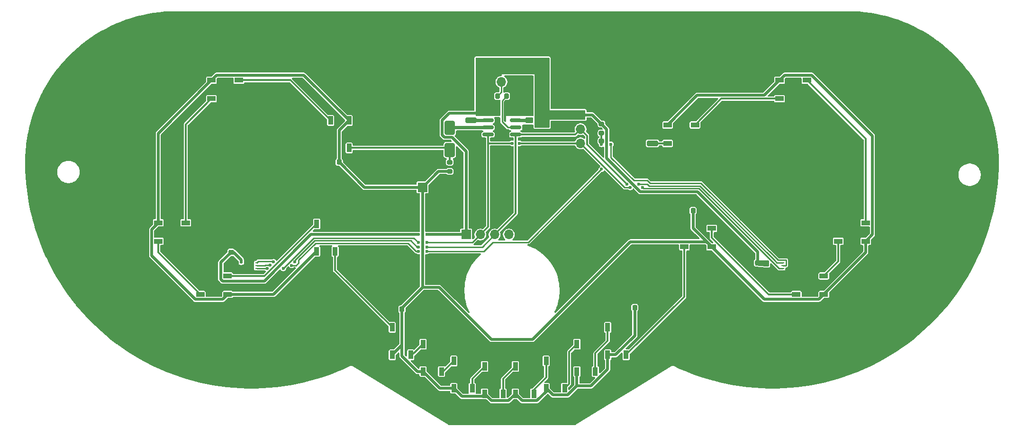
<source format=gbr>
%TF.GenerationSoftware,KiCad,Pcbnew,9.0.1*%
%TF.CreationDate,2025-05-06T09:33:04+02:00*%
%TF.ProjectId,hoofd nieuw V2,686f6f66-6420-46e6-9965-75772056322e,rev?*%
%TF.SameCoordinates,Original*%
%TF.FileFunction,Copper,L1,Top*%
%TF.FilePolarity,Positive*%
%FSLAX46Y46*%
G04 Gerber Fmt 4.6, Leading zero omitted, Abs format (unit mm)*
G04 Created by KiCad (PCBNEW 9.0.1) date 2025-05-06 09:33:04*
%MOMM*%
%LPD*%
G01*
G04 APERTURE LIST*
G04 Aperture macros list*
%AMRoundRect*
0 Rectangle with rounded corners*
0 $1 Rounding radius*
0 $2 $3 $4 $5 $6 $7 $8 $9 X,Y pos of 4 corners*
0 Add a 4 corners polygon primitive as box body*
4,1,4,$2,$3,$4,$5,$6,$7,$8,$9,$2,$3,0*
0 Add four circle primitives for the rounded corners*
1,1,$1+$1,$2,$3*
1,1,$1+$1,$4,$5*
1,1,$1+$1,$6,$7*
1,1,$1+$1,$8,$9*
0 Add four rect primitives between the rounded corners*
20,1,$1+$1,$2,$3,$4,$5,0*
20,1,$1+$1,$4,$5,$6,$7,0*
20,1,$1+$1,$6,$7,$8,$9,0*
20,1,$1+$1,$8,$9,$2,$3,0*%
G04 Aperture macros list end*
%TA.AperFunction,SMDPad,CuDef*%
%ADD10RoundRect,0.090000X0.360000X-0.660000X0.360000X0.660000X-0.360000X0.660000X-0.360000X-0.660000X0*%
%TD*%
%TA.AperFunction,SMDPad,CuDef*%
%ADD11R,0.200000X0.280000*%
%TD*%
%TA.AperFunction,SMDPad,CuDef*%
%ADD12RoundRect,0.225000X0.225000X0.250000X-0.225000X0.250000X-0.225000X-0.250000X0.225000X-0.250000X0*%
%TD*%
%TA.AperFunction,SMDPad,CuDef*%
%ADD13RoundRect,0.225000X-0.225000X-0.250000X0.225000X-0.250000X0.225000X0.250000X-0.225000X0.250000X0*%
%TD*%
%TA.AperFunction,ComponentPad*%
%ADD14R,1.700000X1.700000*%
%TD*%
%TA.AperFunction,ComponentPad*%
%ADD15O,1.700000X1.700000*%
%TD*%
%TA.AperFunction,SMDPad,CuDef*%
%ADD16RoundRect,0.225000X-0.250000X0.225000X-0.250000X-0.225000X0.250000X-0.225000X0.250000X0.225000X0*%
%TD*%
%TA.AperFunction,SMDPad,CuDef*%
%ADD17RoundRect,0.090000X-0.660000X-0.360000X0.660000X-0.360000X0.660000X0.360000X-0.660000X0.360000X0*%
%TD*%
%TA.AperFunction,SMDPad,CuDef*%
%ADD18RoundRect,0.090000X0.660000X0.360000X-0.660000X0.360000X-0.660000X-0.360000X0.660000X-0.360000X0*%
%TD*%
%TA.AperFunction,SMDPad,CuDef*%
%ADD19R,0.550000X0.250000*%
%TD*%
%TA.AperFunction,SMDPad,CuDef*%
%ADD20RoundRect,0.165000X0.485000X0.385000X-0.485000X0.385000X-0.485000X-0.385000X0.485000X-0.385000X0*%
%TD*%
%TA.AperFunction,SMDPad,CuDef*%
%ADD21RoundRect,0.090000X-0.360000X0.660000X-0.360000X-0.660000X0.360000X-0.660000X0.360000X0.660000X0*%
%TD*%
%TA.AperFunction,SMDPad,CuDef*%
%ADD22RoundRect,0.150000X-0.825000X-0.150000X0.825000X-0.150000X0.825000X0.150000X-0.825000X0.150000X0*%
%TD*%
%TA.AperFunction,SMDPad,CuDef*%
%ADD23RoundRect,0.250000X0.750000X-0.250000X0.750000X0.250000X-0.750000X0.250000X-0.750000X-0.250000X0*%
%TD*%
%TA.AperFunction,SMDPad,CuDef*%
%ADD24RoundRect,0.200000X-0.275000X0.200000X-0.275000X-0.200000X0.275000X-0.200000X0.275000X0.200000X0*%
%TD*%
%TA.AperFunction,SMDPad,CuDef*%
%ADD25RoundRect,0.250000X-0.650000X1.000000X-0.650000X-1.000000X0.650000X-1.000000X0.650000X1.000000X0*%
%TD*%
%TA.AperFunction,SMDPad,CuDef*%
%ADD26RoundRect,0.200000X-0.200000X-0.275000X0.200000X-0.275000X0.200000X0.275000X-0.200000X0.275000X0*%
%TD*%
%TA.AperFunction,SMDPad,CuDef*%
%ADD27RoundRect,0.200000X0.275000X-0.200000X0.275000X0.200000X-0.275000X0.200000X-0.275000X-0.200000X0*%
%TD*%
%TA.AperFunction,ViaPad*%
%ADD28C,0.600000*%
%TD*%
%TA.AperFunction,Conductor*%
%ADD29C,0.500000*%
%TD*%
%TA.AperFunction,Conductor*%
%ADD30C,0.550000*%
%TD*%
%TA.AperFunction,Conductor*%
%ADD31C,1.700000*%
%TD*%
%TA.AperFunction,Conductor*%
%ADD32C,0.250000*%
%TD*%
%TA.AperFunction,Conductor*%
%ADD33C,0.300000*%
%TD*%
%TA.AperFunction,Conductor*%
%ADD34C,0.600000*%
%TD*%
G04 APERTURE END LIST*
D10*
%TO.P,D5,1,VDD*%
%TO.N,+5V*%
X96600000Y-63450000D03*
%TO.P,D5,2,DOUT*%
%TO.N,Net-(D5-DOUT)*%
X99900000Y-63450000D03*
%TO.P,D5,3,VSS*%
%TO.N,GND*%
X99900000Y-58550000D03*
%TO.P,D5,4,DIN*%
%TO.N,Net-(D4-DOUT)*%
X96600000Y-58550000D03*
%TD*%
D11*
%TO.P,D6,1,K1*%
%TO.N,GND*%
X116075000Y-54275000D03*
%TO.P,D6,2,K2*%
%TO.N,+5V*%
X115675000Y-54275000D03*
%TD*%
D12*
%TO.P,C2,1*%
%TO.N,+3.3V*%
X136225000Y-36650000D03*
%TO.P,C2,2*%
%TO.N,GND*%
X134675000Y-36650000D03*
%TD*%
D13*
%TO.P,C1,1*%
%TO.N,+3.3V*%
X128950000Y-37200000D03*
%TO.P,C1,2*%
%TO.N,GND*%
X130500000Y-37200000D03*
%TD*%
D14*
%TO.P,J4,1,Pin_1*%
%TO.N,GND*%
X132150000Y-33150000D03*
D15*
%TO.P,J4,2,Pin_2*%
%TO.N,Net-(J4-Pin_2)*%
X129610000Y-33150000D03*
%TO.P,J4,3,Pin_3*%
%TO.N,+3.3V*%
X127070000Y-33150000D03*
%TD*%
D10*
%TO.P,D13,1,VDD*%
%TO.N,+5V*%
X143100000Y-84950000D03*
%TO.P,D13,2,DOUT*%
%TO.N,Net-(D13-DOUT)*%
X146400000Y-84950000D03*
%TO.P,D13,3,VSS*%
%TO.N,GND*%
X146400000Y-80050000D03*
%TO.P,D13,4,DIN*%
%TO.N,Net-(D12-DOUT)*%
X143100000Y-80050000D03*
%TD*%
D14*
%TO.P,J3,1,Pin_1*%
%TO.N,+3.3V*%
X123310000Y-60450000D03*
D15*
%TO.P,J3,2,Pin_2*%
%TO.N,/SDA*%
X125850000Y-60450000D03*
%TO.P,J3,3,Pin_3*%
%TO.N,/SCL*%
X128390000Y-60450000D03*
%TO.P,J3,4,Pin_4*%
%TO.N,/mode*%
X130930000Y-60450000D03*
%TO.P,J3,5,Pin_5*%
%TO.N,GND*%
X133470000Y-60450000D03*
%TD*%
D16*
%TO.P,C8,1*%
%TO.N,+3.3V*%
X175425000Y-65500000D03*
%TO.P,C8,2*%
%TO.N,GND*%
X175425000Y-67050000D03*
%TD*%
D12*
%TO.P,C5,1*%
%TO.N,+5V*%
X100625000Y-47500000D03*
%TO.P,C5,2*%
%TO.N,GND*%
X99075000Y-47500000D03*
%TD*%
D13*
%TO.P,C4,1*%
%TO.N,+5V*%
X111835000Y-73810000D03*
%TO.P,C4,2*%
%TO.N,GND*%
X113385000Y-73810000D03*
%TD*%
D10*
%TO.P,D8,1,VDD*%
%TO.N,+5V*%
X115600000Y-84950000D03*
%TO.P,D8,2,DOUT*%
%TO.N,Net-(D8-DOUT)*%
X118900000Y-84950000D03*
%TO.P,D8,3,VSS*%
%TO.N,GND*%
X118900000Y-80050000D03*
%TO.P,D8,4,DIN*%
%TO.N,Net-(D7-DOUT)*%
X115600000Y-80050000D03*
%TD*%
D17*
%TO.P,D19,1,VDD*%
%TO.N,+5V*%
X159300000Y-40850000D03*
%TO.P,D19,2,DOUT*%
%TO.N,Net-(D19-DOUT)*%
X159300000Y-44150000D03*
%TO.P,D19,3,VSS*%
%TO.N,GND*%
X164200000Y-44150000D03*
%TO.P,D19,4,DIN*%
%TO.N,Net-(D18-DOUT)*%
X164200000Y-40850000D03*
%TD*%
D10*
%TO.P,D9,1,VDD*%
%TO.N,+5V*%
X121100000Y-87950000D03*
%TO.P,D9,2,DOUT*%
%TO.N,Net-(D10-DIN)*%
X124400000Y-87950000D03*
%TO.P,D9,3,VSS*%
%TO.N,GND*%
X124400000Y-83050000D03*
%TO.P,D9,4,DIN*%
%TO.N,Net-(D8-DOUT)*%
X121100000Y-83050000D03*
%TD*%
D16*
%TO.P,C6,1*%
%TO.N,Net-(U2-DVI)*%
X147500000Y-43725000D03*
%TO.P,C6,2*%
%TO.N,GND*%
X147500000Y-45275000D03*
%TD*%
D17*
%TO.P,D18,1,VDD*%
%TO.N,+5V*%
X179300000Y-32850000D03*
%TO.P,D18,2,DOUT*%
%TO.N,Net-(D18-DOUT)*%
X179300000Y-36150000D03*
%TO.P,D18,3,VSS*%
%TO.N,GND*%
X184200000Y-36150000D03*
%TO.P,D18,4,DIN*%
%TO.N,Net-(D17-DOUT)*%
X184200000Y-32850000D03*
%TD*%
D12*
%TO.P,C9,1*%
%TO.N,+5V*%
X153445000Y-73510000D03*
%TO.P,C9,2*%
%TO.N,GND*%
X151895000Y-73510000D03*
%TD*%
D18*
%TO.P,D15,1,VDD*%
%TO.N,+5V*%
X167200000Y-62650000D03*
%TO.P,D15,2,DOUT*%
%TO.N,Net-(D15-DOUT)*%
X167200000Y-59350000D03*
%TO.P,D15,3,VSS*%
%TO.N,GND*%
X162300000Y-59350000D03*
%TO.P,D15,4,DIN*%
%TO.N,Net-(D14-DOUT)*%
X162300000Y-62650000D03*
%TD*%
D10*
%TO.P,D11,1,VDD*%
%TO.N,+5V*%
X132100000Y-88950000D03*
%TO.P,D11,2,DOUT*%
%TO.N,Net-(D11-DOUT)*%
X135400000Y-88950000D03*
%TO.P,D11,3,VSS*%
%TO.N,GND*%
X135400000Y-84050000D03*
%TO.P,D11,4,DIN*%
%TO.N,Net-(D10-DOUT)*%
X132100000Y-84050000D03*
%TD*%
%TO.P,D7,1,VDD*%
%TO.N,+5V*%
X110100000Y-81950000D03*
%TO.P,D7,2,DOUT*%
%TO.N,Net-(D7-DOUT)*%
X113400000Y-81950000D03*
%TO.P,D7,3,VSS*%
%TO.N,GND*%
X113400000Y-77050000D03*
%TO.P,D7,4,DIN*%
%TO.N,Net-(D5-DOUT)*%
X110100000Y-77050000D03*
%TD*%
D19*
%TO.P,U3,1,VCC*%
%TO.N,+3.3V*%
X177125000Y-65500000D03*
%TO.P,U3,2,ADDR*%
X177125000Y-66000000D03*
%TO.P,U3,3,GND*%
%TO.N,GND*%
X177125000Y-66500000D03*
%TO.P,U3,4,SDA*%
%TO.N,/SDA*%
X179875000Y-66500000D03*
%TO.P,U3,5,DVI*%
%TO.N,Net-(U2-DVI)*%
X179875000Y-66000000D03*
%TO.P,U3,6,SCL*%
%TO.N,/SCL*%
X179875000Y-65500000D03*
%TD*%
D14*
%TO.P,J2,1,Pin_1*%
%TO.N,+5V*%
X115525000Y-52000000D03*
D15*
%TO.P,J2,2,Pin_2*%
%TO.N,GND*%
X118065000Y-52000000D03*
%TD*%
D10*
%TO.P,D10,1,VDD*%
%TO.N,+5V*%
X126600000Y-88950000D03*
%TO.P,D10,2,DOUT*%
%TO.N,Net-(D10-DOUT)*%
X129900000Y-88950000D03*
%TO.P,D10,3,VSS*%
%TO.N,GND*%
X129900000Y-84050000D03*
%TO.P,D10,4,DIN*%
%TO.N,Net-(D10-DIN)*%
X126600000Y-84050000D03*
%TD*%
D20*
%TO.P,Y1,1,Tri-State*%
%TO.N,+3.3V*%
X136850000Y-38150000D03*
%TO.P,Y1,2,GND*%
%TO.N,GND*%
X134550000Y-38150000D03*
%TO.P,Y1,3,OUT*%
%TO.N,/XTAL*%
X134550000Y-40050000D03*
%TO.P,Y1,4,VDD*%
%TO.N,+3.3V*%
X136850000Y-40050000D03*
%TD*%
D18*
%TO.P,D16,1,VDD*%
%TO.N,+5V*%
X187200000Y-71150000D03*
%TO.P,D16,2,DOUT*%
%TO.N,Net-(D16-DOUT)*%
X187200000Y-67850000D03*
%TO.P,D16,3,VSS*%
%TO.N,GND*%
X182300000Y-67850000D03*
%TO.P,D16,4,DIN*%
%TO.N,Net-(D15-DOUT)*%
X182300000Y-71150000D03*
%TD*%
D21*
%TO.P,D1,1,VDD*%
%TO.N,+5V*%
X102400000Y-40050000D03*
%TO.P,D1,2,DOUT*%
%TO.N,Net-(D1-DOUT)*%
X99100000Y-40050000D03*
%TO.P,D1,3,VSS*%
%TO.N,GND*%
X99100000Y-44950000D03*
%TO.P,D1,4,DIN*%
%TO.N,Net-(D1-DIN)*%
X102400000Y-44950000D03*
%TD*%
D18*
%TO.P,D17,1,VDD*%
%TO.N,+5V*%
X194700000Y-61650000D03*
%TO.P,D17,2,DOUT*%
%TO.N,Net-(D17-DOUT)*%
X194700000Y-58350000D03*
%TO.P,D17,3,VSS*%
%TO.N,GND*%
X189800000Y-58350000D03*
%TO.P,D17,4,DIN*%
%TO.N,Net-(D16-DOUT)*%
X189800000Y-61650000D03*
%TD*%
D14*
%TO.P,J1,1,Pin_1*%
%TO.N,+3.3V*%
X143750000Y-39060000D03*
D15*
%TO.P,J1,2,Pin_2*%
%TO.N,/SCL*%
X143750000Y-41600000D03*
%TO.P,J1,3,Pin_3*%
%TO.N,/SDA*%
X143750000Y-44140000D03*
%TO.P,J1,4,Pin_4*%
%TO.N,GND*%
X143750000Y-46680000D03*
%TD*%
D18*
%TO.P,D4,1,VDD*%
%TO.N,+5V*%
X80700000Y-71150000D03*
%TO.P,D4,2,DOUT*%
%TO.N,Net-(D4-DOUT)*%
X80700000Y-67850000D03*
%TO.P,D4,3,VSS*%
%TO.N,GND*%
X75800000Y-67850000D03*
%TO.P,D4,4,DIN*%
%TO.N,Net-(D3-DOUT)*%
X75800000Y-71150000D03*
%TD*%
D22*
%TO.P,U1,1,VCC*%
%TO.N,+3.3V*%
X127225000Y-38775000D03*
%TO.P,U1,2,PA6*%
%TO.N,Net-(J6-Pin_1)*%
X127225000Y-40045000D03*
%TO.P,U1,3,PA7*%
%TO.N,Net-(D21-K)*%
X127225000Y-41315000D03*
%TO.P,U1,4,PA1*%
%TO.N,/SDA*%
X127225000Y-42585000D03*
%TO.P,U1,5,PA2*%
%TO.N,/SCL*%
X132175000Y-42585000D03*
%TO.P,U1,6,~{RESET}/PA0*%
%TO.N,/UPDI{slash}~{RESET}*%
X132175000Y-41315000D03*
%TO.P,U1,7,PA3*%
%TO.N,/XTAL*%
X132175000Y-40045000D03*
%TO.P,U1,8,GND*%
%TO.N,GND*%
X132175000Y-38775000D03*
%TD*%
D23*
%TO.P,J6,1,Pin_1*%
%TO.N,Net-(J6-Pin_1)*%
X124170000Y-40040000D03*
%TD*%
D24*
%TO.P,R1,1*%
%TO.N,+3.3V*%
X147500000Y-40675000D03*
%TO.P,R1,2*%
%TO.N,Net-(U2-DVI)*%
X147500000Y-42325000D03*
%TD*%
D23*
%TO.P,J5,1,Pin_1*%
%TO.N,Net-(D19-DOUT)*%
X156610000Y-44140000D03*
%TD*%
D25*
%TO.P,D21,1,K*%
%TO.N,Net-(D21-K)*%
X120390000Y-41330000D03*
%TO.P,D21,2,A*%
%TO.N,Net-(D1-DIN)*%
X120390000Y-45330000D03*
%TD*%
D10*
%TO.P,D14,1,VDD*%
%TO.N,+5V*%
X148600000Y-81950000D03*
%TO.P,D14,2,DOUT*%
%TO.N,Net-(D14-DOUT)*%
X151900000Y-81950000D03*
%TO.P,D14,3,VSS*%
%TO.N,GND*%
X151900000Y-77050000D03*
%TO.P,D14,4,DIN*%
%TO.N,Net-(D13-DOUT)*%
X148600000Y-77050000D03*
%TD*%
D26*
%TO.P,R3,1*%
%TO.N,Net-(J4-Pin_2)*%
X128900000Y-35675000D03*
%TO.P,R3,2*%
%TO.N,/UPDI{slash}~{RESET}*%
X130550000Y-35675000D03*
%TD*%
D17*
%TO.P,D3,1,VDD*%
%TO.N,+5V*%
X68300000Y-58350000D03*
%TO.P,D3,2,DOUT*%
%TO.N,Net-(D3-DOUT)*%
X68300000Y-61650000D03*
%TO.P,D3,3,VSS*%
%TO.N,GND*%
X73200000Y-61650000D03*
%TO.P,D3,4,DIN*%
%TO.N,Net-(D2-DOUT)*%
X73200000Y-58350000D03*
%TD*%
D12*
%TO.P,C3,1*%
%TO.N,+5V*%
X163855000Y-56200000D03*
%TO.P,C3,2*%
%TO.N,GND*%
X162305000Y-56200000D03*
%TD*%
D10*
%TO.P,D12,1,VDD*%
%TO.N,+5V*%
X137600000Y-87950000D03*
%TO.P,D12,2,DOUT*%
%TO.N,Net-(D12-DOUT)*%
X140900000Y-87950000D03*
%TO.P,D12,3,VSS*%
%TO.N,GND*%
X140900000Y-83050000D03*
%TO.P,D12,4,DIN*%
%TO.N,Net-(D11-DOUT)*%
X137600000Y-83050000D03*
%TD*%
D16*
%TO.P,C7,1*%
%TO.N,+3.3V*%
X81300000Y-63625000D03*
%TO.P,C7,2*%
%TO.N,GND*%
X81300000Y-65175000D03*
%TD*%
D27*
%TO.P,R2,1*%
%TO.N,+5V*%
X120390000Y-49155000D03*
%TO.P,R2,2*%
%TO.N,Net-(D1-DIN)*%
X120390000Y-47505000D03*
%TD*%
D17*
%TO.P,D2,1,VDD*%
%TO.N,+5V*%
X77800000Y-32850000D03*
%TO.P,D2,2,DOUT*%
%TO.N,Net-(D2-DOUT)*%
X77800000Y-36150000D03*
%TO.P,D2,3,VSS*%
%TO.N,GND*%
X82700000Y-36150000D03*
%TO.P,D2,4,DIN*%
%TO.N,Net-(D1-DOUT)*%
X82700000Y-32850000D03*
%TD*%
D19*
%TO.P,U2,1,VCC*%
%TO.N,+3.3V*%
X83125000Y-65500000D03*
%TO.P,U2,2,ADDR*%
%TO.N,GND*%
X83125000Y-66000000D03*
%TO.P,U2,3,GND*%
X83125000Y-66500000D03*
%TO.P,U2,4,SDA*%
%TO.N,/SDA*%
X85875000Y-66500000D03*
%TO.P,U2,5,DVI*%
%TO.N,Net-(U2-DVI)*%
X85875000Y-66000000D03*
%TO.P,U2,6,SCL*%
%TO.N,/SCL*%
X85875000Y-65500000D03*
%TD*%
D28*
%TO.N,GND*%
X145500000Y-41500000D03*
X114300000Y-73200000D03*
X216000000Y-40000000D03*
X60675113Y-70000534D03*
X81500000Y-66100000D03*
X46000000Y-45000000D03*
X101000000Y-65000000D03*
X186000000Y-45000000D03*
X76000000Y-80000000D03*
X191000000Y-60000000D03*
X175400000Y-68000000D03*
X76000000Y-25000000D03*
X146000000Y-70000000D03*
X136000000Y-80000000D03*
X71000000Y-65000000D03*
X176000000Y-25000000D03*
X46000000Y-50000000D03*
X71000000Y-75000000D03*
X151000000Y-40000000D03*
X181000000Y-60000000D03*
X91000000Y-45000000D03*
X206000000Y-35000000D03*
X111000000Y-55000000D03*
X201000000Y-45000000D03*
X101000000Y-57500000D03*
X86000000Y-45000000D03*
X171000000Y-75000000D03*
X96000000Y-40000000D03*
X174500000Y-66700000D03*
X126000000Y-25000000D03*
X116000000Y-35000000D03*
X121000000Y-25000000D03*
X146000000Y-35000000D03*
X99800000Y-46600000D03*
X161000000Y-80000000D03*
X114400000Y-73800000D03*
X101000000Y-80000000D03*
X51000000Y-35000000D03*
X56000000Y-55000000D03*
X211000000Y-55000000D03*
X91000000Y-40000000D03*
X66000000Y-40000000D03*
X96000000Y-55000000D03*
X206000000Y-40000000D03*
X76000000Y-70000000D03*
X51000000Y-45000000D03*
X71000000Y-25000000D03*
X86000000Y-55000000D03*
X81000000Y-30000000D03*
X111000000Y-30000000D03*
X121000000Y-85000000D03*
X196000000Y-70000000D03*
X181000000Y-35000000D03*
X66000000Y-35000000D03*
X82300000Y-65300000D03*
X141000000Y-65000000D03*
X121000000Y-80000000D03*
X211000000Y-65000000D03*
X96000000Y-45000000D03*
X96000000Y-70000000D03*
X111000000Y-35000000D03*
X80500000Y-65700000D03*
X91000000Y-35000000D03*
X96000000Y-80000000D03*
X91600000Y-66800000D03*
X81000000Y-60000000D03*
X161000000Y-30000000D03*
X56000000Y-60000000D03*
X181000000Y-55000000D03*
X86000000Y-85000000D03*
X51000000Y-40000000D03*
X206000000Y-55000000D03*
X66000000Y-65000000D03*
X106000000Y-25000000D03*
X176000000Y-68000000D03*
X161000000Y-55000000D03*
X106000000Y-30000000D03*
X91000000Y-30000000D03*
X141000000Y-75000000D03*
X60675113Y-60000534D03*
X216000000Y-55000000D03*
X106000000Y-50000000D03*
X66000000Y-55000000D03*
X101000000Y-70000000D03*
X81000000Y-55000000D03*
X106000000Y-70000000D03*
X81000000Y-45000000D03*
X171000000Y-25000000D03*
X113800000Y-74800000D03*
X71000000Y-70000000D03*
X176000000Y-30000000D03*
X206000000Y-30000000D03*
X176000000Y-80000000D03*
X206000000Y-65000000D03*
X101000000Y-35000000D03*
X121660000Y-42820000D03*
X111000000Y-57500000D03*
X151000000Y-70000000D03*
X71000000Y-55000000D03*
X146000000Y-30000000D03*
X81000000Y-85000000D03*
X60675113Y-40000534D03*
X201000000Y-35000000D03*
X191000000Y-85000000D03*
X101000000Y-25000000D03*
X98800000Y-48500000D03*
X211000000Y-60000000D03*
X161000000Y-35000000D03*
X171000000Y-85000000D03*
X96000000Y-50000000D03*
X86000000Y-70000000D03*
X129700000Y-42800000D03*
X51000000Y-60000000D03*
X56000000Y-50000000D03*
X106000000Y-35000000D03*
X186000000Y-50000000D03*
X191000000Y-30000000D03*
X176000000Y-40000000D03*
X96000000Y-25000000D03*
X191000000Y-50000000D03*
X156000000Y-80000000D03*
X60675113Y-35000534D03*
X151000000Y-85000000D03*
X161000000Y-65000000D03*
X151000000Y-75000000D03*
X111000000Y-50000000D03*
X98200000Y-47000000D03*
X191000000Y-45000000D03*
X76000000Y-50000000D03*
X186000000Y-40000000D03*
X86000000Y-40000000D03*
X186000000Y-70000000D03*
X201000000Y-40000000D03*
X196000000Y-80000000D03*
X161300000Y-56200000D03*
X131000000Y-25000000D03*
X146000000Y-65000000D03*
X116400000Y-64500000D03*
X156000000Y-65000000D03*
X51000000Y-65000000D03*
X166000000Y-60000000D03*
X66000000Y-30000000D03*
X118990000Y-44300000D03*
X191000000Y-35000000D03*
X111000000Y-65000000D03*
X106000000Y-75000000D03*
X116000000Y-30000000D03*
X171000000Y-40000000D03*
X96000000Y-85000000D03*
X71000000Y-35000000D03*
X201000000Y-55000000D03*
X91000000Y-60000000D03*
X142450000Y-43270000D03*
X111000000Y-25000000D03*
X216000000Y-50000000D03*
X121000000Y-75000000D03*
X136000000Y-25000000D03*
X98200000Y-62700000D03*
X151000000Y-35000000D03*
X146500000Y-44000000D03*
X116000000Y-75000000D03*
X86000000Y-75000000D03*
X96000000Y-30000000D03*
X186000000Y-30000000D03*
X191000000Y-70000000D03*
X116000000Y-90000000D03*
X134000000Y-41500000D03*
X116300000Y-59630000D03*
X61000000Y-25000000D03*
X171000000Y-45000000D03*
X91000000Y-75000000D03*
X98300000Y-48200000D03*
X60675113Y-65000534D03*
X186000000Y-80000000D03*
X136000000Y-45000000D03*
X181000000Y-25000000D03*
X111000000Y-85000000D03*
X121000000Y-50000000D03*
X201000000Y-70000000D03*
X76000000Y-40000000D03*
X161000000Y-25000000D03*
X101000000Y-75000000D03*
X146000000Y-75000000D03*
X181000000Y-85000000D03*
X171000000Y-50000000D03*
X141000000Y-25000000D03*
X141000000Y-60000000D03*
X151000000Y-25000000D03*
X166000000Y-75000000D03*
X171000000Y-70000000D03*
X161000000Y-50000000D03*
X56000000Y-35000000D03*
X91000000Y-85000000D03*
X166000000Y-80000000D03*
X181000000Y-45000000D03*
X166000000Y-70000000D03*
X201000000Y-25000000D03*
X71000000Y-50000000D03*
X98600000Y-46500000D03*
X171000000Y-30000000D03*
X176400000Y-66900000D03*
X129700000Y-41300000D03*
X181000000Y-30000000D03*
X211000000Y-35000000D03*
X99200000Y-46500000D03*
X201000000Y-65000000D03*
X106000000Y-55000000D03*
X121000000Y-70000000D03*
X114300000Y-74400000D03*
X146500000Y-45000000D03*
X106000000Y-57500000D03*
X206000000Y-60000000D03*
X141000000Y-90000000D03*
X106000000Y-85000000D03*
X176000000Y-45000000D03*
X161000000Y-70000000D03*
X98100000Y-47600000D03*
X116000000Y-50000000D03*
X81000000Y-70000000D03*
X181000000Y-40000000D03*
X161000000Y-45000000D03*
X91000000Y-55000000D03*
X156000000Y-70000000D03*
X141000000Y-50000000D03*
X125100000Y-64200000D03*
X76000000Y-55000000D03*
X60675113Y-55000534D03*
X151000000Y-30000000D03*
X156000000Y-50000000D03*
X46000000Y-55000000D03*
X196000000Y-65000000D03*
X166000000Y-45000000D03*
X211000000Y-45000000D03*
X146820000Y-48220000D03*
X81000000Y-40000000D03*
X116000000Y-25000000D03*
X161900000Y-57200000D03*
X91000000Y-50000000D03*
X80900000Y-66100000D03*
X126000000Y-50000000D03*
X118990000Y-45600000D03*
X156000000Y-35000000D03*
X151000000Y-45000000D03*
X66000000Y-60000000D03*
X161400000Y-55600000D03*
X162500000Y-55200000D03*
X56000000Y-30000000D03*
X101430000Y-44790000D03*
X206000000Y-70000000D03*
X56000000Y-45000000D03*
X82100000Y-65900000D03*
X56000000Y-70000000D03*
X131000000Y-50000000D03*
X81000000Y-75000000D03*
X136000000Y-85000000D03*
X133290000Y-43380000D03*
X176000000Y-75000000D03*
X121000000Y-30000000D03*
X60675113Y-30000534D03*
X71000000Y-80000000D03*
X186000000Y-55000000D03*
X141000000Y-30000000D03*
X161000000Y-75000000D03*
X181000000Y-75000000D03*
X129600000Y-61100000D03*
X186000000Y-75000000D03*
X166000000Y-50000000D03*
X166000000Y-25000000D03*
X151000000Y-55000000D03*
X114710000Y-59620000D03*
X156000000Y-40000000D03*
X96000000Y-75000000D03*
X60675113Y-50000534D03*
X116000000Y-40000000D03*
X171000000Y-80000000D03*
X211000000Y-40000000D03*
X101000000Y-30000000D03*
X201000000Y-50000000D03*
X151000000Y-65000000D03*
X186000000Y-65000000D03*
X111000000Y-40000000D03*
X163000000Y-55500000D03*
X161400000Y-56800000D03*
X181000000Y-80000000D03*
X101000000Y-40000000D03*
X114260000Y-53200000D03*
X186000000Y-60000000D03*
X56000000Y-75000000D03*
X75160000Y-37200000D03*
X60675113Y-45000534D03*
X66000000Y-80000000D03*
X123200000Y-73400000D03*
X146000000Y-55000000D03*
X111000000Y-70000000D03*
X121000000Y-65000000D03*
X56000000Y-65000000D03*
X81000000Y-35000000D03*
X191000000Y-55000000D03*
X86000000Y-50000000D03*
X126000000Y-55000000D03*
X216000000Y-45000000D03*
X101000000Y-50000000D03*
X71000000Y-60000000D03*
X66000000Y-45000000D03*
X191000000Y-65000000D03*
X113200000Y-74800000D03*
X126000000Y-45000000D03*
X191000000Y-80000000D03*
X86000000Y-30000000D03*
X121000000Y-90000000D03*
X121000000Y-55000000D03*
X151000000Y-60000000D03*
X196000000Y-30000000D03*
X113800000Y-72800000D03*
X201000000Y-75000000D03*
X206000000Y-75000000D03*
X206000000Y-50000000D03*
X126000000Y-80000000D03*
X86000000Y-25000000D03*
X76000000Y-45000000D03*
X124700000Y-59600000D03*
X166000000Y-30000000D03*
X51000000Y-55000000D03*
X176000000Y-55000000D03*
X86000000Y-60000000D03*
X176000000Y-60000000D03*
X216000000Y-60000000D03*
X136000000Y-50000000D03*
X181000000Y-50000000D03*
X211000000Y-30000000D03*
X71000000Y-45000000D03*
X181000000Y-70000000D03*
X141000000Y-45000000D03*
X76000000Y-65000000D03*
X60675113Y-75000534D03*
X66000000Y-50000000D03*
X139710000Y-73630000D03*
X146000000Y-25000000D03*
X76000000Y-75000000D03*
X121790000Y-45150000D03*
X176000000Y-50000000D03*
X191000000Y-75000000D03*
X196000000Y-75000000D03*
X101000000Y-55000000D03*
X166000000Y-85000000D03*
X156000000Y-25000000D03*
X211000000Y-70000000D03*
X156000000Y-60000000D03*
X91000000Y-25000000D03*
X201000000Y-80000000D03*
X116400000Y-69100000D03*
X131000000Y-55000000D03*
X141000000Y-80000000D03*
X186000000Y-25000000D03*
X121000000Y-35000000D03*
X176400000Y-67500000D03*
X156000000Y-85000000D03*
X174500000Y-67300000D03*
X131000000Y-80000000D03*
X141000000Y-35000000D03*
X71000000Y-30000000D03*
X141000000Y-70000000D03*
X156000000Y-30000000D03*
X146000000Y-60000000D03*
X76000000Y-85000000D03*
X142000000Y-41500000D03*
X86000000Y-80000000D03*
X106000000Y-40000000D03*
X166000000Y-40000000D03*
X81000000Y-80000000D03*
X131000000Y-45000000D03*
X66000000Y-70000000D03*
X125500000Y-61900000D03*
X76000000Y-30000000D03*
X191000000Y-25000000D03*
X186000000Y-85000000D03*
X166000000Y-65000000D03*
X156000000Y-75000000D03*
X66000000Y-25000000D03*
X146000000Y-90000000D03*
X201000000Y-60000000D03*
X106000000Y-80000000D03*
X81000000Y-50000000D03*
X206000000Y-45000000D03*
X71000000Y-85000000D03*
X201000000Y-30000000D03*
X141000000Y-85000000D03*
X146000000Y-80000000D03*
X96000000Y-35000000D03*
X86000000Y-35000000D03*
X56000000Y-40000000D03*
X156000000Y-55000000D03*
X111000000Y-75000000D03*
X176000000Y-85000000D03*
X81000000Y-25000000D03*
X76000000Y-60000000D03*
X46000000Y-40000000D03*
X171000000Y-55000000D03*
X196000000Y-35000000D03*
X161900000Y-55200000D03*
X196000000Y-25000000D03*
X66000000Y-75000000D03*
X161000000Y-60000000D03*
X106000000Y-65000000D03*
X91000000Y-80000000D03*
X136000000Y-55000000D03*
%TO.N,+3.3V*%
X114775000Y-60450000D03*
X116275000Y-60450000D03*
%TO.N,Net-(U2-DVI)*%
X92110000Y-65965127D03*
X88296067Y-65875380D03*
X149176000Y-44325000D03*
X114775000Y-63460006D03*
X147499168Y-44325000D03*
X147493058Y-48766942D03*
X116275000Y-63460006D03*
%TO.N,/SDA*%
X152640523Y-52029477D03*
X131525000Y-44140000D03*
X90630657Y-66500657D03*
X154786105Y-52025000D03*
X87730000Y-66500380D03*
X114775000Y-61860000D03*
X132825000Y-44140000D03*
X116275000Y-61860000D03*
%TO.N,/SCL*%
X154131185Y-51398815D03*
X116275000Y-62660003D03*
X92689873Y-65340127D03*
X88890633Y-65340127D03*
X114775000Y-62660003D03*
X152010523Y-51399477D03*
%TD*%
D29*
%TO.N,+3.3V*%
X120758292Y-43050000D02*
X119461708Y-43050000D01*
X154000182Y-52328474D02*
X148426000Y-46754292D01*
D30*
X95585298Y-60450000D02*
X114775000Y-60450000D01*
D29*
X154000182Y-52329890D02*
X154000182Y-52328474D01*
X119039000Y-42627292D02*
X119039000Y-40032708D01*
D30*
X81300000Y-63625000D02*
X81775000Y-63625000D01*
D29*
X123310000Y-60450000D02*
X123310000Y-45601708D01*
X175425000Y-65500000D02*
X175425000Y-63547942D01*
X119461708Y-43050000D02*
X119039000Y-42627292D01*
X148426000Y-41601000D02*
X147500000Y-40675000D01*
D30*
X79474000Y-68446938D02*
X79803062Y-68776000D01*
X81775000Y-63625000D02*
X83125000Y-64975000D01*
X81300000Y-63625000D02*
X79474000Y-65451000D01*
D31*
X143750000Y-39060000D02*
X137760000Y-39060000D01*
D30*
X94242649Y-61792649D02*
X95585298Y-60450000D01*
X87259298Y-68776000D02*
X94242649Y-61792649D01*
X83125000Y-64975000D02*
X83125000Y-65399000D01*
D29*
X175425000Y-63547942D02*
X164652058Y-52775000D01*
D31*
X137760000Y-39060000D02*
X136850000Y-38150000D01*
D29*
X154446708Y-52775000D02*
X154441523Y-52769815D01*
X143750000Y-39060000D02*
X145885000Y-39060000D01*
D30*
X80350000Y-68776000D02*
X87259298Y-68776000D01*
D29*
X119039000Y-40032708D02*
X120296708Y-38775000D01*
D30*
X79474000Y-65451000D02*
X79474000Y-68446938D01*
D29*
X148426000Y-46754292D02*
X148426000Y-41601000D01*
X145885000Y-39060000D02*
X147500000Y-40675000D01*
X123310000Y-45601708D02*
X120758292Y-43050000D01*
X154440107Y-52769815D02*
X154000182Y-52329890D01*
X154441523Y-52769815D02*
X154440107Y-52769815D01*
D30*
X116275000Y-60450000D02*
X123310000Y-60450000D01*
D29*
X164652058Y-52775000D02*
X154446708Y-52775000D01*
X120296708Y-38775000D02*
X127225000Y-38775000D01*
D30*
X79803062Y-68776000D02*
X80350000Y-68776000D01*
D29*
%TO.N,+5V*%
X100625000Y-47500000D02*
X100625000Y-41825000D01*
X153445000Y-78515000D02*
X153445000Y-73510000D01*
X100625000Y-41825000D02*
X102400000Y-40050000D01*
X68300000Y-42350000D02*
X77800000Y-32850000D01*
X105125000Y-52000000D02*
X100625000Y-47500000D01*
X94299000Y-31949000D02*
X78701000Y-31949000D01*
X126600000Y-88950000D02*
X127801000Y-90151000D01*
X150010000Y-81950000D02*
X153445000Y-78515000D01*
X195901000Y-60449000D02*
X195901000Y-42763416D01*
X121100000Y-87950000D02*
X122549999Y-89399999D01*
X176601000Y-72051000D02*
X167200000Y-62650000D01*
X148600000Y-81950000D02*
X150010000Y-81950000D01*
X115600000Y-84950000D02*
X118600000Y-87950000D01*
X180201000Y-31949000D02*
X179300000Y-32850000D01*
X148600000Y-84537584D02*
X145600000Y-87537584D01*
X88900000Y-71150000D02*
X96600000Y-63450000D01*
X67099000Y-59551000D02*
X68300000Y-58350000D01*
X185086584Y-31949000D02*
X180201000Y-31949000D01*
X130899000Y-90151000D02*
X132100000Y-88950000D01*
X166299000Y-61749000D02*
X152651000Y-61749000D01*
X110100000Y-81950000D02*
X111835000Y-80215000D01*
X115525000Y-69905000D02*
X115525000Y-52000000D01*
X133301000Y-90151000D02*
X135986584Y-90151000D01*
X118370000Y-49155000D02*
X120390000Y-49155000D01*
X195901000Y-42763416D02*
X185086584Y-31949000D01*
X187200000Y-71150000D02*
X194700000Y-63650000D01*
X78701000Y-31949000D02*
X77800000Y-32850000D01*
X111835000Y-73595000D02*
X115525000Y-69905000D01*
X115165000Y-51640000D02*
X115525000Y-52000000D01*
X127800000Y-79200000D02*
X118505000Y-69905000D01*
X115525000Y-52000000D02*
X105125000Y-52000000D01*
X115525000Y-52000000D02*
X118370000Y-49155000D01*
X135986584Y-90151000D02*
X137600000Y-88537584D01*
X80700000Y-71150000D02*
X88900000Y-71150000D01*
X143100000Y-87537584D02*
X143100000Y-84950000D01*
X163855000Y-59305000D02*
X167200000Y-62650000D01*
X187200000Y-71150000D02*
X186299000Y-72051000D01*
X163855000Y-56200000D02*
X163855000Y-59305000D01*
X102400000Y-40050000D02*
X94299000Y-31949000D01*
X111835000Y-80215000D02*
X111835000Y-73810000D01*
X137600000Y-88537584D02*
X137600000Y-87950000D01*
X194700000Y-63650000D02*
X194700000Y-61650000D01*
X127801000Y-90151000D02*
X130899000Y-90151000D01*
X74913416Y-72051000D02*
X67099000Y-64236584D01*
X111835000Y-73810000D02*
X111835000Y-73595000D01*
X111835000Y-80215000D02*
X111835000Y-82172584D01*
X137600000Y-87950000D02*
X138801000Y-89151000D01*
X68300000Y-58350000D02*
X68300000Y-42350000D01*
X126150001Y-89399999D02*
X126600000Y-88950000D01*
X132100000Y-88950000D02*
X133301000Y-90151000D01*
X80700000Y-71150000D02*
X79799000Y-72051000D01*
X114612416Y-84950000D02*
X115600000Y-84950000D01*
X145600000Y-87537584D02*
X143100000Y-87537584D01*
X194700000Y-61650000D02*
X195901000Y-60449000D01*
X141486584Y-89151000D02*
X143100000Y-87537584D01*
X74913416Y-72051000D02*
X79799000Y-72051000D01*
X164601000Y-35549000D02*
X159300000Y-40850000D01*
X152651000Y-61749000D02*
X135199000Y-79201000D01*
X111835000Y-82172584D02*
X114612416Y-84950000D01*
X118600000Y-87950000D02*
X121100000Y-87950000D01*
X135198000Y-79200000D02*
X135199000Y-79201000D01*
X122549999Y-89399999D02*
X126150001Y-89399999D01*
X148600000Y-81950000D02*
X148600000Y-84537584D01*
X167200000Y-62650000D02*
X166299000Y-61749000D01*
X138801000Y-89151000D02*
X141486584Y-89151000D01*
X176601000Y-35549000D02*
X164601000Y-35549000D01*
X179300000Y-32850000D02*
X176601000Y-35549000D01*
X127800000Y-79200000D02*
X135198000Y-79200000D01*
X118505000Y-69905000D02*
X115525000Y-69905000D01*
X186299000Y-72051000D02*
X176601000Y-72051000D01*
X67099000Y-59551000D02*
X67099000Y-64236584D01*
D32*
%TO.N,Net-(U2-DVI)*%
X112930000Y-62003000D02*
X114387006Y-63460006D01*
X87345462Y-66000000D02*
X87470082Y-65875380D01*
D33*
X147500000Y-43725000D02*
X147500000Y-44324168D01*
D32*
X156197166Y-51272000D02*
X165274621Y-51272000D01*
X155672981Y-50747815D02*
X156197166Y-51272000D01*
D33*
X147500000Y-44324168D02*
X147499168Y-44325000D01*
X147500000Y-42325000D02*
X147500000Y-43010000D01*
D32*
X126429994Y-63470006D02*
X128080000Y-61820000D01*
X147493058Y-48766942D02*
X134575000Y-61685000D01*
X85875000Y-66000000D02*
X87345462Y-66000000D01*
D33*
X147500000Y-43010000D02*
X147500000Y-43725000D01*
D32*
X149180000Y-46658350D02*
X153269465Y-50747815D01*
X149180000Y-44344000D02*
X149180000Y-46658350D01*
X93388467Y-65018467D02*
X96403934Y-62003000D01*
X96403934Y-62003000D02*
X112930000Y-62003000D01*
X180477000Y-66000000D02*
X179875000Y-66000000D01*
X92110000Y-65965127D02*
X92110000Y-65965000D01*
X92950171Y-65965127D02*
X93388467Y-65526831D01*
D33*
X149176000Y-44340000D02*
X149180000Y-44344000D01*
D32*
X92110000Y-65965127D02*
X92950171Y-65965127D01*
X153269465Y-50747815D02*
X155672981Y-50747815D01*
X87470082Y-65875380D02*
X88296067Y-65875380D01*
X128080000Y-61820000D02*
X134440000Y-61820000D01*
X134440000Y-61820000D02*
X134575000Y-61685000D01*
X114387006Y-63460006D02*
X114775000Y-63460006D01*
X165274621Y-51272000D02*
X179026621Y-65024000D01*
X180501000Y-65024000D02*
X180501000Y-65976000D01*
X116275000Y-63470006D02*
X126429994Y-63470006D01*
X179026621Y-65024000D02*
X180501000Y-65024000D01*
X180501000Y-65976000D02*
X180477000Y-66000000D01*
X93388467Y-65526831D02*
X93388467Y-65018467D01*
D33*
%TO.N,Net-(D1-DOUT)*%
X99100000Y-40050000D02*
X91900000Y-32850000D01*
X91900000Y-32850000D02*
X82700000Y-32850000D01*
%TO.N,Net-(D1-DIN)*%
X120010000Y-44950000D02*
X102400000Y-44950000D01*
X120390000Y-47505000D02*
X120390000Y-45330000D01*
X120390000Y-45330000D02*
X120010000Y-44950000D01*
%TO.N,Net-(D2-DOUT)*%
X77800000Y-36150000D02*
X73200000Y-40750000D01*
X73200000Y-40750000D02*
X73200000Y-58350000D01*
%TO.N,Net-(D3-DOUT)*%
X68300000Y-63650000D02*
X75800000Y-71150000D01*
X68300000Y-61650000D02*
X68300000Y-63650000D01*
%TO.N,Net-(D4-DOUT)*%
X80700000Y-67850000D02*
X87300000Y-67850000D01*
X87300000Y-67850000D02*
X96600000Y-58550000D01*
%TO.N,Net-(D5-DOUT)*%
X99900000Y-66850000D02*
X110100000Y-77050000D01*
X99900000Y-63450000D02*
X99900000Y-66850000D01*
%TO.N,Net-(D7-DOUT)*%
X113700000Y-81950000D02*
X115600000Y-80050000D01*
X113400000Y-81950000D02*
X113700000Y-81950000D01*
%TO.N,Net-(D8-DOUT)*%
X118900000Y-84950000D02*
X119200000Y-84950000D01*
X119200000Y-84950000D02*
X121100000Y-83050000D01*
%TO.N,Net-(D10-DIN)*%
X124400000Y-87950000D02*
X124400000Y-86250000D01*
X124400000Y-86250000D02*
X126600000Y-84050000D01*
%TO.N,Net-(D10-DOUT)*%
X129900000Y-86250000D02*
X132100000Y-84050000D01*
X129900000Y-88950000D02*
X129900000Y-86250000D01*
%TO.N,Net-(D11-DOUT)*%
X135400000Y-88200001D02*
X137600000Y-86000001D01*
X137600000Y-86000001D02*
X137600000Y-83050000D01*
X135400000Y-88950000D02*
X135400000Y-88200001D01*
%TO.N,Net-(D12-DOUT)*%
X141701000Y-87149000D02*
X141701000Y-81449000D01*
X141701000Y-81449000D02*
X143100000Y-80050000D01*
X140900000Y-87950000D02*
X141701000Y-87149000D01*
%TO.N,Net-(D13-DOUT)*%
X146400000Y-81696162D02*
X148600000Y-79496162D01*
X148600000Y-79496162D02*
X148600000Y-77050000D01*
X146400000Y-84950000D02*
X146400000Y-81696162D01*
%TO.N,Net-(D14-DOUT)*%
X151900000Y-81950000D02*
X162300000Y-71550000D01*
X162300000Y-71550000D02*
X162300000Y-62650000D01*
%TO.N,Net-(D15-DOUT)*%
X177346162Y-71150000D02*
X182300000Y-71150000D01*
X167200000Y-61003838D02*
X177346162Y-71150000D01*
X167200000Y-59350000D02*
X167200000Y-61003838D01*
%TO.N,Net-(D16-DOUT)*%
X187200000Y-67850000D02*
X189800000Y-65250000D01*
X189800000Y-65250000D02*
X189800000Y-61650000D01*
%TO.N,Net-(D17-DOUT)*%
X194700000Y-58350000D02*
X194700000Y-43350000D01*
X194700000Y-43350000D02*
X184200000Y-32850000D01*
%TO.N,Net-(D18-DOUT)*%
X179300000Y-36150000D02*
X168900000Y-36150000D01*
X168900000Y-36150000D02*
X164200000Y-40850000D01*
D34*
%TO.N,Net-(D21-K)*%
X127225000Y-41315000D02*
X120405000Y-41315000D01*
X120405000Y-41315000D02*
X120390000Y-41330000D01*
D32*
%TO.N,/SDA*%
X179191646Y-66500000D02*
X175020823Y-62329177D01*
X85875000Y-66500000D02*
X87730000Y-66500000D01*
X90630657Y-66500657D02*
X96080314Y-61051000D01*
D33*
X131525000Y-44130000D02*
X127225000Y-44130000D01*
D32*
X124430000Y-61870000D02*
X125850000Y-60450000D01*
X96080314Y-61051000D02*
X113966000Y-61051000D01*
X164890645Y-52199000D02*
X155990000Y-52199000D01*
X155990000Y-52199000D02*
X154960105Y-52199000D01*
X154960105Y-52199000D02*
X154786105Y-52025000D01*
X113966000Y-61051000D02*
X114775000Y-61860000D01*
X87730000Y-66500000D02*
X87730380Y-66500380D01*
X175020823Y-62329177D02*
X164890645Y-52199000D01*
X152640523Y-52029477D02*
X151639477Y-52029477D01*
D33*
X127225000Y-59075000D02*
X127225000Y-44130000D01*
D32*
X179875000Y-66500000D02*
X179191646Y-66500000D01*
D33*
X143750000Y-44140000D02*
X132825000Y-44140000D01*
X127225000Y-44130000D02*
X127225000Y-42585000D01*
X125850000Y-60450000D02*
X127225000Y-59075000D01*
D32*
X151639477Y-52029477D02*
X143750000Y-44140000D01*
X116275000Y-61870000D02*
X124430000Y-61870000D01*
%TO.N,/SCL*%
X86125620Y-65249380D02*
X88799886Y-65249380D01*
X116275000Y-62670003D02*
X126169997Y-62670003D01*
X178419728Y-65090272D02*
X165077455Y-51748000D01*
X92690000Y-65340000D02*
X92690000Y-65079124D01*
D33*
X132175000Y-56665000D02*
X132175000Y-42585000D01*
D32*
X85875000Y-65500000D02*
X86125620Y-65249380D01*
X164720000Y-51748000D02*
X156000000Y-51748000D01*
D33*
X144951000Y-44339954D02*
X144951000Y-42801000D01*
D32*
X179875000Y-65500000D02*
X178829456Y-65500000D01*
X96217124Y-61552000D02*
X113395751Y-61552000D01*
D33*
X128390000Y-60450000D02*
X132175000Y-56665000D01*
D32*
X126169997Y-62670003D02*
X128390000Y-60450000D01*
X92690000Y-65079124D02*
X96217124Y-61552000D01*
D33*
X142765000Y-42585000D02*
X143750000Y-41600000D01*
D32*
X88890633Y-65340127D02*
X88890633Y-65339367D01*
X165077455Y-51748000D02*
X164720000Y-51748000D01*
X88799886Y-65249380D02*
X88890633Y-65340127D01*
X156000000Y-51748000D02*
X155650815Y-51398815D01*
D33*
X132175000Y-42585000D02*
X142765000Y-42585000D01*
D32*
X114503754Y-62660003D02*
X114775000Y-62660003D01*
X113395751Y-61552000D02*
X114503754Y-62660003D01*
D33*
X144951000Y-42801000D02*
X143750000Y-41600000D01*
D32*
X178829456Y-65500000D02*
X178419728Y-65090272D01*
X155650815Y-51398815D02*
X154131185Y-51398815D01*
X152010523Y-51399477D02*
X144951000Y-44339954D01*
%TO.N,/UPDI{slash}~{RESET}*%
X129725000Y-36500000D02*
X130550000Y-35675000D01*
X130785000Y-41315000D02*
X129725000Y-40255000D01*
X129725000Y-40255000D02*
X129725000Y-36500000D01*
X132175000Y-41315000D02*
X130785000Y-41315000D01*
D33*
%TO.N,Net-(D19-DOUT)*%
X159300000Y-44150000D02*
X156620000Y-44150000D01*
D34*
%TO.N,/XTAL*%
X134545000Y-40045000D02*
X134550000Y-40050000D01*
X132175000Y-40045000D02*
X134545000Y-40045000D01*
%TO.N,Net-(J6-Pin_1)*%
X127225000Y-40045000D02*
X124175000Y-40045000D01*
D33*
X124175000Y-40045000D02*
X124170000Y-40040000D01*
D32*
%TO.N,Net-(J4-Pin_2)*%
X129610000Y-34965000D02*
X128900000Y-35675000D01*
X129610000Y-33150000D02*
X129610000Y-34965000D01*
%TD*%
%TA.AperFunction,Conductor*%
%TO.N,+3.3V*%
G36*
X177296996Y-65069685D02*
G01*
X177317638Y-65086319D01*
X177363681Y-65132362D01*
X177397166Y-65193685D01*
X177400000Y-65220043D01*
X177400000Y-66006000D01*
X177380315Y-66073039D01*
X177327511Y-66118794D01*
X177276000Y-66130000D01*
X176855858Y-66130000D01*
X176844163Y-66129447D01*
X175062305Y-65960639D01*
X174997421Y-65934720D01*
X174956850Y-65877836D01*
X174950000Y-65837192D01*
X174950000Y-65174000D01*
X174969685Y-65106961D01*
X175022489Y-65061206D01*
X175074000Y-65050000D01*
X177229957Y-65050000D01*
X177296996Y-65069685D01*
G37*
%TD.AperFunction*%
%TD*%
%TA.AperFunction,Conductor*%
%TO.N,GND*%
G36*
X135287539Y-32025185D02*
G01*
X135333294Y-32077989D01*
X135344500Y-32129500D01*
X135344500Y-39126000D01*
X135324815Y-39193039D01*
X135272011Y-39238794D01*
X135220500Y-39250000D01*
X130050500Y-39250000D01*
X130050500Y-36686188D01*
X130070185Y-36619149D01*
X130086815Y-36598511D01*
X130298508Y-36386817D01*
X130359831Y-36353333D01*
X130386189Y-36350499D01*
X130781517Y-36350499D01*
X130781518Y-36350499D01*
X130875304Y-36335646D01*
X130988342Y-36278050D01*
X131078050Y-36188342D01*
X131135646Y-36075304D01*
X131135646Y-36075302D01*
X131135647Y-36075301D01*
X131150499Y-35981524D01*
X131150500Y-35981519D01*
X131150499Y-35368482D01*
X131135646Y-35274696D01*
X131078050Y-35161658D01*
X131078046Y-35161654D01*
X131078045Y-35161652D01*
X130988347Y-35071954D01*
X130988344Y-35071952D01*
X130988342Y-35071950D01*
X130897827Y-35025830D01*
X130875301Y-35014352D01*
X130781524Y-34999500D01*
X130318482Y-34999500D01*
X130237519Y-35012323D01*
X130224696Y-35014354D01*
X130115794Y-35069842D01*
X130113092Y-35070349D01*
X130111015Y-35072150D01*
X130078963Y-35076759D01*
X130047126Y-35082738D01*
X130044577Y-35081703D01*
X130041857Y-35082095D01*
X130012403Y-35068645D01*
X129982386Y-35056462D01*
X129980801Y-35054214D01*
X129978300Y-35053072D01*
X129960792Y-35025830D01*
X129942129Y-34999355D01*
X129941556Y-34995898D01*
X129940525Y-34994294D01*
X129935501Y-34959357D01*
X129935501Y-34959354D01*
X129935501Y-34922147D01*
X129935500Y-34922143D01*
X129935500Y-34235080D01*
X129955185Y-34168041D01*
X130007989Y-34122286D01*
X130012048Y-34120519D01*
X130021830Y-34116466D01*
X130107598Y-34080941D01*
X130279655Y-33965977D01*
X130425977Y-33819655D01*
X130540941Y-33647598D01*
X130620130Y-33456420D01*
X130660500Y-33253465D01*
X130660500Y-33046535D01*
X130620130Y-32843580D01*
X130540941Y-32652402D01*
X130425977Y-32480345D01*
X130425975Y-32480342D01*
X130279658Y-32334025D01*
X130279650Y-32334019D01*
X130127868Y-32232602D01*
X130083062Y-32178990D01*
X130074355Y-32109665D01*
X130104509Y-32046638D01*
X130163952Y-32009918D01*
X130196758Y-32005500D01*
X135220500Y-32005500D01*
X135287539Y-32025185D01*
G37*
%TD.AperFunction*%
%TD*%
%TA.AperFunction,Conductor*%
%TO.N,+3.3V*%
G36*
X138143039Y-28819685D02*
G01*
X138188794Y-28872489D01*
X138200000Y-28924000D01*
X138200000Y-41226000D01*
X138180315Y-41293039D01*
X138127511Y-41338794D01*
X138076000Y-41350000D01*
X135674000Y-41350000D01*
X135606961Y-41330315D01*
X135561206Y-41277511D01*
X135550000Y-41226000D01*
X135550000Y-31800000D01*
X129699957Y-31800000D01*
X129700110Y-31975392D01*
X129680484Y-32042448D01*
X129627720Y-32088249D01*
X129576110Y-32099500D01*
X129506530Y-32099500D01*
X129303587Y-32139868D01*
X129303579Y-32139870D01*
X129112403Y-32219058D01*
X128940342Y-32334024D01*
X128794024Y-32480342D01*
X128679058Y-32652403D01*
X128599870Y-32843579D01*
X128599868Y-32843587D01*
X128559500Y-33046530D01*
X128559500Y-33253469D01*
X128599868Y-33456412D01*
X128599870Y-33456420D01*
X128679058Y-33647596D01*
X128794024Y-33819657D01*
X128940342Y-33965975D01*
X128940345Y-33965977D01*
X129112402Y-34080941D01*
X129185409Y-34111181D01*
X129207952Y-34120519D01*
X129262356Y-34164359D01*
X129284421Y-34230653D01*
X129284500Y-34235080D01*
X129284500Y-34778811D01*
X129275855Y-34808250D01*
X129269332Y-34838238D01*
X129265577Y-34843253D01*
X129264815Y-34845850D01*
X129248185Y-34866487D01*
X129192530Y-34922143D01*
X129151491Y-34963182D01*
X129090167Y-34996666D01*
X129063810Y-34999500D01*
X128668482Y-34999500D01*
X128587519Y-35012323D01*
X128574696Y-35014354D01*
X128461658Y-35071950D01*
X128461657Y-35071951D01*
X128461652Y-35071954D01*
X128371954Y-35161652D01*
X128371951Y-35161657D01*
X128371950Y-35161658D01*
X128352751Y-35199337D01*
X128314352Y-35274698D01*
X128299500Y-35368475D01*
X128299500Y-35981517D01*
X128310292Y-36049657D01*
X128314354Y-36075304D01*
X128371950Y-36188342D01*
X128371952Y-36188344D01*
X128371954Y-36188347D01*
X128461652Y-36278045D01*
X128461654Y-36278046D01*
X128461658Y-36278050D01*
X128568779Y-36332631D01*
X128574698Y-36335647D01*
X128668475Y-36350499D01*
X128668481Y-36350500D01*
X129131518Y-36350499D01*
X129225304Y-36335646D01*
X129225307Y-36335644D01*
X129234582Y-36332631D01*
X129235573Y-36335682D01*
X129287846Y-36325853D01*
X129352592Y-36352114D01*
X129392862Y-36409211D01*
X129399500Y-36449237D01*
X129399500Y-39126000D01*
X129379815Y-39193039D01*
X129327011Y-39238794D01*
X129275500Y-39250000D01*
X125124000Y-39250000D01*
X125056961Y-39230315D01*
X125011206Y-39177511D01*
X125000000Y-39126000D01*
X125000000Y-28924000D01*
X125019685Y-28856961D01*
X125072489Y-28811206D01*
X125124000Y-28800000D01*
X138076000Y-28800000D01*
X138143039Y-28819685D01*
G37*
%TD.AperFunction*%
%TD*%
%TA.AperFunction,Conductor*%
%TO.N,GND*%
G36*
X161275000Y-62219462D02*
G01*
X161329538Y-62274000D01*
X161349500Y-62348500D01*
X161349500Y-63053374D01*
X161352317Y-63077661D01*
X161352318Y-63077663D01*
X161396186Y-63177015D01*
X161396187Y-63177016D01*
X161472984Y-63253813D01*
X161572338Y-63297682D01*
X161572341Y-63297682D01*
X161572343Y-63297683D01*
X161581855Y-63298786D01*
X161596627Y-63300500D01*
X161800500Y-63300499D01*
X161874999Y-63320461D01*
X161929537Y-63374998D01*
X161949500Y-63449498D01*
X161949500Y-71343099D01*
X161929538Y-71417599D01*
X161905859Y-71448458D01*
X152398458Y-80955859D01*
X152331663Y-80994423D01*
X152293099Y-80999500D01*
X151957320Y-80999500D01*
X151882820Y-80979538D01*
X151828282Y-80925000D01*
X151808320Y-80850500D01*
X151828282Y-80776000D01*
X151851961Y-80745141D01*
X153805490Y-78791614D01*
X153864799Y-78688886D01*
X153895500Y-78574309D01*
X153895500Y-74197966D01*
X153915462Y-74123466D01*
X153939141Y-74092607D01*
X154018528Y-74013220D01*
X154079719Y-73893126D01*
X154095500Y-73793488D01*
X154095500Y-73226512D01*
X154079719Y-73126874D01*
X154018528Y-73006780D01*
X153923220Y-72911472D01*
X153864982Y-72881798D01*
X153803127Y-72850281D01*
X153786519Y-72847650D01*
X153703488Y-72834500D01*
X153186512Y-72834500D01*
X153115342Y-72845772D01*
X153086872Y-72850281D01*
X152966779Y-72911472D01*
X152871472Y-73006779D01*
X152810281Y-73126872D01*
X152810281Y-73126874D01*
X152794500Y-73226512D01*
X152794500Y-73793488D01*
X152807378Y-73874800D01*
X152810281Y-73893127D01*
X152871472Y-74013220D01*
X152950859Y-74092607D01*
X152989423Y-74159402D01*
X152994500Y-74197966D01*
X152994500Y-78266678D01*
X152974538Y-78341178D01*
X152950859Y-78372037D01*
X149867038Y-81455859D01*
X149800243Y-81494423D01*
X149761679Y-81499500D01*
X149399499Y-81499500D01*
X149324999Y-81479538D01*
X149270461Y-81425000D01*
X149250499Y-81350500D01*
X149250499Y-81246625D01*
X149247682Y-81222338D01*
X149247681Y-81222336D01*
X149203813Y-81122984D01*
X149127015Y-81046186D01*
X149027665Y-81002319D01*
X149027656Y-81002316D01*
X149003375Y-80999500D01*
X148196625Y-80999500D01*
X148172338Y-81002317D01*
X148172336Y-81002318D01*
X148072984Y-81046186D01*
X147996186Y-81122984D01*
X147952319Y-81222334D01*
X147952316Y-81222343D01*
X147949500Y-81246624D01*
X147949500Y-82653374D01*
X147952317Y-82677661D01*
X147952318Y-82677663D01*
X147996186Y-82777015D01*
X148072985Y-82853814D01*
X148084373Y-82861615D01*
X148081796Y-82865376D01*
X148120740Y-82896689D01*
X148148629Y-82968598D01*
X148149500Y-82984686D01*
X148149500Y-84289261D01*
X148129538Y-84363761D01*
X148105859Y-84394620D01*
X147304858Y-85195621D01*
X147238063Y-85234185D01*
X147160935Y-85234185D01*
X147094140Y-85195621D01*
X147055576Y-85128826D01*
X147050499Y-85090262D01*
X147050499Y-84246625D01*
X147047682Y-84222338D01*
X147047681Y-84222336D01*
X147045589Y-84217599D01*
X147003813Y-84122984D01*
X146927016Y-84046187D01*
X146895626Y-84032327D01*
X146839315Y-84007463D01*
X146779226Y-83959109D01*
X146751365Y-83887189D01*
X146750500Y-83871159D01*
X146750500Y-81903062D01*
X146770462Y-81828562D01*
X146794141Y-81797703D01*
X147836528Y-80755316D01*
X148880470Y-79711374D01*
X148926614Y-79631450D01*
X148950500Y-79542306D01*
X148950500Y-79450018D01*
X148950500Y-78128840D01*
X148970462Y-78054340D01*
X149025000Y-77999802D01*
X149039296Y-77992544D01*
X149127016Y-77953813D01*
X149203813Y-77877016D01*
X149247682Y-77777662D01*
X149250500Y-77753373D01*
X149250499Y-76346628D01*
X149247682Y-76322338D01*
X149203813Y-76222984D01*
X149127016Y-76146187D01*
X149127015Y-76146186D01*
X149027665Y-76102319D01*
X149027656Y-76102316D01*
X149003375Y-76099500D01*
X148196625Y-76099500D01*
X148172338Y-76102317D01*
X148172336Y-76102318D01*
X148072984Y-76146186D01*
X147996186Y-76222984D01*
X147952319Y-76322334D01*
X147952316Y-76322343D01*
X147949500Y-76346624D01*
X147949500Y-77753374D01*
X147952317Y-77777661D01*
X147952318Y-77777663D01*
X147996186Y-77877015D01*
X147996187Y-77877016D01*
X148072984Y-77953813D01*
X148160687Y-77992537D01*
X148220773Y-78040889D01*
X148248635Y-78112808D01*
X148249500Y-78128840D01*
X148249500Y-79289262D01*
X148229538Y-79363762D01*
X148205859Y-79394621D01*
X146119530Y-81480949D01*
X146091095Y-81530201D01*
X146091094Y-81530200D01*
X146073387Y-81560870D01*
X146049500Y-81650017D01*
X146049500Y-83871159D01*
X146029538Y-83945659D01*
X145975000Y-84000197D01*
X145960685Y-84007463D01*
X145872983Y-84046187D01*
X145796186Y-84122984D01*
X145752319Y-84222334D01*
X145752316Y-84222343D01*
X145749500Y-84246624D01*
X145749500Y-85653374D01*
X145752317Y-85677661D01*
X145752318Y-85677663D01*
X145796186Y-85777015D01*
X145796187Y-85777016D01*
X145872984Y-85853813D01*
X145972338Y-85897682D01*
X145972341Y-85897682D01*
X145972343Y-85897683D01*
X145981855Y-85898786D01*
X145996627Y-85900500D01*
X146240263Y-85900499D01*
X146314761Y-85920461D01*
X146369299Y-85974998D01*
X146389262Y-86049498D01*
X146369300Y-86123998D01*
X146345621Y-86154858D01*
X145457038Y-87043443D01*
X145390243Y-87082007D01*
X145351679Y-87087084D01*
X143699500Y-87087084D01*
X143625000Y-87067122D01*
X143570462Y-87012584D01*
X143550500Y-86938084D01*
X143550500Y-85984686D01*
X143570462Y-85910186D01*
X143617011Y-85863636D01*
X143615627Y-85861615D01*
X143627014Y-85853814D01*
X143627014Y-85853813D01*
X143627016Y-85853813D01*
X143703813Y-85777016D01*
X143747682Y-85677662D01*
X143750500Y-85653373D01*
X143750499Y-84246628D01*
X143747682Y-84222338D01*
X143703813Y-84122984D01*
X143627016Y-84046187D01*
X143627015Y-84046186D01*
X143527665Y-84002319D01*
X143527656Y-84002316D01*
X143503375Y-83999500D01*
X142696625Y-83999500D01*
X142672338Y-84002317D01*
X142672336Y-84002318D01*
X142572984Y-84046186D01*
X142496186Y-84122984D01*
X142452319Y-84222334D01*
X142452316Y-84222343D01*
X142449500Y-84246624D01*
X142449500Y-85653374D01*
X142452317Y-85677661D01*
X142452318Y-85677663D01*
X142496186Y-85777015D01*
X142572985Y-85853814D01*
X142584373Y-85861615D01*
X142581796Y-85865376D01*
X142620740Y-85896689D01*
X142648629Y-85968598D01*
X142649500Y-85984686D01*
X142649500Y-87289261D01*
X142629538Y-87363761D01*
X142605859Y-87394620D01*
X141804858Y-88195621D01*
X141787870Y-88205428D01*
X141773999Y-88219300D01*
X141755050Y-88224377D01*
X141738063Y-88234185D01*
X141718447Y-88234185D01*
X141699499Y-88239262D01*
X141680551Y-88234185D01*
X141660935Y-88234185D01*
X141643947Y-88224377D01*
X141624999Y-88219300D01*
X141611127Y-88205428D01*
X141594140Y-88195621D01*
X141584332Y-88178633D01*
X141570461Y-88164762D01*
X141565383Y-88145813D01*
X141555576Y-88128826D01*
X141550499Y-88090262D01*
X141550499Y-87856900D01*
X141570461Y-87782400D01*
X141594140Y-87751541D01*
X141750393Y-87595288D01*
X141981470Y-87364212D01*
X142027614Y-87284288D01*
X142051500Y-87195144D01*
X142051500Y-81655899D01*
X142071462Y-81581399D01*
X142095137Y-81550543D01*
X142601542Y-81044138D01*
X142668335Y-81005576D01*
X142706891Y-81000499D01*
X143503372Y-81000499D01*
X143503375Y-81000499D01*
X143521589Y-80998386D01*
X143527662Y-80997682D01*
X143627016Y-80953813D01*
X143703813Y-80877016D01*
X143747682Y-80777662D01*
X143750500Y-80753373D01*
X143750499Y-79346628D01*
X143747682Y-79322338D01*
X143703813Y-79222984D01*
X143627016Y-79146187D01*
X143627015Y-79146186D01*
X143527665Y-79102319D01*
X143527656Y-79102316D01*
X143503375Y-79099500D01*
X142696625Y-79099500D01*
X142672338Y-79102317D01*
X142672336Y-79102318D01*
X142572984Y-79146186D01*
X142496186Y-79222984D01*
X142452319Y-79322334D01*
X142452316Y-79322343D01*
X142449500Y-79346624D01*
X142449500Y-80143099D01*
X142429538Y-80217599D01*
X142405859Y-80248458D01*
X141420530Y-81233787D01*
X141374386Y-81313710D01*
X141350500Y-81402855D01*
X141350500Y-86850500D01*
X141330538Y-86925000D01*
X141276000Y-86979538D01*
X141201500Y-86999500D01*
X140496625Y-86999500D01*
X140472338Y-87002317D01*
X140472336Y-87002318D01*
X140372984Y-87046186D01*
X140296186Y-87122984D01*
X140252319Y-87222334D01*
X140252316Y-87222343D01*
X140249500Y-87246624D01*
X140249500Y-87246627D01*
X140249500Y-87945659D01*
X140249501Y-88551500D01*
X140229539Y-88626000D01*
X140175001Y-88680538D01*
X140100501Y-88700500D01*
X139049321Y-88700500D01*
X138974821Y-88680538D01*
X138943962Y-88656859D01*
X138294140Y-88007037D01*
X138255576Y-87940242D01*
X138250499Y-87901678D01*
X138250499Y-87246625D01*
X138247682Y-87222338D01*
X138247681Y-87222336D01*
X138203813Y-87122984D01*
X138127015Y-87046186D01*
X138027665Y-87002319D01*
X138027656Y-87002316D01*
X138003376Y-86999500D01*
X137455900Y-86999500D01*
X137381400Y-86979538D01*
X137326862Y-86925000D01*
X137306900Y-86850500D01*
X137326862Y-86776000D01*
X137350537Y-86745145D01*
X137880470Y-86215213D01*
X137926614Y-86135289D01*
X137950500Y-86046145D01*
X137950500Y-85953857D01*
X137950500Y-84128840D01*
X137970462Y-84054340D01*
X138025000Y-83999802D01*
X138039296Y-83992544D01*
X138127016Y-83953813D01*
X138203813Y-83877016D01*
X138247682Y-83777662D01*
X138250500Y-83753373D01*
X138250499Y-82346628D01*
X138250480Y-82346467D01*
X138247682Y-82322338D01*
X138247681Y-82322336D01*
X138203813Y-82222984D01*
X138127015Y-82146186D01*
X138027665Y-82102319D01*
X138027656Y-82102316D01*
X138003375Y-82099500D01*
X137196625Y-82099500D01*
X137172338Y-82102317D01*
X137172336Y-82102318D01*
X137072984Y-82146186D01*
X136996186Y-82222984D01*
X136952319Y-82322334D01*
X136952316Y-82322343D01*
X136949500Y-82346624D01*
X136949500Y-83753374D01*
X136952317Y-83777661D01*
X136952318Y-83777663D01*
X136996186Y-83877015D01*
X136996187Y-83877016D01*
X137072984Y-83953813D01*
X137160687Y-83992537D01*
X137220773Y-84040889D01*
X137248635Y-84112808D01*
X137249500Y-84128840D01*
X137249500Y-85793101D01*
X137229538Y-85867601D01*
X137205859Y-85898460D01*
X135148459Y-87955859D01*
X135081664Y-87994423D01*
X135043103Y-87999500D01*
X134996626Y-87999500D01*
X134972338Y-88002317D01*
X134972336Y-88002318D01*
X134872984Y-88046186D01*
X134796186Y-88122984D01*
X134752319Y-88222334D01*
X134752316Y-88222343D01*
X134750354Y-88239262D01*
X134749500Y-88246627D01*
X134749500Y-88949499D01*
X134749501Y-89551500D01*
X134729539Y-89626000D01*
X134675001Y-89680538D01*
X134600501Y-89700500D01*
X133549321Y-89700500D01*
X133474821Y-89680538D01*
X133443962Y-89656859D01*
X132794140Y-89007037D01*
X132755576Y-88940242D01*
X132750499Y-88901678D01*
X132750499Y-88246625D01*
X132747682Y-88222338D01*
X132747681Y-88222336D01*
X132746340Y-88219300D01*
X132703813Y-88122984D01*
X132627016Y-88046187D01*
X132627015Y-88046186D01*
X132527665Y-88002319D01*
X132527656Y-88002316D01*
X132503375Y-87999500D01*
X131696625Y-87999500D01*
X131672338Y-88002317D01*
X131672336Y-88002318D01*
X131572984Y-88046186D01*
X131496186Y-88122984D01*
X131452319Y-88222334D01*
X131452316Y-88222343D01*
X131449500Y-88246624D01*
X131449500Y-88901678D01*
X131429538Y-88976178D01*
X131405859Y-89007037D01*
X130804858Y-89608037D01*
X130738063Y-89646601D01*
X130660935Y-89646601D01*
X130594140Y-89608037D01*
X130555576Y-89541242D01*
X130550499Y-89502684D01*
X130550499Y-88246628D01*
X130547682Y-88222338D01*
X130503813Y-88122984D01*
X130427016Y-88046187D01*
X130342773Y-88008990D01*
X130339315Y-88007463D01*
X130279226Y-87959109D01*
X130251365Y-87887189D01*
X130250500Y-87871159D01*
X130250500Y-86456899D01*
X130270462Y-86382399D01*
X130294137Y-86351544D01*
X131601542Y-85044138D01*
X131668335Y-85005576D01*
X131706891Y-85000499D01*
X132503372Y-85000499D01*
X132503375Y-85000499D01*
X132521589Y-84998386D01*
X132527662Y-84997682D01*
X132627016Y-84953813D01*
X132703813Y-84877016D01*
X132747682Y-84777662D01*
X132750500Y-84753373D01*
X132750499Y-83346628D01*
X132747682Y-83322338D01*
X132703813Y-83222984D01*
X132627016Y-83146187D01*
X132627015Y-83146186D01*
X132527665Y-83102319D01*
X132527656Y-83102316D01*
X132503375Y-83099500D01*
X131696625Y-83099500D01*
X131672338Y-83102317D01*
X131672336Y-83102318D01*
X131572984Y-83146186D01*
X131496186Y-83222984D01*
X131452319Y-83322334D01*
X131452316Y-83322343D01*
X131449500Y-83346624D01*
X131449500Y-84143099D01*
X131429538Y-84217599D01*
X131405859Y-84248458D01*
X129619530Y-86034787D01*
X129573386Y-86114710D01*
X129549500Y-86203855D01*
X129549500Y-87871159D01*
X129529538Y-87945659D01*
X129475000Y-88000197D01*
X129460685Y-88007463D01*
X129372983Y-88046187D01*
X129296186Y-88122984D01*
X129252319Y-88222334D01*
X129252316Y-88222343D01*
X129250354Y-88239262D01*
X129249500Y-88246627D01*
X129249500Y-88949499D01*
X129249501Y-89551500D01*
X129229539Y-89626000D01*
X129175001Y-89680538D01*
X129100501Y-89700500D01*
X128049321Y-89700500D01*
X127974821Y-89680538D01*
X127943962Y-89656859D01*
X127294140Y-89007037D01*
X127255576Y-88940242D01*
X127250499Y-88901678D01*
X127250499Y-88246625D01*
X127247682Y-88222338D01*
X127247681Y-88222336D01*
X127246340Y-88219300D01*
X127203813Y-88122984D01*
X127127016Y-88046187D01*
X127127015Y-88046186D01*
X127027665Y-88002319D01*
X127027656Y-88002316D01*
X127003375Y-87999500D01*
X126196625Y-87999500D01*
X126172338Y-88002317D01*
X126172336Y-88002318D01*
X126072984Y-88046186D01*
X125996186Y-88122984D01*
X125952319Y-88222334D01*
X125952316Y-88222343D01*
X125949500Y-88246624D01*
X125949500Y-88800499D01*
X125929538Y-88874999D01*
X125875000Y-88929537D01*
X125800500Y-88949499D01*
X125156322Y-88949499D01*
X125081822Y-88929537D01*
X125027284Y-88874999D01*
X125007322Y-88800499D01*
X125020018Y-88740314D01*
X125047682Y-88677662D01*
X125050500Y-88653373D01*
X125050499Y-87246628D01*
X125047682Y-87222338D01*
X125003813Y-87122984D01*
X124927016Y-87046187D01*
X124920801Y-87043443D01*
X124839315Y-87007463D01*
X124779226Y-86959109D01*
X124751365Y-86887189D01*
X124750500Y-86871159D01*
X124750500Y-86456899D01*
X124770462Y-86382399D01*
X124794137Y-86351544D01*
X126101542Y-85044138D01*
X126168335Y-85005576D01*
X126206891Y-85000499D01*
X127003372Y-85000499D01*
X127003375Y-85000499D01*
X127021589Y-84998386D01*
X127027662Y-84997682D01*
X127127016Y-84953813D01*
X127203813Y-84877016D01*
X127247682Y-84777662D01*
X127250500Y-84753373D01*
X127250499Y-83346628D01*
X127247682Y-83322338D01*
X127203813Y-83222984D01*
X127127016Y-83146187D01*
X127127015Y-83146186D01*
X127027665Y-83102319D01*
X127027656Y-83102316D01*
X127003375Y-83099500D01*
X126196625Y-83099500D01*
X126172338Y-83102317D01*
X126172336Y-83102318D01*
X126072984Y-83146186D01*
X125996186Y-83222984D01*
X125952319Y-83322334D01*
X125952316Y-83322343D01*
X125949500Y-83346624D01*
X125949500Y-84143099D01*
X125929538Y-84217599D01*
X125905859Y-84248458D01*
X124119530Y-86034787D01*
X124073386Y-86114710D01*
X124049500Y-86203855D01*
X124049500Y-86871159D01*
X124029538Y-86945659D01*
X123975000Y-87000197D01*
X123960685Y-87007463D01*
X123872983Y-87046187D01*
X123796186Y-87122984D01*
X123752319Y-87222334D01*
X123752316Y-87222343D01*
X123749500Y-87246624D01*
X123749500Y-88653374D01*
X123752317Y-88677661D01*
X123779982Y-88740314D01*
X123791813Y-88816529D01*
X123763952Y-88888449D01*
X123703863Y-88936803D01*
X123643678Y-88949499D01*
X122798320Y-88949499D01*
X122723820Y-88929537D01*
X122692961Y-88905858D01*
X121794140Y-88007037D01*
X121755576Y-87940242D01*
X121750499Y-87901678D01*
X121750499Y-87246625D01*
X121747682Y-87222338D01*
X121747681Y-87222336D01*
X121703813Y-87122984D01*
X121627015Y-87046186D01*
X121527665Y-87002319D01*
X121527656Y-87002316D01*
X121503375Y-86999500D01*
X120696625Y-86999500D01*
X120672338Y-87002317D01*
X120672336Y-87002318D01*
X120572984Y-87046186D01*
X120496186Y-87122984D01*
X120452319Y-87222334D01*
X120452316Y-87222343D01*
X120449500Y-87246624D01*
X120449500Y-87350500D01*
X120429538Y-87425000D01*
X120375000Y-87479538D01*
X120300500Y-87499500D01*
X118848322Y-87499500D01*
X118773822Y-87479538D01*
X118742963Y-87455859D01*
X116294140Y-85007036D01*
X116255576Y-84940241D01*
X116250499Y-84901677D01*
X116250499Y-84246625D01*
X116250499Y-84246624D01*
X118249500Y-84246624D01*
X118249500Y-85653374D01*
X118252317Y-85677661D01*
X118252318Y-85677663D01*
X118296186Y-85777015D01*
X118296187Y-85777016D01*
X118372984Y-85853813D01*
X118472338Y-85897682D01*
X118472341Y-85897682D01*
X118472343Y-85897683D01*
X118481855Y-85898786D01*
X118496627Y-85900500D01*
X119303372Y-85900499D01*
X119303374Y-85900499D01*
X119319565Y-85898621D01*
X119327662Y-85897682D01*
X119427016Y-85853813D01*
X119503813Y-85777016D01*
X119547682Y-85677662D01*
X119550500Y-85653373D01*
X119550499Y-85156898D01*
X119570461Y-85082399D01*
X119594136Y-85051544D01*
X120601542Y-84044138D01*
X120668335Y-84005576D01*
X120706891Y-84000499D01*
X121503372Y-84000499D01*
X121503375Y-84000499D01*
X121521589Y-83998386D01*
X121527662Y-83997682D01*
X121627016Y-83953813D01*
X121703813Y-83877016D01*
X121747682Y-83777662D01*
X121750500Y-83753373D01*
X121750499Y-82346628D01*
X121750480Y-82346467D01*
X121747682Y-82322338D01*
X121747681Y-82322336D01*
X121703813Y-82222984D01*
X121627015Y-82146186D01*
X121527665Y-82102319D01*
X121527656Y-82102316D01*
X121503375Y-82099500D01*
X120696625Y-82099500D01*
X120672338Y-82102317D01*
X120672336Y-82102318D01*
X120572984Y-82146186D01*
X120496186Y-82222984D01*
X120452319Y-82322334D01*
X120452316Y-82322343D01*
X120449500Y-82346624D01*
X120449500Y-83143099D01*
X120429538Y-83217599D01*
X120405859Y-83248458D01*
X119621989Y-84032327D01*
X119555194Y-84070891D01*
X119478066Y-84070891D01*
X119432423Y-84049891D01*
X119427015Y-84046186D01*
X119327665Y-84002319D01*
X119327656Y-84002316D01*
X119303375Y-83999500D01*
X118496625Y-83999500D01*
X118472338Y-84002317D01*
X118472336Y-84002318D01*
X118372984Y-84046186D01*
X118296186Y-84122984D01*
X118252319Y-84222334D01*
X118252316Y-84222343D01*
X118249500Y-84246624D01*
X116250499Y-84246624D01*
X116247682Y-84222338D01*
X116247681Y-84222336D01*
X116245589Y-84217599D01*
X116203813Y-84122984D01*
X116127016Y-84046187D01*
X116127015Y-84046186D01*
X116027665Y-84002319D01*
X116027656Y-84002316D01*
X116003375Y-83999500D01*
X115196625Y-83999500D01*
X115172338Y-84002317D01*
X115172336Y-84002318D01*
X115072984Y-84046186D01*
X114996186Y-84122984D01*
X114952319Y-84222334D01*
X114952316Y-84222343D01*
X114949500Y-84246624D01*
X114949500Y-84290263D01*
X114929538Y-84364763D01*
X114875000Y-84419301D01*
X114800500Y-84439263D01*
X114726000Y-84419301D01*
X114695141Y-84395622D01*
X113454377Y-83154858D01*
X113415813Y-83088063D01*
X113415813Y-83010935D01*
X113454377Y-82944140D01*
X113521172Y-82905576D01*
X113559736Y-82900499D01*
X113803375Y-82900499D01*
X113821589Y-82898386D01*
X113827662Y-82897682D01*
X113927016Y-82853813D01*
X114003813Y-82777016D01*
X114047682Y-82677662D01*
X114050500Y-82653373D01*
X114050499Y-82156898D01*
X114070461Y-82082399D01*
X114094136Y-82051544D01*
X115101542Y-81044138D01*
X115168335Y-81005576D01*
X115206891Y-81000499D01*
X116003372Y-81000499D01*
X116003375Y-81000499D01*
X116021589Y-80998386D01*
X116027662Y-80997682D01*
X116127016Y-80953813D01*
X116203813Y-80877016D01*
X116247682Y-80777662D01*
X116250500Y-80753373D01*
X116250499Y-79346628D01*
X116247682Y-79322338D01*
X116203813Y-79222984D01*
X116127016Y-79146187D01*
X116127015Y-79146186D01*
X116027665Y-79102319D01*
X116027656Y-79102316D01*
X116003375Y-79099500D01*
X115196625Y-79099500D01*
X115172338Y-79102317D01*
X115172336Y-79102318D01*
X115072984Y-79146186D01*
X114996186Y-79222984D01*
X114952319Y-79322334D01*
X114952316Y-79322343D01*
X114949500Y-79346624D01*
X114949500Y-80143099D01*
X114929538Y-80217599D01*
X114905859Y-80248458D01*
X114121989Y-81032327D01*
X114055194Y-81070891D01*
X113978066Y-81070891D01*
X113932423Y-81049891D01*
X113927015Y-81046186D01*
X113827665Y-81002319D01*
X113827656Y-81002316D01*
X113803375Y-80999500D01*
X112996625Y-80999500D01*
X112972338Y-81002317D01*
X112972336Y-81002318D01*
X112872984Y-81046186D01*
X112796186Y-81122984D01*
X112752319Y-81222334D01*
X112752316Y-81222343D01*
X112749500Y-81246624D01*
X112749500Y-82090263D01*
X112744423Y-82109210D01*
X112744423Y-82128827D01*
X112734615Y-82145814D01*
X112729538Y-82164763D01*
X112715666Y-82178634D01*
X112705859Y-82195622D01*
X112688871Y-82205429D01*
X112675000Y-82219301D01*
X112656051Y-82224378D01*
X112639064Y-82234186D01*
X112619448Y-82234186D01*
X112600500Y-82239263D01*
X112581552Y-82234186D01*
X112561936Y-82234186D01*
X112544948Y-82224378D01*
X112526000Y-82219301D01*
X112495141Y-82195622D01*
X112329141Y-82029622D01*
X112290577Y-81962827D01*
X112285500Y-81924263D01*
X112285500Y-74497966D01*
X112305462Y-74423466D01*
X112329141Y-74392607D01*
X112408528Y-74313220D01*
X112469719Y-74193126D01*
X112485500Y-74093488D01*
X112485500Y-73643321D01*
X112505462Y-73568821D01*
X112529141Y-73537962D01*
X115667962Y-70399141D01*
X115734757Y-70360577D01*
X115773321Y-70355500D01*
X118256679Y-70355500D01*
X118331179Y-70375462D01*
X118362038Y-70399141D01*
X127523386Y-79560489D01*
X127523388Y-79560490D01*
X127523389Y-79560491D01*
X127626115Y-79619800D01*
X127640424Y-79623633D01*
X127650317Y-79626283D01*
X127650324Y-79626287D01*
X127650325Y-79626286D01*
X127669601Y-79631451D01*
X127740691Y-79650500D01*
X135122337Y-79650500D01*
X135137577Y-79651499D01*
X135139691Y-79651499D01*
X135258307Y-79651499D01*
X135258309Y-79651499D01*
X135258311Y-79651498D01*
X135258314Y-79651498D01*
X135372884Y-79620800D01*
X135372884Y-79620799D01*
X135372887Y-79620799D01*
X135475614Y-79561489D01*
X135559489Y-79477614D01*
X152793962Y-62243141D01*
X152860757Y-62204577D01*
X152899321Y-62199500D01*
X161200500Y-62199500D01*
X161275000Y-62219462D01*
G37*
%TD.AperFunction*%
%TA.AperFunction,Conductor*%
G36*
X125874288Y-63815468D02*
G01*
X125928826Y-63870006D01*
X125948788Y-63944506D01*
X125928826Y-64019006D01*
X125898031Y-64056530D01*
X125686006Y-64242471D01*
X125292471Y-64636006D01*
X124925505Y-65054449D01*
X124925500Y-65054455D01*
X124586699Y-65495990D01*
X124277491Y-65958750D01*
X124277490Y-65958752D01*
X123999207Y-66440753D01*
X123999205Y-66440756D01*
X123753055Y-66939902D01*
X123753050Y-66939913D01*
X123540070Y-67454093D01*
X123540069Y-67454095D01*
X123361169Y-67981118D01*
X123361168Y-67981121D01*
X123217126Y-68518696D01*
X123217125Y-68518700D01*
X123108544Y-69064565D01*
X123035899Y-69616355D01*
X122999500Y-70171722D01*
X122999500Y-70728277D01*
X123035899Y-71283644D01*
X123108544Y-71835434D01*
X123159740Y-72092808D01*
X123217124Y-72381296D01*
X123225215Y-72411491D01*
X123361168Y-72918878D01*
X123361169Y-72918881D01*
X123533609Y-73426874D01*
X123540070Y-73445906D01*
X123753054Y-73960096D01*
X123779252Y-74013220D01*
X123894717Y-74247361D01*
X123909764Y-74323007D01*
X123884972Y-74396042D01*
X123826984Y-74446896D01*
X123751338Y-74461943D01*
X123678303Y-74437151D01*
X123655724Y-74418621D01*
X121328032Y-72090929D01*
X118781614Y-69544511D01*
X118781611Y-69544509D01*
X118781607Y-69544506D01*
X118678890Y-69485202D01*
X118678887Y-69485201D01*
X118654673Y-69478713D01*
X118564309Y-69454500D01*
X116124500Y-69454500D01*
X116050000Y-69434538D01*
X115995462Y-69380000D01*
X115975500Y-69305500D01*
X115975500Y-64092091D01*
X115995462Y-64017591D01*
X116050000Y-63963053D01*
X116124500Y-63943091D01*
X116163064Y-63948168D01*
X116174493Y-63951231D01*
X116209102Y-63960505D01*
X116209108Y-63960506D01*
X116340892Y-63960506D01*
X116468186Y-63926398D01*
X116582314Y-63860506D01*
X116603674Y-63839145D01*
X116670467Y-63800583D01*
X116709031Y-63795506D01*
X125799788Y-63795506D01*
X125874288Y-63815468D01*
G37*
%TD.AperFunction*%
%TA.AperFunction,Conductor*%
G36*
X81675000Y-32419462D02*
G01*
X81729538Y-32474000D01*
X81749500Y-32548500D01*
X81749500Y-33253374D01*
X81752317Y-33277661D01*
X81752318Y-33277663D01*
X81796186Y-33377015D01*
X81796187Y-33377016D01*
X81872984Y-33453813D01*
X81972338Y-33497682D01*
X81972341Y-33497682D01*
X81972343Y-33497683D01*
X81981855Y-33498786D01*
X81996627Y-33500500D01*
X83403372Y-33500499D01*
X83403374Y-33500499D01*
X83419565Y-33498621D01*
X83427662Y-33497682D01*
X83527016Y-33453813D01*
X83603813Y-33377016D01*
X83638415Y-33298650D01*
X83642537Y-33289315D01*
X83690891Y-33229226D01*
X83762811Y-33201365D01*
X83778841Y-33200500D01*
X91693100Y-33200500D01*
X91767600Y-33220462D01*
X91798459Y-33244141D01*
X98405859Y-39851541D01*
X98444423Y-39918336D01*
X98449500Y-39956900D01*
X98449500Y-40753374D01*
X98452317Y-40777661D01*
X98452318Y-40777663D01*
X98496186Y-40877015D01*
X98496187Y-40877016D01*
X98572984Y-40953813D01*
X98672338Y-40997682D01*
X98672341Y-40997682D01*
X98672343Y-40997683D01*
X98681855Y-40998786D01*
X98696627Y-41000500D01*
X99503372Y-41000499D01*
X99503374Y-41000499D01*
X99519565Y-40998621D01*
X99527662Y-40997682D01*
X99627016Y-40953813D01*
X99703813Y-40877016D01*
X99747682Y-40777662D01*
X99750500Y-40753373D01*
X99750499Y-39346628D01*
X99750003Y-39342354D01*
X99747682Y-39322338D01*
X99747681Y-39322336D01*
X99703813Y-39222984D01*
X99627015Y-39146186D01*
X99527665Y-39102319D01*
X99527656Y-39102316D01*
X99503376Y-39099500D01*
X98706900Y-39099500D01*
X98632400Y-39079538D01*
X98601541Y-39055859D01*
X92199541Y-32653859D01*
X92160977Y-32587064D01*
X92160977Y-32509936D01*
X92199541Y-32443141D01*
X92266336Y-32404577D01*
X92304900Y-32399500D01*
X94050679Y-32399500D01*
X94125179Y-32419462D01*
X94156038Y-32443141D01*
X101657537Y-39944640D01*
X101696101Y-40011435D01*
X101696101Y-40088563D01*
X101657537Y-40155358D01*
X100264509Y-41548388D01*
X100264508Y-41548389D01*
X100205201Y-41651111D01*
X100203704Y-41656697D01*
X100197231Y-41680859D01*
X100174500Y-41765690D01*
X100174500Y-46812034D01*
X100154538Y-46886534D01*
X100130859Y-46917393D01*
X100051472Y-46996779D01*
X99990281Y-47116872D01*
X99990281Y-47116874D01*
X99974500Y-47216512D01*
X99974500Y-47783488D01*
X99985288Y-47851600D01*
X99990281Y-47883127D01*
X100025352Y-47951957D01*
X100051472Y-48003220D01*
X100146780Y-48098528D01*
X100266874Y-48159719D01*
X100366512Y-48175500D01*
X100601679Y-48175500D01*
X100676179Y-48195462D01*
X100707038Y-48219141D01*
X104848386Y-52360489D01*
X104848388Y-52360490D01*
X104848392Y-52360493D01*
X104951110Y-52419798D01*
X104951112Y-52419798D01*
X104951113Y-52419799D01*
X104972386Y-52425499D01*
X104972390Y-52425501D01*
X104972390Y-52425500D01*
X105065691Y-52450500D01*
X114325500Y-52450500D01*
X114400000Y-52470462D01*
X114454538Y-52525000D01*
X114474500Y-52599500D01*
X114474500Y-52869748D01*
X114486132Y-52928230D01*
X114486133Y-52928231D01*
X114530448Y-52994552D01*
X114596769Y-53038867D01*
X114655252Y-53050500D01*
X114925500Y-53050500D01*
X115000000Y-53070462D01*
X115054538Y-53125000D01*
X115074500Y-53199500D01*
X115074500Y-59817914D01*
X115054538Y-59892414D01*
X115000000Y-59946952D01*
X114925500Y-59966914D01*
X114886936Y-59961837D01*
X114840895Y-59949500D01*
X114840892Y-59949500D01*
X114709108Y-59949500D01*
X114709104Y-59949500D01*
X114634753Y-59969423D01*
X114596189Y-59974500D01*
X96030899Y-59974500D01*
X96011951Y-59969423D01*
X95992335Y-59969423D01*
X95975347Y-59959615D01*
X95956399Y-59954538D01*
X95942527Y-59940666D01*
X95925540Y-59930859D01*
X95915732Y-59913871D01*
X95901861Y-59900000D01*
X95896783Y-59881051D01*
X95886976Y-59864064D01*
X95886976Y-59844447D01*
X95881899Y-59825500D01*
X95886976Y-59806552D01*
X95886976Y-59786936D01*
X95896783Y-59769948D01*
X95901861Y-59751000D01*
X95925540Y-59720141D01*
X96011659Y-59634022D01*
X96101542Y-59544138D01*
X96168335Y-59505576D01*
X96206891Y-59500499D01*
X97003372Y-59500499D01*
X97003375Y-59500499D01*
X97021589Y-59498386D01*
X97027662Y-59497682D01*
X97127016Y-59453813D01*
X97203813Y-59377016D01*
X97247682Y-59277662D01*
X97250500Y-59253373D01*
X97250499Y-57846628D01*
X97247682Y-57822338D01*
X97203813Y-57722984D01*
X97127016Y-57646187D01*
X97127015Y-57646186D01*
X97027665Y-57602319D01*
X97027656Y-57602316D01*
X97003375Y-57599500D01*
X96196625Y-57599500D01*
X96172338Y-57602317D01*
X96172336Y-57602318D01*
X96072984Y-57646186D01*
X95996186Y-57722984D01*
X95952319Y-57822334D01*
X95952316Y-57822343D01*
X95949500Y-57846624D01*
X95949500Y-58643099D01*
X95929538Y-58717599D01*
X95905859Y-58748458D01*
X89549363Y-65104953D01*
X89482568Y-65143517D01*
X89405440Y-65143517D01*
X89338645Y-65104953D01*
X89314967Y-65074094D01*
X89291133Y-65032813D01*
X89197947Y-64939627D01*
X89197944Y-64939625D01*
X89197943Y-64939624D01*
X89126471Y-64898360D01*
X89083819Y-64873735D01*
X88956525Y-64839627D01*
X88824741Y-64839627D01*
X88697442Y-64873736D01*
X88645170Y-64903917D01*
X88570670Y-64923880D01*
X86082764Y-64923880D01*
X86024008Y-64939624D01*
X85999981Y-64946062D01*
X85999980Y-64946062D01*
X85999978Y-64946063D01*
X85925761Y-64988912D01*
X85783814Y-65130859D01*
X85717019Y-65169423D01*
X85678455Y-65174500D01*
X85580252Y-65174500D01*
X85521769Y-65186132D01*
X85455448Y-65230448D01*
X85411132Y-65296769D01*
X85399500Y-65355251D01*
X85399500Y-65644748D01*
X85413996Y-65717625D01*
X85410231Y-65718373D01*
X85416949Y-65769479D01*
X85413519Y-65782280D01*
X85413996Y-65782375D01*
X85399500Y-65855251D01*
X85399500Y-66144748D01*
X85413996Y-66217625D01*
X85410231Y-66218373D01*
X85416949Y-66269479D01*
X85413519Y-66282280D01*
X85413996Y-66282375D01*
X85399500Y-66355251D01*
X85399500Y-66644748D01*
X85411132Y-66703230D01*
X85411133Y-66703231D01*
X85455448Y-66769552D01*
X85521769Y-66813867D01*
X85580252Y-66825500D01*
X85832147Y-66825500D01*
X87285589Y-66825500D01*
X87294966Y-66828012D01*
X87304588Y-66826716D01*
X87321939Y-66835239D01*
X87360089Y-66845462D01*
X87375934Y-66856015D01*
X87383879Y-66862073D01*
X87422686Y-66900880D01*
X87472464Y-66929619D01*
X87480053Y-66935406D01*
X87497990Y-66958635D01*
X87518746Y-66979391D01*
X87521258Y-66988768D01*
X87527192Y-66996452D01*
X87531111Y-67025541D01*
X87538708Y-67053891D01*
X87536195Y-67063268D01*
X87537492Y-67072890D01*
X87526342Y-67100040D01*
X87518746Y-67128391D01*
X87510041Y-67139735D01*
X87508193Y-67144236D01*
X87504253Y-67147278D01*
X87495067Y-67159250D01*
X87198459Y-67455859D01*
X87131664Y-67494423D01*
X87093100Y-67499500D01*
X81778841Y-67499500D01*
X81704341Y-67479538D01*
X81649803Y-67425000D01*
X81642537Y-67410685D01*
X81629206Y-67380494D01*
X81603813Y-67322984D01*
X81527016Y-67246187D01*
X81527015Y-67246186D01*
X81427665Y-67202319D01*
X81427656Y-67202316D01*
X81403376Y-67199500D01*
X80098500Y-67199500D01*
X80024000Y-67179538D01*
X79969462Y-67125000D01*
X79949500Y-67050500D01*
X79949500Y-65709677D01*
X79969462Y-65635177D01*
X79993141Y-65604318D01*
X81278318Y-64319141D01*
X81292470Y-64310970D01*
X81303499Y-64298911D01*
X81323444Y-64293087D01*
X81345113Y-64280577D01*
X81377035Y-64275648D01*
X81380352Y-64275500D01*
X81583488Y-64275500D01*
X81663163Y-64262880D01*
X81671540Y-64262507D01*
X81701284Y-64269071D01*
X81731579Y-64272256D01*
X81739746Y-64277559D01*
X81746856Y-64279129D01*
X81758350Y-64289641D01*
X81783541Y-64306000D01*
X82605859Y-65128318D01*
X82644423Y-65195113D01*
X82649500Y-65233677D01*
X82649500Y-65644748D01*
X82661132Y-65703230D01*
X82665440Y-65709677D01*
X82705448Y-65769552D01*
X82771769Y-65813867D01*
X82830252Y-65825500D01*
X82872796Y-65825500D01*
X82931274Y-65841168D01*
X82932439Y-65838357D01*
X82941460Y-65842093D01*
X82941464Y-65842095D01*
X83062399Y-65874500D01*
X83062404Y-65874500D01*
X83187596Y-65874500D01*
X83187601Y-65874500D01*
X83308536Y-65842095D01*
X83308540Y-65842092D01*
X83317561Y-65838357D01*
X83318725Y-65841168D01*
X83377204Y-65825500D01*
X83419748Y-65825500D01*
X83478231Y-65813867D01*
X83544552Y-65769552D01*
X83588867Y-65703231D01*
X83600500Y-65644748D01*
X83600500Y-65355252D01*
X83600500Y-64912399D01*
X83568095Y-64791464D01*
X83505495Y-64683036D01*
X83416964Y-64594505D01*
X82066964Y-63244505D01*
X82066963Y-63244504D01*
X81958538Y-63181905D01*
X81949516Y-63178169D01*
X81950479Y-63175842D01*
X81896313Y-63144565D01*
X81803223Y-63051474D01*
X81803221Y-63051473D01*
X81803220Y-63051472D01*
X81716010Y-63007036D01*
X81683127Y-62990281D01*
X81666519Y-62987650D01*
X81583488Y-62974500D01*
X81016512Y-62974500D01*
X80945342Y-62985772D01*
X80916872Y-62990281D01*
X80796779Y-63051472D01*
X80701472Y-63146779D01*
X80640281Y-63266872D01*
X80635402Y-63297680D01*
X80624500Y-63366512D01*
X80624500Y-63366516D01*
X80624500Y-63566323D01*
X80604538Y-63640823D01*
X80580859Y-63671682D01*
X79093504Y-65159036D01*
X79030906Y-65267461D01*
X79030905Y-65267463D01*
X79030905Y-65267464D01*
X78998500Y-65388399D01*
X78998500Y-68384337D01*
X78998500Y-68509539D01*
X79030905Y-68630474D01*
X79093505Y-68738902D01*
X79422567Y-69067964D01*
X79511098Y-69156495D01*
X79619526Y-69219095D01*
X79740461Y-69251500D01*
X79740466Y-69251500D01*
X87321894Y-69251500D01*
X87321899Y-69251500D01*
X87442834Y-69219095D01*
X87551262Y-69156495D01*
X89971927Y-66735828D01*
X90038720Y-66697266D01*
X90115848Y-66697266D01*
X90182643Y-66735830D01*
X90206321Y-66766688D01*
X90230152Y-66807964D01*
X90230155Y-66807968D01*
X90230157Y-66807971D01*
X90323343Y-66901157D01*
X90437471Y-66967049D01*
X90564765Y-67001157D01*
X90696549Y-67001157D01*
X90823843Y-66967049D01*
X90937971Y-66901157D01*
X91031157Y-66807971D01*
X91097049Y-66693843D01*
X91131157Y-66566549D01*
X91131157Y-66522201D01*
X91151119Y-66447701D01*
X91174798Y-66416842D01*
X91301013Y-66290627D01*
X91429335Y-66162304D01*
X91496128Y-66123742D01*
X91573256Y-66123742D01*
X91640051Y-66162306D01*
X91663729Y-66193164D01*
X91671304Y-66206285D01*
X91709497Y-66272437D01*
X91709498Y-66272438D01*
X91709500Y-66272441D01*
X91802686Y-66365627D01*
X91916814Y-66431519D01*
X92044108Y-66465627D01*
X92175892Y-66465627D01*
X92303186Y-66431519D01*
X92417314Y-66365627D01*
X92448674Y-66334266D01*
X92465659Y-66324460D01*
X92479531Y-66310589D01*
X92498479Y-66305511D01*
X92515467Y-66295704D01*
X92554031Y-66290627D01*
X92762551Y-66290627D01*
X92837051Y-66310589D01*
X92891589Y-66365127D01*
X92911551Y-66439627D01*
X92891589Y-66514127D01*
X92867910Y-66544986D01*
X88757038Y-70655859D01*
X88690243Y-70694423D01*
X88651679Y-70699500D01*
X81734686Y-70699500D01*
X81660186Y-70679538D01*
X81613636Y-70632988D01*
X81611615Y-70634373D01*
X81603814Y-70622985D01*
X81527015Y-70546186D01*
X81427665Y-70502319D01*
X81427656Y-70502316D01*
X81403375Y-70499500D01*
X79996625Y-70499500D01*
X79972338Y-70502317D01*
X79972336Y-70502318D01*
X79872984Y-70546186D01*
X79796186Y-70622984D01*
X79752319Y-70722334D01*
X79752316Y-70722343D01*
X79749500Y-70746624D01*
X79749500Y-71401678D01*
X79744423Y-71420625D01*
X79744423Y-71440241D01*
X79734615Y-71457228D01*
X79729538Y-71476178D01*
X79705860Y-71507036D01*
X79656039Y-71556858D01*
X79589244Y-71595423D01*
X79550679Y-71600500D01*
X76899500Y-71600500D01*
X76825000Y-71580538D01*
X76770462Y-71526000D01*
X76750500Y-71451500D01*
X76750499Y-70746625D01*
X76747682Y-70722338D01*
X76747681Y-70722336D01*
X76703813Y-70622984D01*
X76627015Y-70546186D01*
X76527665Y-70502319D01*
X76527656Y-70502316D01*
X76503376Y-70499500D01*
X76503373Y-70499500D01*
X75706900Y-70499500D01*
X75632400Y-70479538D01*
X75601541Y-70455859D01*
X68694141Y-63548459D01*
X68655577Y-63481664D01*
X68650500Y-63443100D01*
X68650500Y-62449499D01*
X68670462Y-62374999D01*
X68725000Y-62320461D01*
X68799500Y-62300499D01*
X69003375Y-62300499D01*
X69021589Y-62298386D01*
X69027662Y-62297682D01*
X69127016Y-62253813D01*
X69203813Y-62177016D01*
X69247682Y-62077662D01*
X69250500Y-62053373D01*
X69250499Y-61246628D01*
X69247682Y-61222338D01*
X69203813Y-61122984D01*
X69127016Y-61046187D01*
X69127015Y-61046186D01*
X69027665Y-61002319D01*
X69027656Y-61002316D01*
X69003376Y-60999500D01*
X67698500Y-60999500D01*
X67624000Y-60979538D01*
X67569462Y-60925000D01*
X67549500Y-60850500D01*
X67549500Y-59799320D01*
X67569462Y-59724820D01*
X67593137Y-59693965D01*
X68242962Y-59044139D01*
X68309757Y-59005576D01*
X68348321Y-59000499D01*
X69003375Y-59000499D01*
X69021589Y-58998386D01*
X69027662Y-58997682D01*
X69127016Y-58953813D01*
X69203813Y-58877016D01*
X69247682Y-58777662D01*
X69250500Y-58753373D01*
X69250499Y-57946628D01*
X69250499Y-57946624D01*
X72249500Y-57946624D01*
X72249500Y-58753374D01*
X72252317Y-58777661D01*
X72252318Y-58777663D01*
X72296186Y-58877015D01*
X72296187Y-58877016D01*
X72372984Y-58953813D01*
X72472338Y-58997682D01*
X72472341Y-58997682D01*
X72472343Y-58997683D01*
X72481855Y-58998786D01*
X72496627Y-59000500D01*
X73903372Y-59000499D01*
X73903374Y-59000499D01*
X73919565Y-58998621D01*
X73927662Y-58997682D01*
X74027016Y-58953813D01*
X74103813Y-58877016D01*
X74147682Y-58777662D01*
X74150500Y-58753373D01*
X74150499Y-57946628D01*
X74147682Y-57922338D01*
X74103813Y-57822984D01*
X74027016Y-57746187D01*
X74027015Y-57746186D01*
X73927665Y-57702319D01*
X73927656Y-57702316D01*
X73903376Y-57699500D01*
X73903373Y-57699500D01*
X73699500Y-57699500D01*
X73625000Y-57679538D01*
X73570462Y-57625000D01*
X73550500Y-57550500D01*
X73550500Y-40956898D01*
X73570462Y-40882398D01*
X73594137Y-40851543D01*
X77601540Y-36844139D01*
X77668335Y-36805576D01*
X77706899Y-36800499D01*
X78503375Y-36800499D01*
X78521589Y-36798386D01*
X78527662Y-36797682D01*
X78627016Y-36753813D01*
X78703813Y-36677016D01*
X78747682Y-36577662D01*
X78750500Y-36553373D01*
X78750499Y-35746628D01*
X78747682Y-35722338D01*
X78703813Y-35622984D01*
X78627016Y-35546187D01*
X78627015Y-35546186D01*
X78527665Y-35502319D01*
X78527656Y-35502316D01*
X78503375Y-35499500D01*
X77096625Y-35499500D01*
X77072338Y-35502317D01*
X77072336Y-35502318D01*
X76972984Y-35546186D01*
X76896186Y-35622984D01*
X76852319Y-35722334D01*
X76852316Y-35722343D01*
X76849500Y-35746624D01*
X76849500Y-36543098D01*
X76829538Y-36617598D01*
X76805859Y-36648457D01*
X72919530Y-40534787D01*
X72919528Y-40534790D01*
X72874863Y-40612153D01*
X72873387Y-40614709D01*
X72873385Y-40614714D01*
X72849500Y-40703852D01*
X72849500Y-57550500D01*
X72829538Y-57625000D01*
X72775000Y-57679538D01*
X72700501Y-57699500D01*
X72496625Y-57699500D01*
X72472338Y-57702317D01*
X72472336Y-57702318D01*
X72372984Y-57746186D01*
X72296186Y-57822984D01*
X72252319Y-57922334D01*
X72252316Y-57922343D01*
X72249500Y-57946624D01*
X69250499Y-57946624D01*
X69247682Y-57922338D01*
X69203813Y-57822984D01*
X69127016Y-57746187D01*
X69127015Y-57746186D01*
X69027665Y-57702319D01*
X69027656Y-57702316D01*
X69003376Y-57699500D01*
X69003373Y-57699500D01*
X68899500Y-57699500D01*
X68825000Y-57679538D01*
X68770462Y-57625000D01*
X68750500Y-57550500D01*
X68750500Y-42598321D01*
X68770462Y-42523821D01*
X68794141Y-42492962D01*
X77742963Y-33544140D01*
X77809758Y-33505576D01*
X77848322Y-33500499D01*
X78503375Y-33500499D01*
X78521589Y-33498386D01*
X78527662Y-33497682D01*
X78627016Y-33453813D01*
X78703813Y-33377016D01*
X78747682Y-33277662D01*
X78750500Y-33253373D01*
X78750499Y-32598320D01*
X78755576Y-32579373D01*
X78755576Y-32559756D01*
X78765384Y-32542768D01*
X78770461Y-32523821D01*
X78794141Y-32492961D01*
X78843963Y-32443140D01*
X78910758Y-32404577D01*
X78949321Y-32399500D01*
X81600500Y-32399500D01*
X81675000Y-32419462D01*
G37*
%TD.AperFunction*%
%TA.AperFunction,Conductor*%
G36*
X131114917Y-44485577D02*
G01*
X131134533Y-44485577D01*
X131151520Y-44495384D01*
X131170469Y-44500462D01*
X131201323Y-44524137D01*
X131217686Y-44540500D01*
X131217688Y-44540501D01*
X131217689Y-44540502D01*
X131225499Y-44545011D01*
X131331814Y-44606392D01*
X131459108Y-44640500D01*
X131590892Y-44640500D01*
X131590897Y-44640499D01*
X131621458Y-44632310D01*
X131636934Y-44628162D01*
X131714062Y-44628161D01*
X131780857Y-44666724D01*
X131819422Y-44733519D01*
X131824500Y-44772085D01*
X131824500Y-56458099D01*
X131804538Y-56532599D01*
X131780859Y-56563458D01*
X128913915Y-59430401D01*
X128847120Y-59468965D01*
X128769992Y-59468965D01*
X128751536Y-59462700D01*
X128730081Y-59453813D01*
X128696420Y-59439870D01*
X128696418Y-59439869D01*
X128696417Y-59439869D01*
X128493465Y-59399500D01*
X128286535Y-59399500D01*
X128083582Y-59439869D01*
X127892403Y-59519057D01*
X127720345Y-59634022D01*
X127574022Y-59780345D01*
X127459057Y-59952403D01*
X127379869Y-60143582D01*
X127339500Y-60346534D01*
X127339500Y-60553465D01*
X127379869Y-60756417D01*
X127379870Y-60756421D01*
X127413055Y-60836537D01*
X127423122Y-60913005D01*
X127393606Y-60984262D01*
X127380756Y-60998915D01*
X126078811Y-62300862D01*
X126012016Y-62339426D01*
X125973452Y-62344503D01*
X124775541Y-62344503D01*
X124701041Y-62324541D01*
X124646503Y-62270003D01*
X124626541Y-62195503D01*
X124646503Y-62121003D01*
X124670178Y-62090148D01*
X125301085Y-61459240D01*
X125367878Y-61420678D01*
X125445006Y-61420678D01*
X125463447Y-61426937D01*
X125543580Y-61460130D01*
X125543583Y-61460130D01*
X125543584Y-61460131D01*
X125746535Y-61500500D01*
X125953465Y-61500500D01*
X126156420Y-61460130D01*
X126329335Y-61388506D01*
X126347596Y-61380942D01*
X126347596Y-61380941D01*
X126347598Y-61380941D01*
X126519655Y-61265977D01*
X126665977Y-61119655D01*
X126780941Y-60947598D01*
X126860130Y-60756420D01*
X126900500Y-60553465D01*
X126900500Y-60346535D01*
X126892444Y-60306037D01*
X126860130Y-60143581D01*
X126860130Y-60143580D01*
X126837299Y-60088461D01*
X126827232Y-60011993D01*
X126856747Y-59940736D01*
X126869590Y-59926090D01*
X127505470Y-59290212D01*
X127551614Y-59210288D01*
X127575500Y-59121143D01*
X127575500Y-59028856D01*
X127575500Y-44629500D01*
X127595462Y-44555000D01*
X127650000Y-44500462D01*
X127724500Y-44480500D01*
X131095969Y-44480500D01*
X131114917Y-44485577D01*
G37*
%TD.AperFunction*%
%TA.AperFunction,Conductor*%
G36*
X142668167Y-44493071D02*
G01*
X142678017Y-44491775D01*
X142704927Y-44502921D01*
X142733070Y-44510462D01*
X142740096Y-44517488D01*
X142749275Y-44521290D01*
X142767009Y-44544401D01*
X142787608Y-44565000D01*
X142796227Y-44582478D01*
X142819059Y-44637598D01*
X142859141Y-44697585D01*
X142934022Y-44809654D01*
X143080345Y-44955977D01*
X143252403Y-45070942D01*
X143331591Y-45103742D01*
X143443580Y-45150130D01*
X143646535Y-45190500D01*
X143853465Y-45190500D01*
X144056420Y-45150130D01*
X144136537Y-45116943D01*
X144213005Y-45106877D01*
X144284262Y-45136392D01*
X144298916Y-45149243D01*
X147257884Y-48108211D01*
X147296448Y-48175006D01*
X147296448Y-48252134D01*
X147257884Y-48318929D01*
X147227025Y-48342608D01*
X147185747Y-48366439D01*
X147092555Y-48459631D01*
X147026667Y-48573754D01*
X146992558Y-48701048D01*
X146992558Y-48745397D01*
X146972596Y-48819897D01*
X146948917Y-48850756D01*
X134348814Y-61450859D01*
X134282019Y-61489423D01*
X134243455Y-61494500D01*
X131730850Y-61494500D01*
X131656350Y-61474538D01*
X131601812Y-61420000D01*
X131581850Y-61345500D01*
X131601812Y-61271000D01*
X131625491Y-61240141D01*
X131677568Y-61188064D01*
X131745977Y-61119655D01*
X131860941Y-60947598D01*
X131940130Y-60756420D01*
X131980500Y-60553465D01*
X131980500Y-60346535D01*
X131972444Y-60306037D01*
X131940130Y-60143582D01*
X131940130Y-60143581D01*
X131940130Y-60143580D01*
X131879697Y-59997682D01*
X131860942Y-59952403D01*
X131745977Y-59780345D01*
X131599654Y-59634022D01*
X131427596Y-59519057D01*
X131269219Y-59453455D01*
X131236420Y-59439870D01*
X131236418Y-59439869D01*
X131236417Y-59439869D01*
X131033465Y-59399500D01*
X130826535Y-59399500D01*
X130623582Y-59439869D01*
X130432403Y-59519057D01*
X130260345Y-59634022D01*
X130114022Y-59780345D01*
X129999057Y-59952403D01*
X129919869Y-60143582D01*
X129879500Y-60346534D01*
X129879500Y-60553465D01*
X129893308Y-60622886D01*
X129919870Y-60756420D01*
X129933455Y-60789219D01*
X129999057Y-60947596D01*
X130114022Y-61119654D01*
X130234509Y-61240141D01*
X130273073Y-61306936D01*
X130273073Y-61384064D01*
X130234509Y-61450859D01*
X130167714Y-61489423D01*
X130129150Y-61494500D01*
X129190850Y-61494500D01*
X129116350Y-61474538D01*
X129061812Y-61420000D01*
X129041850Y-61345500D01*
X129061812Y-61271000D01*
X129085491Y-61240141D01*
X129137568Y-61188064D01*
X129205977Y-61119655D01*
X129320941Y-60947598D01*
X129400130Y-60756420D01*
X129440500Y-60553465D01*
X129440500Y-60346535D01*
X129432444Y-60306037D01*
X129400130Y-60143581D01*
X129400130Y-60143580D01*
X129377299Y-60088461D01*
X129367232Y-60011993D01*
X129396747Y-59940736D01*
X129409590Y-59926090D01*
X132455469Y-56880212D01*
X132501614Y-56800288D01*
X132502086Y-56798528D01*
X132525500Y-56711144D01*
X132525500Y-44772085D01*
X132545462Y-44697585D01*
X132600000Y-44643047D01*
X132674500Y-44623085D01*
X132713064Y-44628162D01*
X132724493Y-44631225D01*
X132759102Y-44640499D01*
X132759108Y-44640500D01*
X132890892Y-44640500D01*
X133018186Y-44606392D01*
X133132314Y-44540500D01*
X133138674Y-44534139D01*
X133205467Y-44495577D01*
X133244031Y-44490500D01*
X142658570Y-44490500D01*
X142668167Y-44493071D01*
G37*
%TD.AperFunction*%
%TA.AperFunction,Conductor*%
G36*
X126299620Y-41835462D02*
G01*
X126354158Y-41890000D01*
X126374120Y-41964500D01*
X126354158Y-42039000D01*
X126299620Y-42093538D01*
X126290560Y-42098360D01*
X126193518Y-42145800D01*
X126110800Y-42228518D01*
X126059426Y-42333605D01*
X126059426Y-42333606D01*
X126049500Y-42401731D01*
X126049500Y-42768268D01*
X126059426Y-42836393D01*
X126059426Y-42836394D01*
X126110800Y-42941481D01*
X126193518Y-43024199D01*
X126298605Y-43075573D01*
X126366731Y-43085499D01*
X126366737Y-43085499D01*
X126366740Y-43085500D01*
X126725500Y-43085500D01*
X126800000Y-43105462D01*
X126854538Y-43160000D01*
X126874500Y-43234500D01*
X126874500Y-58868099D01*
X126854538Y-58942599D01*
X126830859Y-58973458D01*
X126373915Y-59430401D01*
X126307120Y-59468965D01*
X126229992Y-59468965D01*
X126211536Y-59462700D01*
X126190081Y-59453813D01*
X126156420Y-59439870D01*
X126156418Y-59439869D01*
X126156417Y-59439869D01*
X125953465Y-59399500D01*
X125746535Y-59399500D01*
X125543582Y-59439869D01*
X125352403Y-59519057D01*
X125180345Y-59634022D01*
X125034022Y-59780345D01*
X124919057Y-59952403D01*
X124839869Y-60143582D01*
X124799500Y-60346534D01*
X124799500Y-60553465D01*
X124839869Y-60756417D01*
X124839870Y-60756421D01*
X124873055Y-60836537D01*
X124883122Y-60913005D01*
X124853606Y-60984262D01*
X124840756Y-60998915D01*
X124614859Y-61224813D01*
X124548064Y-61263377D01*
X124470936Y-61263377D01*
X124404141Y-61224813D01*
X124365577Y-61158018D01*
X124360500Y-61119454D01*
X124360500Y-59580251D01*
X124348867Y-59521769D01*
X124338047Y-59505576D01*
X124304552Y-59455448D01*
X124238231Y-59411133D01*
X124238230Y-59411132D01*
X124179748Y-59399500D01*
X123909500Y-59399500D01*
X123835000Y-59379538D01*
X123780462Y-59325000D01*
X123760500Y-59250500D01*
X123760500Y-45542399D01*
X123760499Y-45542397D01*
X123745144Y-45485092D01*
X123729799Y-45427822D01*
X123729799Y-45427821D01*
X123670489Y-45325094D01*
X121274799Y-42929404D01*
X121236235Y-42862609D01*
X121236235Y-42785481D01*
X121274799Y-42718686D01*
X121291679Y-42704160D01*
X121343774Y-42665712D01*
X121362150Y-42652150D01*
X121442793Y-42542882D01*
X121487646Y-42414699D01*
X121490500Y-42384266D01*
X121490500Y-41964500D01*
X121510462Y-41890000D01*
X121565000Y-41835462D01*
X121639500Y-41815500D01*
X126225120Y-41815500D01*
X126299620Y-41835462D01*
G37*
%TD.AperFunction*%
%TA.AperFunction,Conductor*%
G36*
X145711179Y-39530462D02*
G01*
X145742038Y-39554141D01*
X146780859Y-40592962D01*
X146819423Y-40659757D01*
X146824500Y-40698320D01*
X146824500Y-40906513D01*
X146829604Y-40938742D01*
X146839354Y-41000304D01*
X146896950Y-41113342D01*
X146986658Y-41203050D01*
X147099696Y-41260646D01*
X147193481Y-41275500D01*
X147401677Y-41275499D01*
X147420625Y-41280576D01*
X147440242Y-41280576D01*
X147457230Y-41290384D01*
X147476177Y-41295461D01*
X147507037Y-41319140D01*
X147658038Y-41470141D01*
X147696602Y-41536936D01*
X147696602Y-41614064D01*
X147658038Y-41680859D01*
X147591243Y-41719423D01*
X147552679Y-41724500D01*
X147193481Y-41724500D01*
X147099695Y-41739354D01*
X147099693Y-41739355D01*
X146986657Y-41796950D01*
X146896950Y-41886657D01*
X146839354Y-41999694D01*
X146839354Y-41999696D01*
X146824500Y-42093481D01*
X146824500Y-42093484D01*
X146824500Y-42093485D01*
X146824500Y-42556518D01*
X146836320Y-42631145D01*
X146839354Y-42650304D01*
X146896950Y-42763342D01*
X146986658Y-42853050D01*
X147024005Y-42872079D01*
X147081323Y-42923687D01*
X147105157Y-42997040D01*
X147089121Y-43072483D01*
X147037513Y-43129801D01*
X147024009Y-43137597D01*
X146996781Y-43151470D01*
X146901472Y-43246779D01*
X146840281Y-43366872D01*
X146840281Y-43366874D01*
X146824500Y-43466512D01*
X146824500Y-43983488D01*
X146837650Y-44066519D01*
X146840281Y-44083127D01*
X146901472Y-44203220D01*
X146955027Y-44256775D01*
X146993591Y-44323570D01*
X146998668Y-44362134D01*
X146998668Y-44390892D01*
X147032776Y-44518186D01*
X147054031Y-44555000D01*
X147098665Y-44632310D01*
X147098666Y-44632311D01*
X147098668Y-44632314D01*
X147191854Y-44725500D01*
X147305982Y-44791392D01*
X147433276Y-44825500D01*
X147565060Y-44825500D01*
X147692354Y-44791392D01*
X147752000Y-44756954D01*
X147826500Y-44736993D01*
X147901000Y-44756955D01*
X147955538Y-44811493D01*
X147975500Y-44885993D01*
X147975500Y-46544409D01*
X147955538Y-46618909D01*
X147901000Y-46673447D01*
X147826500Y-46693409D01*
X147752000Y-46673447D01*
X147721141Y-46649768D01*
X145345141Y-44273768D01*
X145306577Y-44206973D01*
X145301500Y-44168409D01*
X145301500Y-42754855D01*
X145283211Y-42686601D01*
X145277614Y-42665712D01*
X145277612Y-42665709D01*
X145277612Y-42665707D01*
X145257657Y-42631145D01*
X145257656Y-42631144D01*
X145231471Y-42585790D01*
X145231470Y-42585789D01*
X145231469Y-42585787D01*
X144769598Y-42123916D01*
X144731034Y-42057121D01*
X144731034Y-41979993D01*
X144737300Y-41961535D01*
X144747002Y-41938112D01*
X144760130Y-41906420D01*
X144800500Y-41703465D01*
X144800500Y-41496535D01*
X144800015Y-41494099D01*
X144771539Y-41350936D01*
X144760130Y-41293580D01*
X144693094Y-41131741D01*
X144680942Y-41102403D01*
X144565977Y-40930345D01*
X144419654Y-40784022D01*
X144247596Y-40669057D01*
X144076820Y-40598320D01*
X144056420Y-40589870D01*
X144056418Y-40589869D01*
X144056417Y-40589869D01*
X143853465Y-40549500D01*
X143646535Y-40549500D01*
X143443582Y-40589869D01*
X143252403Y-40669057D01*
X143080345Y-40784022D01*
X142934022Y-40930345D01*
X142819057Y-41102403D01*
X142739869Y-41293582D01*
X142699500Y-41496534D01*
X142699500Y-41703465D01*
X142739869Y-41906417D01*
X142739869Y-41906418D01*
X142739870Y-41906420D01*
X142741808Y-41911098D01*
X142762700Y-41961536D01*
X142763996Y-41971386D01*
X142768964Y-41979990D01*
X142768964Y-42009123D01*
X142772767Y-42038005D01*
X142768965Y-42047181D01*
X142768966Y-42057118D01*
X142754398Y-42082349D01*
X142743251Y-42109262D01*
X142730402Y-42123913D01*
X142663460Y-42190857D01*
X142596666Y-42229422D01*
X142558100Y-42234500D01*
X133356899Y-42234500D01*
X133282399Y-42214538D01*
X133251540Y-42190859D01*
X133206481Y-42145800D01*
X133101398Y-42094429D01*
X133101395Y-42094428D01*
X133101393Y-42094427D01*
X133101390Y-42094426D01*
X133094702Y-42092360D01*
X133029416Y-42051294D01*
X132993408Y-41983087D01*
X132996328Y-41906014D01*
X133037394Y-41840728D01*
X133094702Y-41807640D01*
X133101384Y-41805574D01*
X133101393Y-41805573D01*
X133206483Y-41754198D01*
X133289198Y-41671483D01*
X133315190Y-41618316D01*
X133340573Y-41566394D01*
X133340573Y-41566393D01*
X133350499Y-41498268D01*
X133350500Y-41498258D01*
X133350500Y-41131741D01*
X133350499Y-41131731D01*
X133340573Y-41063607D01*
X133316537Y-41014439D01*
X133301752Y-40938742D01*
X133326796Y-40865793D01*
X133384959Y-40815139D01*
X133450398Y-40800000D01*
X134018018Y-40800000D01*
X134028782Y-40800389D01*
X134030310Y-40800499D01*
X134030312Y-40800500D01*
X134030314Y-40800500D01*
X135069686Y-40800500D01*
X135069688Y-40800500D01*
X135069689Y-40800499D01*
X135071218Y-40800389D01*
X135081982Y-40800000D01*
X135195500Y-40800000D01*
X135270000Y-40819962D01*
X135324538Y-40874500D01*
X135344500Y-40949000D01*
X135344500Y-41226013D01*
X135349195Y-41269676D01*
X135360409Y-41321224D01*
X135362887Y-41331365D01*
X135362891Y-41331376D01*
X135405900Y-41412085D01*
X135442057Y-41453813D01*
X135451655Y-41464889D01*
X135469246Y-41482843D01*
X135549063Y-41527490D01*
X135616102Y-41547175D01*
X135635686Y-41549990D01*
X135673991Y-41555499D01*
X135673997Y-41555499D01*
X135674000Y-41555500D01*
X135674001Y-41555500D01*
X138075996Y-41555500D01*
X138076000Y-41555500D01*
X138076004Y-41555499D01*
X138076013Y-41555499D01*
X138119676Y-41550804D01*
X138119677Y-41550803D01*
X138119684Y-41550803D01*
X138171195Y-41539597D01*
X138181373Y-41537110D01*
X138262085Y-41494100D01*
X138314889Y-41448345D01*
X138332843Y-41430754D01*
X138377490Y-41350937D01*
X138397175Y-41283898D01*
X138405500Y-41226000D01*
X138405500Y-40259500D01*
X138425462Y-40185000D01*
X138480000Y-40130462D01*
X138554500Y-40110500D01*
X144619748Y-40110500D01*
X144678231Y-40098867D01*
X144744552Y-40054552D01*
X144788867Y-39988231D01*
X144800500Y-39929748D01*
X144800500Y-39659500D01*
X144820462Y-39585000D01*
X144875000Y-39530462D01*
X144949500Y-39510500D01*
X145636679Y-39510500D01*
X145711179Y-39530462D01*
G37*
%TD.AperFunction*%
%TA.AperFunction,Conductor*%
G36*
X144259261Y-42606746D02*
G01*
X144273916Y-42619598D01*
X144556859Y-42902541D01*
X144566666Y-42919528D01*
X144580538Y-42933400D01*
X144585615Y-42952348D01*
X144595423Y-42969336D01*
X144600500Y-43007900D01*
X144600500Y-43166100D01*
X144580538Y-43240600D01*
X144526000Y-43295138D01*
X144451500Y-43315100D01*
X144377000Y-43295138D01*
X144368721Y-43289990D01*
X144337898Y-43269395D01*
X144247598Y-43209059D01*
X144247595Y-43209057D01*
X144247594Y-43209057D01*
X144129160Y-43160000D01*
X144056420Y-43129870D01*
X144056418Y-43129869D01*
X144056417Y-43129869D01*
X143853465Y-43089500D01*
X143646535Y-43089500D01*
X143443582Y-43129869D01*
X143252403Y-43209057D01*
X143080345Y-43324022D01*
X142934022Y-43470345D01*
X142819062Y-43642397D01*
X142819058Y-43642404D01*
X142796228Y-43697521D01*
X142749275Y-43758710D01*
X142678017Y-43788225D01*
X142658570Y-43789500D01*
X133244031Y-43789500D01*
X133169531Y-43769538D01*
X133138676Y-43745862D01*
X133132314Y-43739500D01*
X133132311Y-43739498D01*
X133132310Y-43739497D01*
X133024265Y-43677118D01*
X133018186Y-43673608D01*
X132890892Y-43639500D01*
X132759108Y-43639500D01*
X132759104Y-43639500D01*
X132713064Y-43651837D01*
X132693448Y-43651837D01*
X132674500Y-43656914D01*
X132655552Y-43651837D01*
X132635936Y-43651837D01*
X132618948Y-43642029D01*
X132600000Y-43636952D01*
X132586128Y-43623080D01*
X132569141Y-43613273D01*
X132559333Y-43596285D01*
X132545462Y-43582414D01*
X132540384Y-43563465D01*
X132530577Y-43546478D01*
X132525500Y-43507914D01*
X132525500Y-43234500D01*
X132545462Y-43160000D01*
X132600000Y-43105462D01*
X132674500Y-43085500D01*
X133033259Y-43085500D01*
X133033260Y-43085500D01*
X133033263Y-43085499D01*
X133033268Y-43085499D01*
X133101393Y-43075573D01*
X133101394Y-43075573D01*
X133206481Y-43024199D01*
X133206481Y-43024198D01*
X133206483Y-43024198D01*
X133251540Y-42979141D01*
X133318335Y-42940577D01*
X133356899Y-42935500D01*
X142811144Y-42935500D01*
X142900288Y-42911614D01*
X142901965Y-42910646D01*
X142980212Y-42865470D01*
X143226084Y-42619596D01*
X143292877Y-42581034D01*
X143370005Y-42581034D01*
X143388461Y-42587299D01*
X143411383Y-42596793D01*
X143443580Y-42610130D01*
X143646535Y-42650500D01*
X143853465Y-42650500D01*
X144056420Y-42610130D01*
X144111535Y-42587299D01*
X144188004Y-42577231D01*
X144259261Y-42606746D01*
G37*
%TD.AperFunction*%
%TA.AperFunction,Conductor*%
G36*
X129325000Y-39475462D02*
G01*
X129379538Y-39530000D01*
X129399500Y-39604500D01*
X129399500Y-40297855D01*
X129411387Y-40342219D01*
X129420090Y-40374699D01*
X129421683Y-40380641D01*
X129464532Y-40454858D01*
X129464533Y-40454859D01*
X129464535Y-40454862D01*
X130524534Y-41514861D01*
X130524535Y-41514862D01*
X130585138Y-41575465D01*
X130659362Y-41618318D01*
X130742147Y-41640500D01*
X130968101Y-41640500D01*
X131042601Y-41660462D01*
X131050170Y-41665139D01*
X131062778Y-41673459D01*
X131143517Y-41754198D01*
X131248607Y-41805573D01*
X131267044Y-41808259D01*
X131293380Y-41825639D01*
X131305334Y-41839114D01*
X131320585Y-41848707D01*
X131330487Y-41867466D01*
X131344565Y-41883334D01*
X131348180Y-41900983D01*
X131356591Y-41916915D01*
X131355787Y-41938112D01*
X131360045Y-41958893D01*
X131354352Y-41975984D01*
X131353670Y-41993988D01*
X131342374Y-42011944D01*
X131335672Y-42032069D01*
X131322196Y-42044023D01*
X131312604Y-42059274D01*
X131290849Y-42071833D01*
X131277977Y-42083254D01*
X131267269Y-42085447D01*
X131255299Y-42092359D01*
X131248604Y-42094427D01*
X131143518Y-42145800D01*
X131060800Y-42228518D01*
X131009426Y-42333605D01*
X131009426Y-42333606D01*
X130999500Y-42401731D01*
X130999500Y-42768268D01*
X131009426Y-42836393D01*
X131009426Y-42836394D01*
X131060800Y-42941481D01*
X131143518Y-43024199D01*
X131248605Y-43075573D01*
X131316731Y-43085499D01*
X131316737Y-43085499D01*
X131316740Y-43085500D01*
X131675500Y-43085500D01*
X131750000Y-43105462D01*
X131804538Y-43160000D01*
X131824500Y-43234500D01*
X131824500Y-43507914D01*
X131804538Y-43582414D01*
X131750000Y-43636952D01*
X131675500Y-43656914D01*
X131636936Y-43651837D01*
X131590895Y-43639500D01*
X131590892Y-43639500D01*
X131459108Y-43639500D01*
X131331814Y-43673608D01*
X131331812Y-43673608D01*
X131331812Y-43673609D01*
X131217689Y-43739497D01*
X131209945Y-43745441D01*
X131208344Y-43743355D01*
X131154533Y-43774423D01*
X131115969Y-43779500D01*
X127724500Y-43779500D01*
X127650000Y-43759538D01*
X127595462Y-43705000D01*
X127575500Y-43630500D01*
X127575500Y-43234500D01*
X127595462Y-43160000D01*
X127650000Y-43105462D01*
X127724500Y-43085500D01*
X128083259Y-43085500D01*
X128083260Y-43085500D01*
X128083263Y-43085499D01*
X128083268Y-43085499D01*
X128151393Y-43075573D01*
X128151394Y-43075573D01*
X128256481Y-43024199D01*
X128256481Y-43024198D01*
X128256483Y-43024198D01*
X128339198Y-42941483D01*
X128350417Y-42918534D01*
X128390573Y-42836394D01*
X128390573Y-42836393D01*
X128400499Y-42768268D01*
X128400500Y-42768258D01*
X128400500Y-42401741D01*
X128400499Y-42401731D01*
X128390573Y-42333606D01*
X128390573Y-42333605D01*
X128339199Y-42228518D01*
X128256481Y-42145800D01*
X128151398Y-42094429D01*
X128151395Y-42094428D01*
X128151393Y-42094427D01*
X128151390Y-42094426D01*
X128144702Y-42092360D01*
X128079416Y-42051294D01*
X128043408Y-41983087D01*
X128046328Y-41906014D01*
X128087394Y-41840728D01*
X128144702Y-41807640D01*
X128151384Y-41805574D01*
X128151393Y-41805573D01*
X128256483Y-41754198D01*
X128339198Y-41671483D01*
X128365190Y-41618316D01*
X128390573Y-41566394D01*
X128390573Y-41566393D01*
X128400499Y-41498268D01*
X128400500Y-41498258D01*
X128400500Y-41131741D01*
X128400499Y-41131731D01*
X128390573Y-41063606D01*
X128390573Y-41063605D01*
X128339199Y-40958518D01*
X128256481Y-40875800D01*
X128151398Y-40824429D01*
X128151395Y-40824428D01*
X128151393Y-40824427D01*
X128151390Y-40824426D01*
X128144702Y-40822360D01*
X128079416Y-40781294D01*
X128043408Y-40713087D01*
X128046328Y-40636014D01*
X128087394Y-40570728D01*
X128144702Y-40537640D01*
X128151384Y-40535574D01*
X128151393Y-40535573D01*
X128256483Y-40484198D01*
X128339198Y-40401483D01*
X128352294Y-40374695D01*
X128390573Y-40296394D01*
X128390573Y-40296393D01*
X128400499Y-40228268D01*
X128400500Y-40228258D01*
X128400500Y-39861741D01*
X128400499Y-39861731D01*
X128390573Y-39793606D01*
X128390573Y-39793605D01*
X128333776Y-39677425D01*
X128335584Y-39676540D01*
X128313984Y-39618847D01*
X128326680Y-39542771D01*
X128375714Y-39483235D01*
X128447945Y-39456192D01*
X128462292Y-39455500D01*
X129250500Y-39455500D01*
X129325000Y-39475462D01*
G37*
%TD.AperFunction*%
%TA.AperFunction,Conductor*%
G36*
X130450000Y-40159955D02*
G01*
X130444923Y-40178902D01*
X130444923Y-40198519D01*
X130435115Y-40215506D01*
X130430038Y-40234455D01*
X130416166Y-40248326D01*
X130406359Y-40265314D01*
X130389371Y-40275121D01*
X130375500Y-40288993D01*
X130356551Y-40294070D01*
X130339564Y-40303878D01*
X130319948Y-40303878D01*
X130301000Y-40308955D01*
X130282052Y-40303878D01*
X130262436Y-40303878D01*
X130245448Y-40294070D01*
X130226500Y-40288993D01*
X130195641Y-40265314D01*
X130094141Y-40163814D01*
X130055577Y-40097019D01*
X130050500Y-40058455D01*
X130050500Y-39250000D01*
X130450000Y-39250000D01*
X130450000Y-40159955D01*
G37*
%TD.AperFunction*%
%TA.AperFunction,Conductor*%
G36*
X191501390Y-20500526D02*
G01*
X192506785Y-20519329D01*
X192512280Y-20519534D01*
X193514936Y-20575842D01*
X193520435Y-20576254D01*
X194520222Y-20670007D01*
X194525743Y-20670630D01*
X195521332Y-20801701D01*
X195526753Y-20802518D01*
X196516803Y-20970735D01*
X196522230Y-20971762D01*
X197505243Y-21176868D01*
X197510638Y-21178099D01*
X198485297Y-21419819D01*
X198490640Y-21421251D01*
X199455606Y-21699252D01*
X199460868Y-21700876D01*
X200414726Y-22014752D01*
X200419952Y-22016580D01*
X201361449Y-22365918D01*
X201366574Y-22367929D01*
X202294307Y-22752209D01*
X202299407Y-22754433D01*
X203212111Y-23173129D01*
X203217131Y-23175547D01*
X204113541Y-23628075D01*
X204118446Y-23630667D01*
X204997333Y-24116411D01*
X205002103Y-24119165D01*
X205862228Y-24637441D01*
X205866896Y-24640373D01*
X206454493Y-25025095D01*
X206707029Y-25190440D01*
X206711633Y-25193579D01*
X207530582Y-25774654D01*
X207535065Y-25777963D01*
X208331708Y-26389249D01*
X208336065Y-26392724D01*
X209109271Y-27033350D01*
X209113495Y-27036984D01*
X209862255Y-27706117D01*
X209866339Y-27709907D01*
X210589522Y-28406536D01*
X210593463Y-28410477D01*
X211290092Y-29133660D01*
X211293882Y-29137744D01*
X211963015Y-29886504D01*
X211966649Y-29890728D01*
X212607275Y-30663934D01*
X212610750Y-30668291D01*
X213222036Y-31464934D01*
X213225345Y-31469417D01*
X213806420Y-32288366D01*
X213809559Y-32292970D01*
X213997078Y-32579373D01*
X214339050Y-33101677D01*
X214359610Y-33133078D01*
X214362567Y-33137785D01*
X214773433Y-33819654D01*
X214880818Y-33997868D01*
X214883598Y-34002683D01*
X214945190Y-34114125D01*
X215369320Y-34881531D01*
X215371924Y-34886458D01*
X215824452Y-35782868D01*
X215826870Y-35787888D01*
X216245562Y-36700585D01*
X216247790Y-36705692D01*
X216632057Y-37633394D01*
X216634093Y-37638581D01*
X216983413Y-38580030D01*
X216985253Y-38585290D01*
X217299113Y-39539099D01*
X217300756Y-39544424D01*
X217578743Y-40509340D01*
X217580185Y-40514722D01*
X217821895Y-41489342D01*
X217823135Y-41494775D01*
X218028232Y-42477745D01*
X218029268Y-42483219D01*
X218197474Y-43473202D01*
X218198304Y-43478713D01*
X218329368Y-44474248D01*
X218329992Y-44479785D01*
X218423742Y-45479535D01*
X218424159Y-45485092D01*
X218480463Y-46487683D01*
X218480671Y-46493251D01*
X218499452Y-47497451D01*
X218499460Y-47502552D01*
X218479982Y-48756016D01*
X218479838Y-48760644D01*
X218421415Y-50013107D01*
X218421128Y-50017728D01*
X218323816Y-51267812D01*
X218323385Y-51272422D01*
X218187281Y-52518862D01*
X218186707Y-52523456D01*
X218011940Y-53765082D01*
X218011223Y-53769656D01*
X217797970Y-55005208D01*
X217797112Y-55009758D01*
X217545567Y-56238117D01*
X217544568Y-56242638D01*
X217254972Y-57462615D01*
X217253832Y-57467103D01*
X216926486Y-58677441D01*
X216925208Y-58681891D01*
X216560413Y-59881480D01*
X216558998Y-59885888D01*
X216157086Y-61073630D01*
X216155533Y-61077992D01*
X215716949Y-62252570D01*
X215715263Y-62256882D01*
X215240361Y-63417350D01*
X215238541Y-63421607D01*
X214727824Y-64566737D01*
X214725872Y-64570936D01*
X214179830Y-65699629D01*
X214177749Y-65703765D01*
X213596900Y-66814948D01*
X213594692Y-66819017D01*
X212979591Y-67911633D01*
X212977257Y-67915632D01*
X212328530Y-68988567D01*
X212326074Y-68992492D01*
X211644277Y-70044827D01*
X211641699Y-70048673D01*
X210927565Y-71079271D01*
X210924869Y-71083035D01*
X210179058Y-72090950D01*
X210176246Y-72094629D01*
X209399479Y-73078882D01*
X209396555Y-73082471D01*
X208589574Y-74042127D01*
X208586539Y-74045624D01*
X207750155Y-74979716D01*
X207747014Y-74983117D01*
X206881982Y-75890802D01*
X206878736Y-75894104D01*
X205985922Y-76774472D01*
X205982575Y-76777671D01*
X205062854Y-77629860D01*
X205059409Y-77632954D01*
X204113646Y-78456163D01*
X204110107Y-78459148D01*
X203139234Y-79252566D01*
X203135604Y-79255440D01*
X202140515Y-80018335D01*
X202136797Y-80021094D01*
X201118527Y-80752673D01*
X201114725Y-80755316D01*
X200074189Y-81454921D01*
X200070307Y-81457444D01*
X199008573Y-82124361D01*
X199004615Y-82126763D01*
X197922621Y-82760399D01*
X197918590Y-82762676D01*
X196817461Y-83362371D01*
X196813361Y-83364522D01*
X195694135Y-83929714D01*
X195689970Y-83931737D01*
X194553696Y-84461895D01*
X194549470Y-84463787D01*
X193397305Y-84958370D01*
X193393023Y-84960130D01*
X192226027Y-85418686D01*
X192221692Y-85420312D01*
X191041026Y-85842381D01*
X191036642Y-85843872D01*
X189843425Y-86229056D01*
X189838997Y-86230410D01*
X188634373Y-86578340D01*
X188629906Y-86579555D01*
X187415076Y-86889883D01*
X187410573Y-86890959D01*
X186186689Y-87163392D01*
X186182154Y-87164328D01*
X184950373Y-87398607D01*
X184945812Y-87399401D01*
X183707392Y-87595289D01*
X183702808Y-87595942D01*
X182458829Y-87753266D01*
X182454227Y-87753775D01*
X181206008Y-87872367D01*
X181201393Y-87872733D01*
X179950101Y-87952487D01*
X179945476Y-87952710D01*
X178692287Y-87993546D01*
X178687658Y-87993625D01*
X177433808Y-87995506D01*
X177429178Y-87995441D01*
X176175872Y-87958363D01*
X176171247Y-87958154D01*
X174919725Y-87882155D01*
X174915108Y-87881803D01*
X173666505Y-87766951D01*
X173661902Y-87766455D01*
X172417493Y-87612868D01*
X172412907Y-87612229D01*
X171173911Y-87420058D01*
X171169347Y-87419278D01*
X169936861Y-87188693D01*
X169932324Y-87187771D01*
X168707611Y-86919007D01*
X168703104Y-86917944D01*
X167487351Y-86611261D01*
X167482880Y-86610059D01*
X166277247Y-86265753D01*
X166272815Y-86264413D01*
X165078408Y-85882796D01*
X165074021Y-85881318D01*
X163892125Y-85462804D01*
X163887784Y-85461191D01*
X162719407Y-85006133D01*
X162715120Y-85004386D01*
X161561462Y-84513255D01*
X161557230Y-84511375D01*
X160429667Y-83989394D01*
X160427894Y-83988559D01*
X160424556Y-83986960D01*
X160380410Y-83963052D01*
X160368902Y-83960301D01*
X160358011Y-83955085D01*
X160357929Y-83955057D01*
X160308344Y-83945659D01*
X160301468Y-83944187D01*
X160252232Y-83932423D01*
X160240219Y-83932750D01*
X160228455Y-83930521D01*
X160174650Y-83934536D01*
X160171114Y-83934633D01*
X160171105Y-83934634D01*
X160120492Y-83936015D01*
X160108975Y-83939439D01*
X160097037Y-83940331D01*
X160046118Y-83958131D01*
X160042717Y-83959143D01*
X160042710Y-83959146D01*
X159994180Y-83973578D01*
X159994177Y-83973579D01*
X159983937Y-83979868D01*
X159972635Y-83983821D01*
X159928022Y-84014217D01*
X159925019Y-84016062D01*
X152787396Y-88400499D01*
X149254265Y-90570800D01*
X142894436Y-94477460D01*
X142820507Y-94499445D01*
X142816448Y-94499500D01*
X120183551Y-94499500D01*
X120109051Y-94479538D01*
X120105563Y-94477460D01*
X103075060Y-84016115D01*
X103072064Y-84014274D01*
X103027367Y-83983820D01*
X103016036Y-83979858D01*
X103012114Y-83977449D01*
X103005817Y-83973581D01*
X102957385Y-83959178D01*
X102950717Y-83957023D01*
X102902965Y-83940330D01*
X102902963Y-83940329D01*
X102902958Y-83940328D01*
X102890991Y-83939434D01*
X102879501Y-83936018D01*
X102825509Y-83934546D01*
X102821985Y-83934283D01*
X102821959Y-83934282D01*
X102774802Y-83930763D01*
X102771547Y-83930520D01*
X102771546Y-83930520D01*
X102771537Y-83930520D01*
X102759754Y-83932752D01*
X102747766Y-83932427D01*
X102695211Y-83944984D01*
X102691742Y-83945642D01*
X102691727Y-83945646D01*
X102642067Y-83955057D01*
X102641998Y-83955080D01*
X102631083Y-83960308D01*
X102619589Y-83963055D01*
X102575482Y-83986941D01*
X102572147Y-83988539D01*
X102571972Y-83988571D01*
X102570375Y-83989373D01*
X101442771Y-84511373D01*
X101438539Y-84513253D01*
X100284881Y-85004384D01*
X100280594Y-85006131D01*
X99112216Y-85461189D01*
X99107875Y-85462802D01*
X97925980Y-85881316D01*
X97921593Y-85882794D01*
X96727186Y-86264412D01*
X96722754Y-86265752D01*
X95517121Y-86610058D01*
X95512650Y-86611260D01*
X94296896Y-86917942D01*
X94292389Y-86919005D01*
X93067677Y-87187769D01*
X93063140Y-87188691D01*
X91830654Y-87419277D01*
X91826090Y-87420057D01*
X90587094Y-87612228D01*
X90582508Y-87612867D01*
X89338099Y-87766454D01*
X89333496Y-87766950D01*
X88084892Y-87881802D01*
X88080275Y-87882154D01*
X86828754Y-87958153D01*
X86824129Y-87958362D01*
X85570823Y-87995440D01*
X85566193Y-87995505D01*
X84312342Y-87993624D01*
X84307713Y-87993545D01*
X83054522Y-87952709D01*
X83049900Y-87952486D01*
X82964591Y-87947048D01*
X81798609Y-87872733D01*
X81793994Y-87872367D01*
X80545773Y-87753774D01*
X80541171Y-87753265D01*
X79297193Y-87595941D01*
X79292609Y-87595288D01*
X78054189Y-87399400D01*
X78049628Y-87398606D01*
X76817846Y-87164327D01*
X76813311Y-87163391D01*
X75589427Y-86890958D01*
X75584924Y-86889882D01*
X74370103Y-86579557D01*
X74365636Y-86578342D01*
X73160995Y-86230407D01*
X73156567Y-86229053D01*
X71963359Y-85843871D01*
X71958975Y-85842380D01*
X70778309Y-85420311D01*
X70773974Y-85418685D01*
X69606977Y-84960130D01*
X69602695Y-84958370D01*
X68450530Y-84463787D01*
X68446304Y-84461895D01*
X67310030Y-83931737D01*
X67305865Y-83929714D01*
X66186640Y-83364523D01*
X66182540Y-83362372D01*
X66182538Y-83362371D01*
X65699871Y-83099501D01*
X65081411Y-82762675D01*
X65077380Y-82760398D01*
X64028552Y-82146186D01*
X63995382Y-82126761D01*
X63991427Y-82124361D01*
X63956334Y-82102318D01*
X63790769Y-81998320D01*
X62929693Y-81457444D01*
X62925811Y-81454921D01*
X61885275Y-80755316D01*
X61881473Y-80752673D01*
X61870989Y-80745141D01*
X60952310Y-80085113D01*
X60863203Y-80021094D01*
X60859485Y-80018335D01*
X59864396Y-79255440D01*
X59860766Y-79252566D01*
X58889893Y-78459147D01*
X58886354Y-78456162D01*
X58106841Y-77777661D01*
X57940586Y-77632950D01*
X57937146Y-77629860D01*
X57767717Y-77472872D01*
X57017423Y-76777669D01*
X57014078Y-76774472D01*
X56121264Y-75894104D01*
X56118018Y-75890802D01*
X55497821Y-75240024D01*
X55252957Y-74983086D01*
X55249905Y-74979782D01*
X54413431Y-74045590D01*
X54410427Y-74042127D01*
X54075068Y-73643321D01*
X53603453Y-73082482D01*
X53600536Y-73078902D01*
X53543617Y-73006779D01*
X52823728Y-72094594D01*
X52820928Y-72090929D01*
X52631873Y-71835434D01*
X52075115Y-71083014D01*
X52072450Y-71079292D01*
X51358275Y-70048634D01*
X51355748Y-70044864D01*
X50673912Y-68992471D01*
X50671484Y-68988590D01*
X50374667Y-68497682D01*
X50022737Y-67915623D01*
X50020409Y-67911633D01*
X49405301Y-66819005D01*
X49403100Y-66814948D01*
X49399451Y-66807968D01*
X48822246Y-65703754D01*
X48820171Y-65699629D01*
X48808014Y-65674500D01*
X48274115Y-64570909D01*
X48272188Y-64566764D01*
X47761457Y-63421604D01*
X47759639Y-63417350D01*
X47284720Y-62256840D01*
X47283068Y-62252613D01*
X46844452Y-61077950D01*
X46842928Y-61073671D01*
X46440996Y-59885870D01*
X46439587Y-59881480D01*
X46439457Y-59881051D01*
X46321052Y-59491691D01*
X66648500Y-59491691D01*
X66648500Y-59500235D01*
X66648500Y-64295893D01*
X66664018Y-64353809D01*
X66664021Y-64353815D01*
X66679201Y-64410473D01*
X66738506Y-64513191D01*
X66738509Y-64513195D01*
X66738511Y-64513198D01*
X74636802Y-72411489D01*
X74636804Y-72411490D01*
X74636805Y-72411491D01*
X74739531Y-72470800D01*
X74753840Y-72474633D01*
X74763733Y-72477283D01*
X74763740Y-72477287D01*
X74763741Y-72477286D01*
X74787955Y-72483774D01*
X74854107Y-72501500D01*
X74854110Y-72501500D01*
X79858306Y-72501500D01*
X79858309Y-72501500D01*
X79948673Y-72477286D01*
X79972887Y-72470799D01*
X80075614Y-72411489D01*
X80642962Y-71844139D01*
X80709757Y-71805576D01*
X80748321Y-71800499D01*
X81403375Y-71800499D01*
X81421589Y-71798386D01*
X81427662Y-71797682D01*
X81527016Y-71753813D01*
X81603813Y-71677016D01*
X81603814Y-71677014D01*
X81611615Y-71665627D01*
X81615376Y-71668203D01*
X81646689Y-71629260D01*
X81718598Y-71601371D01*
X81734686Y-71600500D01*
X88959306Y-71600500D01*
X88959309Y-71600500D01*
X89049673Y-71576286D01*
X89073887Y-71569799D01*
X89176614Y-71510489D01*
X96242962Y-64444139D01*
X96309757Y-64405576D01*
X96348321Y-64400499D01*
X97003375Y-64400499D01*
X97021589Y-64398386D01*
X97027662Y-64397682D01*
X97127016Y-64353813D01*
X97203813Y-64277016D01*
X97247682Y-64177662D01*
X97250500Y-64153373D01*
X97250499Y-62746628D01*
X97247682Y-62722338D01*
X97203813Y-62622984D01*
X97163688Y-62582859D01*
X97125124Y-62516064D01*
X97125124Y-62438936D01*
X97163688Y-62372141D01*
X97230483Y-62333577D01*
X97269047Y-62328500D01*
X99230953Y-62328500D01*
X99305453Y-62348462D01*
X99359991Y-62403000D01*
X99379953Y-62477500D01*
X99359991Y-62552000D01*
X99336312Y-62582859D01*
X99296186Y-62622984D01*
X99252319Y-62722334D01*
X99252316Y-62722343D01*
X99249500Y-62746624D01*
X99249500Y-64153374D01*
X99252317Y-64177661D01*
X99252318Y-64177663D01*
X99296186Y-64277015D01*
X99296187Y-64277016D01*
X99372984Y-64353813D01*
X99460687Y-64392537D01*
X99520773Y-64440889D01*
X99548635Y-64512808D01*
X99549500Y-64528840D01*
X99549500Y-66896146D01*
X99568424Y-66966770D01*
X99573385Y-66985285D01*
X99573386Y-66985288D01*
X99619530Y-67065212D01*
X109405859Y-76851540D01*
X109444423Y-76918335D01*
X109449500Y-76956899D01*
X109449500Y-77753374D01*
X109452317Y-77777661D01*
X109452318Y-77777663D01*
X109496186Y-77877015D01*
X109496187Y-77877016D01*
X109572984Y-77953813D01*
X109672338Y-77997682D01*
X109672341Y-77997682D01*
X109672343Y-77997683D01*
X109681855Y-77998786D01*
X109696627Y-78000500D01*
X110503372Y-78000499D01*
X110503374Y-78000499D01*
X110519565Y-77998621D01*
X110527662Y-77997682D01*
X110627016Y-77953813D01*
X110703813Y-77877016D01*
X110747682Y-77777662D01*
X110750500Y-77753373D01*
X110750499Y-76346628D01*
X110747682Y-76322338D01*
X110703813Y-76222984D01*
X110627016Y-76146187D01*
X110627015Y-76146186D01*
X110527665Y-76102319D01*
X110527656Y-76102316D01*
X110503376Y-76099500D01*
X109706900Y-76099500D01*
X109632400Y-76079538D01*
X109601541Y-76055859D01*
X100294141Y-66748459D01*
X100255577Y-66681664D01*
X100250500Y-66643100D01*
X100250500Y-64528840D01*
X100270462Y-64454340D01*
X100325000Y-64399802D01*
X100339296Y-64392544D01*
X100427016Y-64353813D01*
X100503813Y-64277016D01*
X100547682Y-64177662D01*
X100550500Y-64153373D01*
X100550499Y-62746628D01*
X100547682Y-62722338D01*
X100503813Y-62622984D01*
X100463688Y-62582859D01*
X100425124Y-62516064D01*
X100425124Y-62438936D01*
X100463688Y-62372141D01*
X100530483Y-62333577D01*
X100569047Y-62328500D01*
X112733455Y-62328500D01*
X112807955Y-62348462D01*
X112838814Y-62372141D01*
X113518146Y-63051472D01*
X114126539Y-63659865D01*
X114126541Y-63659868D01*
X114187144Y-63720471D01*
X114261368Y-63763324D01*
X114344153Y-63785507D01*
X114344165Y-63785507D01*
X114349896Y-63786262D01*
X114421153Y-63815776D01*
X114435801Y-63828621D01*
X114467686Y-63860506D01*
X114467688Y-63860507D01*
X114467689Y-63860508D01*
X114493656Y-63875500D01*
X114581814Y-63926398D01*
X114709108Y-63960506D01*
X114840892Y-63960506D01*
X114840897Y-63960505D01*
X114869839Y-63952749D01*
X114886934Y-63948168D01*
X114964062Y-63948167D01*
X115030857Y-63986730D01*
X115069422Y-64053525D01*
X115074500Y-64092091D01*
X115074500Y-69656679D01*
X115054538Y-69731179D01*
X115030859Y-69762038D01*
X111702038Y-73090859D01*
X111635243Y-73129423D01*
X111596679Y-73134500D01*
X111576512Y-73134500D01*
X111505342Y-73145772D01*
X111476872Y-73150281D01*
X111356779Y-73211472D01*
X111261472Y-73306779D01*
X111200281Y-73426872D01*
X111200281Y-73426874D01*
X111184500Y-73526512D01*
X111184500Y-74093488D01*
X111194940Y-74159402D01*
X111200281Y-74193127D01*
X111261472Y-74313220D01*
X111340859Y-74392607D01*
X111379423Y-74459402D01*
X111384500Y-74497966D01*
X111384500Y-79966678D01*
X111364538Y-80041178D01*
X111340859Y-80072037D01*
X110457036Y-80955859D01*
X110390241Y-80994423D01*
X110351677Y-80999500D01*
X109696625Y-80999500D01*
X109672338Y-81002317D01*
X109672336Y-81002318D01*
X109572984Y-81046186D01*
X109496186Y-81122984D01*
X109452319Y-81222334D01*
X109452316Y-81222343D01*
X109449500Y-81246624D01*
X109449500Y-82653374D01*
X109452317Y-82677661D01*
X109452318Y-82677663D01*
X109496186Y-82777015D01*
X109496187Y-82777016D01*
X109572984Y-82853813D01*
X109672338Y-82897682D01*
X109672341Y-82897682D01*
X109672343Y-82897683D01*
X109681855Y-82898786D01*
X109696627Y-82900500D01*
X110503372Y-82900499D01*
X110503374Y-82900499D01*
X110519565Y-82898621D01*
X110527662Y-82897682D01*
X110627016Y-82853813D01*
X110703813Y-82777016D01*
X110747682Y-82677662D01*
X110750500Y-82653373D01*
X110750499Y-81998319D01*
X110770461Y-81923820D01*
X110794136Y-81892965D01*
X111130142Y-81556960D01*
X111196936Y-81518397D01*
X111274064Y-81518397D01*
X111340859Y-81556961D01*
X111379423Y-81623756D01*
X111384500Y-81662320D01*
X111384500Y-82231893D01*
X111405560Y-82310488D01*
X111405560Y-82310491D01*
X111415199Y-82346467D01*
X111415202Y-82346474D01*
X111474506Y-82449191D01*
X111474509Y-82449195D01*
X111474511Y-82449198D01*
X114335802Y-85310489D01*
X114395112Y-85344731D01*
X114438530Y-85369799D01*
X114553107Y-85400500D01*
X114800501Y-85400500D01*
X114875001Y-85420462D01*
X114929539Y-85475000D01*
X114949501Y-85549500D01*
X114949501Y-85653374D01*
X114952317Y-85677661D01*
X114952318Y-85677663D01*
X114996186Y-85777015D01*
X114996187Y-85777016D01*
X115072984Y-85853813D01*
X115172338Y-85897682D01*
X115172341Y-85897682D01*
X115172343Y-85897683D01*
X115181855Y-85898786D01*
X115196627Y-85900500D01*
X115851677Y-85900499D01*
X115926177Y-85920461D01*
X115957036Y-85944140D01*
X118323386Y-88310490D01*
X118426113Y-88369799D01*
X118450317Y-88376283D01*
X118450324Y-88376287D01*
X118450325Y-88376286D01*
X118474539Y-88382774D01*
X118540691Y-88400500D01*
X120300501Y-88400500D01*
X120375001Y-88420462D01*
X120429539Y-88475000D01*
X120449501Y-88549500D01*
X120449501Y-88653374D01*
X120452317Y-88677661D01*
X120452318Y-88677663D01*
X120496186Y-88777015D01*
X120496187Y-88777016D01*
X120572984Y-88853813D01*
X120672338Y-88897682D01*
X120672341Y-88897682D01*
X120672343Y-88897683D01*
X120681855Y-88898786D01*
X120696627Y-88900500D01*
X121351678Y-88900499D01*
X121426178Y-88920461D01*
X121457037Y-88944140D01*
X122273385Y-89760488D01*
X122273387Y-89760489D01*
X122273388Y-89760490D01*
X122376114Y-89819799D01*
X122390423Y-89823632D01*
X122400316Y-89826282D01*
X122400323Y-89826286D01*
X122400324Y-89826285D01*
X122424538Y-89832773D01*
X122490690Y-89850499D01*
X126034048Y-89850499D01*
X126094232Y-89863195D01*
X126172338Y-89897682D01*
X126172341Y-89897682D01*
X126172343Y-89897683D01*
X126181855Y-89898786D01*
X126196627Y-89900500D01*
X126851678Y-89900499D01*
X126926178Y-89920461D01*
X126957037Y-89944140D01*
X127524386Y-90511489D01*
X127583696Y-90545731D01*
X127627114Y-90570799D01*
X127741691Y-90601500D01*
X130958306Y-90601500D01*
X130958309Y-90601500D01*
X131048673Y-90577286D01*
X131072887Y-90570799D01*
X131175614Y-90511489D01*
X131742962Y-89944139D01*
X131809757Y-89905576D01*
X131848321Y-89900499D01*
X132351678Y-89900499D01*
X132426178Y-89920461D01*
X132457037Y-89944140D01*
X133024386Y-90511489D01*
X133083696Y-90545731D01*
X133127114Y-90570799D01*
X133241691Y-90601500D01*
X136045890Y-90601500D01*
X136045893Y-90601500D01*
X136136257Y-90577286D01*
X136160471Y-90570799D01*
X136263198Y-90511489D01*
X137788436Y-88986250D01*
X137855227Y-88947689D01*
X137932355Y-88947689D01*
X137999150Y-88986253D01*
X138524386Y-89511489D01*
X138583696Y-89545731D01*
X138627114Y-89570799D01*
X138741691Y-89601500D01*
X141545890Y-89601500D01*
X141545893Y-89601500D01*
X141636257Y-89577286D01*
X141660471Y-89570799D01*
X141763198Y-89511489D01*
X143242963Y-88031725D01*
X143309758Y-87993161D01*
X143348322Y-87988084D01*
X145659306Y-87988084D01*
X145659309Y-87988084D01*
X145749673Y-87963870D01*
X145773887Y-87957383D01*
X145876614Y-87898073D01*
X148960490Y-84814198D01*
X149019799Y-84711471D01*
X149030003Y-84673387D01*
X149050500Y-84596893D01*
X149050500Y-82984686D01*
X149070462Y-82910186D01*
X149117011Y-82863636D01*
X149115627Y-82861615D01*
X149127014Y-82853814D01*
X149127014Y-82853813D01*
X149127016Y-82853813D01*
X149203813Y-82777016D01*
X149247682Y-82677662D01*
X149250500Y-82653373D01*
X149250500Y-82549500D01*
X149270462Y-82475000D01*
X149325000Y-82420462D01*
X149399500Y-82400500D01*
X150069306Y-82400500D01*
X150069309Y-82400500D01*
X150159673Y-82376286D01*
X150183887Y-82369799D01*
X150286614Y-82310489D01*
X150995143Y-81601959D01*
X151061936Y-81563397D01*
X151139064Y-81563397D01*
X151205859Y-81601961D01*
X151244423Y-81668756D01*
X151249500Y-81707320D01*
X151249500Y-82653374D01*
X151252317Y-82677661D01*
X151252318Y-82677663D01*
X151296186Y-82777015D01*
X151296187Y-82777016D01*
X151372984Y-82853813D01*
X151472338Y-82897682D01*
X151472341Y-82897682D01*
X151472343Y-82897683D01*
X151481855Y-82898786D01*
X151496627Y-82900500D01*
X152303372Y-82900499D01*
X152303374Y-82900499D01*
X152319565Y-82898621D01*
X152327662Y-82897682D01*
X152427016Y-82853813D01*
X152503813Y-82777016D01*
X152547682Y-82677662D01*
X152550500Y-82653373D01*
X152550499Y-81856898D01*
X152570461Y-81782399D01*
X152594136Y-81751544D01*
X162580470Y-71765212D01*
X162626614Y-71685288D01*
X162628829Y-71677020D01*
X162628830Y-71677018D01*
X162649099Y-71601371D01*
X162650500Y-71596144D01*
X162650500Y-63449498D01*
X162670462Y-63374999D01*
X162725000Y-63320461D01*
X162799500Y-63300499D01*
X163003375Y-63300499D01*
X163021589Y-63298386D01*
X163027662Y-63297682D01*
X163127016Y-63253813D01*
X163203813Y-63177016D01*
X163247682Y-63077662D01*
X163250500Y-63053373D01*
X163250499Y-62348499D01*
X163270461Y-62274000D01*
X163324999Y-62219462D01*
X163399499Y-62199500D01*
X166050679Y-62199500D01*
X166069627Y-62204577D01*
X166089243Y-62204577D01*
X166106230Y-62214384D01*
X166125179Y-62219462D01*
X166156038Y-62243141D01*
X166205859Y-62292962D01*
X166244423Y-62359757D01*
X166249500Y-62398321D01*
X166249500Y-63053374D01*
X166252317Y-63077661D01*
X166252318Y-63077663D01*
X166296186Y-63177015D01*
X166296187Y-63177016D01*
X166372984Y-63253813D01*
X166472338Y-63297682D01*
X166472341Y-63297682D01*
X166472343Y-63297683D01*
X166481855Y-63298786D01*
X166496627Y-63300500D01*
X167151678Y-63300499D01*
X167226178Y-63320461D01*
X167257036Y-63344139D01*
X176324386Y-72411490D01*
X176427113Y-72470799D01*
X176451317Y-72477283D01*
X176451324Y-72477287D01*
X176451325Y-72477286D01*
X176475539Y-72483774D01*
X176541691Y-72501500D01*
X176541694Y-72501500D01*
X186358306Y-72501500D01*
X186358309Y-72501500D01*
X186448673Y-72477286D01*
X186472887Y-72470799D01*
X186575614Y-72411489D01*
X187142962Y-71844139D01*
X187209757Y-71805576D01*
X187248321Y-71800499D01*
X187903375Y-71800499D01*
X187921589Y-71798386D01*
X187927662Y-71797682D01*
X188027016Y-71753813D01*
X188103813Y-71677016D01*
X188147682Y-71577662D01*
X188150500Y-71553373D01*
X188150499Y-70898319D01*
X188170461Y-70823820D01*
X188194136Y-70792965D01*
X195060490Y-63926614D01*
X195119799Y-63823887D01*
X195134956Y-63767320D01*
X195150500Y-63709309D01*
X195150500Y-62449498D01*
X195170462Y-62374999D01*
X195225000Y-62320461D01*
X195299500Y-62300499D01*
X195403375Y-62300499D01*
X195421589Y-62298386D01*
X195427662Y-62297682D01*
X195527016Y-62253813D01*
X195603813Y-62177016D01*
X195647682Y-62077662D01*
X195650500Y-62053373D01*
X195650499Y-61398319D01*
X195670461Y-61323820D01*
X195694136Y-61292965D01*
X196261489Y-60725614D01*
X196305224Y-60649862D01*
X196320799Y-60622886D01*
X196351500Y-60508309D01*
X196351500Y-49618876D01*
X211259500Y-49618876D01*
X211259500Y-49881123D01*
X211293728Y-50141107D01*
X211293728Y-50141110D01*
X211361600Y-50394415D01*
X211361600Y-50394416D01*
X211461959Y-50636701D01*
X211593078Y-50863806D01*
X211593078Y-50863807D01*
X211752715Y-51071848D01*
X211938151Y-51257284D01*
X212124793Y-51400500D01*
X212146197Y-51416924D01*
X212373303Y-51548043D01*
X212577809Y-51632752D01*
X212615583Y-51648399D01*
X212703332Y-51671910D01*
X212868884Y-51716270D01*
X212868890Y-51716270D01*
X212868891Y-51716271D01*
X212905834Y-51721134D01*
X213128877Y-51750499D01*
X213128878Y-51750500D01*
X213128880Y-51750500D01*
X213391122Y-51750500D01*
X213391122Y-51750499D01*
X213651108Y-51716271D01*
X213651110Y-51716271D01*
X213651111Y-51716270D01*
X213651116Y-51716270D01*
X213904415Y-51648399D01*
X213904416Y-51648399D01*
X213904417Y-51648398D01*
X213904419Y-51648398D01*
X214146697Y-51548043D01*
X214373803Y-51416924D01*
X214581848Y-51257284D01*
X214581849Y-51257284D01*
X214767284Y-51071849D01*
X214767284Y-51071848D01*
X214785551Y-51048043D01*
X214926924Y-50863803D01*
X215058043Y-50636697D01*
X215158398Y-50394419D01*
X215226270Y-50141116D01*
X215260500Y-49881120D01*
X215260500Y-49618880D01*
X215226270Y-49358884D01*
X215162515Y-49120945D01*
X215158399Y-49105584D01*
X215158399Y-49105583D01*
X215115541Y-49002115D01*
X215058043Y-48863303D01*
X214926924Y-48636197D01*
X214926921Y-48636193D01*
X214926921Y-48636192D01*
X214767284Y-48428151D01*
X214581848Y-48242715D01*
X214373806Y-48083078D01*
X214146701Y-47951959D01*
X214146699Y-47951958D01*
X214146697Y-47951957D01*
X214071154Y-47920666D01*
X213904416Y-47851600D01*
X213678255Y-47791002D01*
X213651116Y-47783730D01*
X213651114Y-47783729D01*
X213651108Y-47783728D01*
X213391123Y-47749500D01*
X213391120Y-47749500D01*
X213128880Y-47749500D01*
X213128876Y-47749500D01*
X212868892Y-47783728D01*
X212868889Y-47783728D01*
X212615584Y-47851600D01*
X212615583Y-47851600D01*
X212373298Y-47951959D01*
X212146193Y-48083078D01*
X212146192Y-48083078D01*
X211938151Y-48242715D01*
X211938151Y-48242716D01*
X211938149Y-48242718D01*
X211752718Y-48428149D01*
X211752716Y-48428151D01*
X211752715Y-48428151D01*
X211593078Y-48636192D01*
X211593078Y-48636193D01*
X211461959Y-48863298D01*
X211361600Y-49105583D01*
X211361600Y-49105584D01*
X211293728Y-49358889D01*
X211293728Y-49358892D01*
X211259500Y-49618876D01*
X196351500Y-49618876D01*
X196351500Y-42704107D01*
X196337578Y-42652151D01*
X196323471Y-42599501D01*
X196323471Y-42599500D01*
X196320799Y-42589529D01*
X196301740Y-42556518D01*
X196261490Y-42486802D01*
X185363198Y-31588511D01*
X185363195Y-31588509D01*
X185363191Y-31588506D01*
X185260474Y-31529202D01*
X185260471Y-31529201D01*
X185236257Y-31522713D01*
X185145893Y-31498500D01*
X180141691Y-31498500D01*
X180027110Y-31529202D01*
X179983695Y-31554267D01*
X179983696Y-31554268D01*
X179924389Y-31588508D01*
X179924388Y-31588509D01*
X179357037Y-32155859D01*
X179290242Y-32194423D01*
X179251678Y-32199500D01*
X178596625Y-32199500D01*
X178572338Y-32202317D01*
X178572336Y-32202318D01*
X178472984Y-32246186D01*
X178396186Y-32322984D01*
X178352319Y-32422334D01*
X178352316Y-32422343D01*
X178349500Y-32446624D01*
X178349500Y-33101678D01*
X178329538Y-33176178D01*
X178305859Y-33207037D01*
X176458038Y-35054859D01*
X176391243Y-35093423D01*
X176352679Y-35098500D01*
X164541687Y-35098500D01*
X164451326Y-35122712D01*
X164451326Y-35122713D01*
X164427113Y-35129201D01*
X164324389Y-35188508D01*
X164324388Y-35188509D01*
X159357036Y-40155859D01*
X159290241Y-40194423D01*
X159251677Y-40199500D01*
X158596625Y-40199500D01*
X158572338Y-40202317D01*
X158572336Y-40202318D01*
X158472984Y-40246186D01*
X158396186Y-40322984D01*
X158352319Y-40422334D01*
X158352316Y-40422343D01*
X158349500Y-40446624D01*
X158349500Y-41253374D01*
X158352317Y-41277661D01*
X158352318Y-41277663D01*
X158396186Y-41377015D01*
X158396187Y-41377016D01*
X158472984Y-41453813D01*
X158572338Y-41497682D01*
X158572341Y-41497682D01*
X158572343Y-41497683D01*
X158581855Y-41498786D01*
X158596627Y-41500500D01*
X160003372Y-41500499D01*
X160003374Y-41500499D01*
X160022695Y-41498258D01*
X160027662Y-41497682D01*
X160127016Y-41453813D01*
X160203813Y-41377016D01*
X160247682Y-41277662D01*
X160250500Y-41253373D01*
X160250499Y-40598319D01*
X160270461Y-40523820D01*
X160294136Y-40492965D01*
X164743962Y-36043141D01*
X164810757Y-36004577D01*
X164849321Y-35999500D01*
X168195100Y-35999500D01*
X168269600Y-36019462D01*
X168324138Y-36074000D01*
X168344100Y-36148500D01*
X168324138Y-36223000D01*
X168300459Y-36253859D01*
X164398457Y-40155859D01*
X164331662Y-40194423D01*
X164293098Y-40199500D01*
X163496625Y-40199500D01*
X163472338Y-40202317D01*
X163472336Y-40202318D01*
X163372984Y-40246186D01*
X163296186Y-40322984D01*
X163252319Y-40422334D01*
X163252316Y-40422343D01*
X163249500Y-40446624D01*
X163249500Y-41253374D01*
X163252317Y-41277661D01*
X163252318Y-41277663D01*
X163296186Y-41377015D01*
X163296187Y-41377016D01*
X163372984Y-41453813D01*
X163472338Y-41497682D01*
X163472341Y-41497682D01*
X163472343Y-41497683D01*
X163481855Y-41498786D01*
X163496627Y-41500500D01*
X164903372Y-41500499D01*
X164903374Y-41500499D01*
X164922695Y-41498258D01*
X164927662Y-41497682D01*
X165027016Y-41453813D01*
X165103813Y-41377016D01*
X165147682Y-41277662D01*
X165150500Y-41253373D01*
X165150499Y-40456898D01*
X165170461Y-40382399D01*
X165194136Y-40351544D01*
X169001541Y-36544141D01*
X169068336Y-36505577D01*
X169106900Y-36500500D01*
X178221159Y-36500500D01*
X178295659Y-36520462D01*
X178350197Y-36575000D01*
X178357463Y-36589315D01*
X178377559Y-36634827D01*
X178396187Y-36677016D01*
X178472984Y-36753813D01*
X178572338Y-36797682D01*
X178572341Y-36797682D01*
X178572343Y-36797683D01*
X178581855Y-36798786D01*
X178596627Y-36800500D01*
X180003372Y-36800499D01*
X180003374Y-36800499D01*
X180019565Y-36798621D01*
X180027662Y-36797682D01*
X180127016Y-36753813D01*
X180203813Y-36677016D01*
X180247682Y-36577662D01*
X180250500Y-36553373D01*
X180250499Y-35746628D01*
X180247682Y-35722338D01*
X180203813Y-35622984D01*
X180127016Y-35546187D01*
X180127015Y-35546186D01*
X180027665Y-35502319D01*
X180027656Y-35502316D01*
X180003375Y-35499500D01*
X178596625Y-35499500D01*
X178572338Y-35502317D01*
X178572336Y-35502318D01*
X178472984Y-35546186D01*
X178396187Y-35622983D01*
X178357463Y-35710685D01*
X178309109Y-35770774D01*
X178237189Y-35798635D01*
X178221159Y-35799500D01*
X177347321Y-35799500D01*
X177272821Y-35779538D01*
X177218283Y-35725000D01*
X177198321Y-35650500D01*
X177218283Y-35576000D01*
X177241962Y-35545141D01*
X179242962Y-33544140D01*
X179309757Y-33505576D01*
X179348321Y-33500499D01*
X180003375Y-33500499D01*
X180021589Y-33498386D01*
X180027662Y-33497682D01*
X180127016Y-33453813D01*
X180203813Y-33377016D01*
X180247682Y-33277662D01*
X180250500Y-33253373D01*
X180250499Y-32598320D01*
X180255576Y-32579373D01*
X180255576Y-32559756D01*
X180265384Y-32542768D01*
X180270461Y-32523821D01*
X180294141Y-32492961D01*
X180343963Y-32443140D01*
X180410758Y-32404577D01*
X180449321Y-32399500D01*
X183100500Y-32399500D01*
X183175000Y-32419462D01*
X183229538Y-32474000D01*
X183249500Y-32548500D01*
X183249500Y-33253374D01*
X183252317Y-33277661D01*
X183252318Y-33277663D01*
X183296186Y-33377015D01*
X183296187Y-33377016D01*
X183372984Y-33453813D01*
X183472338Y-33497682D01*
X183472341Y-33497682D01*
X183472343Y-33497683D01*
X183481855Y-33498786D01*
X183496627Y-33500500D01*
X184293099Y-33500499D01*
X184367599Y-33520461D01*
X184398458Y-33544140D01*
X194305859Y-43451540D01*
X194344423Y-43518335D01*
X194349500Y-43556899D01*
X194349500Y-57550500D01*
X194329538Y-57625000D01*
X194275000Y-57679538D01*
X194200501Y-57699500D01*
X193996625Y-57699500D01*
X193972338Y-57702317D01*
X193972336Y-57702318D01*
X193872984Y-57746186D01*
X193796186Y-57822984D01*
X193752319Y-57922334D01*
X193752316Y-57922343D01*
X193749500Y-57946624D01*
X193749500Y-58753374D01*
X193752317Y-58777661D01*
X193752318Y-58777663D01*
X193796186Y-58877015D01*
X193796187Y-58877016D01*
X193872984Y-58953813D01*
X193972338Y-58997682D01*
X193972341Y-58997682D01*
X193972343Y-58997683D01*
X193981855Y-58998786D01*
X193996627Y-59000500D01*
X195301500Y-59000499D01*
X195376000Y-59020461D01*
X195430538Y-59074999D01*
X195450500Y-59149499D01*
X195450500Y-60200678D01*
X195430538Y-60275178D01*
X195406859Y-60306037D01*
X194757036Y-60955859D01*
X194690241Y-60994423D01*
X194651677Y-60999500D01*
X193996625Y-60999500D01*
X193972338Y-61002317D01*
X193972336Y-61002318D01*
X193872984Y-61046186D01*
X193796186Y-61122984D01*
X193752319Y-61222334D01*
X193752316Y-61222343D01*
X193749500Y-61246624D01*
X193749500Y-62053374D01*
X193752317Y-62077661D01*
X193752318Y-62077663D01*
X193796186Y-62177015D01*
X193796187Y-62177016D01*
X193872984Y-62253813D01*
X193972338Y-62297682D01*
X193972341Y-62297682D01*
X193972343Y-62297683D01*
X193981855Y-62298786D01*
X193996627Y-62300500D01*
X194100501Y-62300499D01*
X194174999Y-62320461D01*
X194229537Y-62374998D01*
X194249500Y-62449498D01*
X194249500Y-63401678D01*
X194229538Y-63476178D01*
X194205859Y-63507037D01*
X187257036Y-70455859D01*
X187190241Y-70494423D01*
X187151677Y-70499500D01*
X186496625Y-70499500D01*
X186472338Y-70502317D01*
X186472336Y-70502318D01*
X186372984Y-70546186D01*
X186296186Y-70622984D01*
X186252319Y-70722334D01*
X186252316Y-70722343D01*
X186249500Y-70746624D01*
X186249500Y-71401678D01*
X186244423Y-71420625D01*
X186244423Y-71440241D01*
X186234615Y-71457228D01*
X186229538Y-71476178D01*
X186205860Y-71507036D01*
X186156039Y-71556858D01*
X186089244Y-71595423D01*
X186050679Y-71600500D01*
X183399500Y-71600500D01*
X183325000Y-71580538D01*
X183270462Y-71526000D01*
X183250500Y-71451500D01*
X183250499Y-70746625D01*
X183247682Y-70722338D01*
X183247681Y-70722336D01*
X183203813Y-70622984D01*
X183127015Y-70546186D01*
X183027665Y-70502319D01*
X183027656Y-70502316D01*
X183003375Y-70499500D01*
X181596625Y-70499500D01*
X181572338Y-70502317D01*
X181572336Y-70502318D01*
X181472984Y-70546186D01*
X181396187Y-70622983D01*
X181357463Y-70710685D01*
X181309109Y-70770774D01*
X181237189Y-70798635D01*
X181221159Y-70799500D01*
X177553062Y-70799500D01*
X177478562Y-70779538D01*
X177447703Y-70755859D01*
X174138468Y-67446624D01*
X186249500Y-67446624D01*
X186249500Y-68253374D01*
X186252317Y-68277661D01*
X186252318Y-68277663D01*
X186296186Y-68377015D01*
X186296187Y-68377016D01*
X186372984Y-68453813D01*
X186472338Y-68497682D01*
X186472341Y-68497682D01*
X186472343Y-68497683D01*
X186481855Y-68498786D01*
X186496627Y-68500500D01*
X187903372Y-68500499D01*
X187903374Y-68500499D01*
X187919565Y-68498621D01*
X187927662Y-68497682D01*
X188027016Y-68453813D01*
X188103813Y-68377016D01*
X188147682Y-68277662D01*
X188150500Y-68253373D01*
X188150499Y-67456898D01*
X188170461Y-67382399D01*
X188194136Y-67351544D01*
X190080469Y-65465212D01*
X190126614Y-65385288D01*
X190127377Y-65382442D01*
X190150500Y-65296144D01*
X190150500Y-62449498D01*
X190170462Y-62374999D01*
X190225000Y-62320461D01*
X190299500Y-62300499D01*
X190503375Y-62300499D01*
X190521589Y-62298386D01*
X190527662Y-62297682D01*
X190627016Y-62253813D01*
X190703813Y-62177016D01*
X190747682Y-62077662D01*
X190750500Y-62053373D01*
X190750499Y-61246628D01*
X190747682Y-61222338D01*
X190703813Y-61122984D01*
X190627016Y-61046187D01*
X190627015Y-61046186D01*
X190527665Y-61002319D01*
X190527656Y-61002316D01*
X190503375Y-60999500D01*
X189096625Y-60999500D01*
X189072338Y-61002317D01*
X189072336Y-61002318D01*
X188972984Y-61046186D01*
X188896186Y-61122984D01*
X188852319Y-61222334D01*
X188852316Y-61222343D01*
X188849500Y-61246624D01*
X188849500Y-62053374D01*
X188852317Y-62077661D01*
X188852318Y-62077663D01*
X188896186Y-62177015D01*
X188896187Y-62177016D01*
X188972984Y-62253813D01*
X189072338Y-62297682D01*
X189072341Y-62297682D01*
X189072343Y-62297683D01*
X189081855Y-62298786D01*
X189096627Y-62300500D01*
X189300500Y-62300499D01*
X189374999Y-62320461D01*
X189429537Y-62374998D01*
X189449500Y-62449498D01*
X189449500Y-65043099D01*
X189429538Y-65117599D01*
X189405859Y-65148458D01*
X187398457Y-67155859D01*
X187331662Y-67194423D01*
X187293098Y-67199500D01*
X186496625Y-67199500D01*
X186472338Y-67202317D01*
X186472336Y-67202318D01*
X186372984Y-67246186D01*
X186296186Y-67322984D01*
X186252319Y-67422334D01*
X186252316Y-67422343D01*
X186249500Y-67446624D01*
X174138468Y-67446624D01*
X167594141Y-60902297D01*
X167555577Y-60835502D01*
X167550500Y-60796938D01*
X167550500Y-60149499D01*
X167570462Y-60074999D01*
X167625000Y-60020461D01*
X167699500Y-60000499D01*
X167903375Y-60000499D01*
X167921589Y-59998386D01*
X167927662Y-59997682D01*
X168027016Y-59953813D01*
X168103813Y-59877016D01*
X168147682Y-59777662D01*
X168150500Y-59753373D01*
X168150499Y-58946628D01*
X168148549Y-58929818D01*
X168147682Y-58922338D01*
X168147681Y-58922336D01*
X168103813Y-58822984D01*
X168027015Y-58746186D01*
X167927665Y-58702319D01*
X167927656Y-58702316D01*
X167903375Y-58699500D01*
X166496625Y-58699500D01*
X166472338Y-58702317D01*
X166472336Y-58702318D01*
X166372984Y-58746186D01*
X166296186Y-58822984D01*
X166252319Y-58922334D01*
X166252316Y-58922343D01*
X166249500Y-58946624D01*
X166249500Y-59753374D01*
X166252317Y-59777661D01*
X166252318Y-59777663D01*
X166296186Y-59877015D01*
X166296187Y-59877016D01*
X166372984Y-59953813D01*
X166472338Y-59997682D01*
X166472341Y-59997682D01*
X166472343Y-59997683D01*
X166481855Y-59998786D01*
X166496627Y-60000500D01*
X166700500Y-60000499D01*
X166774999Y-60020461D01*
X166829537Y-60074998D01*
X166849500Y-60149498D01*
X166849500Y-61049982D01*
X166866944Y-61115084D01*
X166868115Y-61119454D01*
X166873387Y-61139128D01*
X166919530Y-61219050D01*
X167445621Y-61745141D01*
X167455428Y-61762128D01*
X167469300Y-61776000D01*
X167474377Y-61794948D01*
X167484185Y-61811936D01*
X167484185Y-61831552D01*
X167489262Y-61850500D01*
X167484185Y-61869447D01*
X167484185Y-61889064D01*
X167474377Y-61906051D01*
X167469300Y-61925000D01*
X167455428Y-61938871D01*
X167445621Y-61955859D01*
X167428633Y-61965666D01*
X167414762Y-61979538D01*
X167395813Y-61984615D01*
X167378826Y-61994423D01*
X167340262Y-61999500D01*
X167248321Y-61999500D01*
X167173821Y-61979538D01*
X167142962Y-61955859D01*
X164349141Y-59162038D01*
X164310577Y-59095243D01*
X164305500Y-59056679D01*
X164305500Y-56887966D01*
X164325462Y-56813466D01*
X164349141Y-56782607D01*
X164428528Y-56703220D01*
X164489719Y-56583126D01*
X164505500Y-56483488D01*
X164505500Y-55916512D01*
X164489719Y-55816874D01*
X164428528Y-55696780D01*
X164333220Y-55601472D01*
X164213127Y-55540281D01*
X164196519Y-55537650D01*
X164113488Y-55524500D01*
X163596512Y-55524500D01*
X163525342Y-55535772D01*
X163496872Y-55540281D01*
X163376779Y-55601472D01*
X163281472Y-55696779D01*
X163220281Y-55816872D01*
X163220281Y-55816874D01*
X163204500Y-55916512D01*
X163204500Y-56483488D01*
X163217166Y-56563458D01*
X163220281Y-56583127D01*
X163281472Y-56703220D01*
X163360859Y-56782607D01*
X163399423Y-56849402D01*
X163404500Y-56887966D01*
X163404500Y-59364311D01*
X163424745Y-59439865D01*
X163424748Y-59439872D01*
X163435201Y-59478887D01*
X163494508Y-59581610D01*
X163494509Y-59581611D01*
X163494511Y-59581614D01*
X164259431Y-60346534D01*
X164957038Y-61044141D01*
X164995602Y-61110936D01*
X164995602Y-61188064D01*
X164957038Y-61254859D01*
X164890243Y-61293423D01*
X164851679Y-61298500D01*
X152591691Y-61298500D01*
X152512393Y-61319748D01*
X152499476Y-61323208D01*
X152477110Y-61329201D01*
X152374392Y-61388506D01*
X152374388Y-61388509D01*
X139344276Y-74418619D01*
X139277481Y-74457183D01*
X139200353Y-74457183D01*
X139133558Y-74418619D01*
X139094994Y-74351824D01*
X139094994Y-74274696D01*
X139105281Y-74247363D01*
X139246946Y-73960096D01*
X139459930Y-73445906D01*
X139638829Y-72918887D01*
X139782876Y-72381296D01*
X139891455Y-71835435D01*
X139912312Y-71677014D01*
X139964100Y-71283644D01*
X139977248Y-71083035D01*
X140000500Y-70728278D01*
X140000500Y-70171722D01*
X139964100Y-69616359D01*
X139964100Y-69616355D01*
X139891455Y-69064565D01*
X139876738Y-68990578D01*
X139782876Y-68518704D01*
X139638829Y-67981113D01*
X139459930Y-67454094D01*
X139246946Y-66939904D01*
X139089922Y-66621491D01*
X139000794Y-66440756D01*
X139000792Y-66440753D01*
X139000791Y-66440752D01*
X139000788Y-66440745D01*
X138744687Y-65997165D01*
X138722509Y-65958752D01*
X138722508Y-65958750D01*
X138567452Y-65726693D01*
X138413305Y-65495996D01*
X138074496Y-65054451D01*
X137707533Y-64636011D01*
X137313989Y-64242467D01*
X136895549Y-63875504D01*
X136817308Y-63815468D01*
X136589706Y-63640823D01*
X136454004Y-63536695D01*
X136212009Y-63374999D01*
X135991249Y-63227491D01*
X135991247Y-63227490D01*
X135585912Y-62993470D01*
X135509255Y-62949212D01*
X135509252Y-62949210D01*
X135509246Y-62949207D01*
X135509243Y-62949205D01*
X135098447Y-62746624D01*
X135010096Y-62703054D01*
X134495906Y-62490070D01*
X134495904Y-62490069D01*
X134420712Y-62464545D01*
X134335419Y-62435592D01*
X134271291Y-62392743D01*
X134237178Y-62323569D01*
X134242222Y-62246606D01*
X134285072Y-62182476D01*
X134354246Y-62148363D01*
X134383315Y-62145500D01*
X134482851Y-62145500D01*
X134482853Y-62145500D01*
X134565639Y-62123318D01*
X134639862Y-62080465D01*
X134753902Y-61966422D01*
X134753906Y-61966420D01*
X134774861Y-61945465D01*
X134774862Y-61945465D01*
X147409243Y-49311082D01*
X147476038Y-49272519D01*
X147514602Y-49267442D01*
X147558950Y-49267442D01*
X147686244Y-49233334D01*
X147800372Y-49167442D01*
X147893558Y-49074256D01*
X147917391Y-49032975D01*
X147971926Y-48978438D01*
X148046426Y-48958474D01*
X148120926Y-48978435D01*
X148151788Y-49002115D01*
X151379011Y-52229338D01*
X151379012Y-52229339D01*
X151439615Y-52289942D01*
X151513839Y-52332795D01*
X151596624Y-52354977D01*
X151682330Y-52354977D01*
X152196492Y-52354977D01*
X152270992Y-52374939D01*
X152301846Y-52398614D01*
X152333209Y-52429977D01*
X152447337Y-52495869D01*
X152574631Y-52529977D01*
X152706415Y-52529977D01*
X152833709Y-52495869D01*
X152947837Y-52429977D01*
X153041023Y-52336791D01*
X153064857Y-52295508D01*
X153119393Y-52240971D01*
X153193893Y-52221008D01*
X153268393Y-52240969D01*
X153299251Y-52264646D01*
X153389581Y-52354976D01*
X153628117Y-52593512D01*
X153638208Y-52605019D01*
X153639693Y-52606504D01*
X154163493Y-53130304D01*
X154166841Y-53132237D01*
X154170094Y-53135490D01*
X154272821Y-53194799D01*
X154284951Y-53198049D01*
X154387399Y-53225500D01*
X164403737Y-53225500D01*
X164478237Y-53245462D01*
X164509096Y-53269141D01*
X174930859Y-63690904D01*
X174969423Y-63757699D01*
X174974500Y-63796263D01*
X174974500Y-64770324D01*
X174954538Y-64844824D01*
X174900000Y-64899362D01*
X174895578Y-64901816D01*
X174887915Y-64905899D01*
X174887914Y-64905900D01*
X174835119Y-64951647D01*
X174835103Y-64951662D01*
X174817156Y-64969246D01*
X174772510Y-65049063D01*
X174772509Y-65049064D01*
X174759333Y-65093935D01*
X174756139Y-65104818D01*
X174752823Y-65116110D01*
X174744500Y-65173991D01*
X174744500Y-65837198D01*
X174747357Y-65871338D01*
X174754191Y-65911888D01*
X174754338Y-65912755D01*
X174789543Y-65997163D01*
X174789544Y-65997165D01*
X174830107Y-66054038D01*
X174841945Y-66068654D01*
X174845936Y-66073582D01*
X174921188Y-66125557D01*
X174986072Y-66151476D01*
X175042923Y-66165223D01*
X176824781Y-66334031D01*
X176834457Y-66334718D01*
X176846152Y-66335271D01*
X176855858Y-66335500D01*
X176855877Y-66335500D01*
X177275996Y-66335500D01*
X177276000Y-66335500D01*
X177319684Y-66330803D01*
X177328404Y-66328905D01*
X177360080Y-66325500D01*
X177419748Y-66325500D01*
X177478231Y-66313867D01*
X177544552Y-66269552D01*
X177588867Y-66203231D01*
X177600500Y-66144748D01*
X177600500Y-66051430D01*
X177602017Y-66030221D01*
X177605500Y-66006000D01*
X177605500Y-65733899D01*
X177625462Y-65659399D01*
X177680000Y-65604861D01*
X177754500Y-65584899D01*
X177829000Y-65604861D01*
X177859859Y-65628540D01*
X178931180Y-66699861D01*
X178931181Y-66699862D01*
X178991784Y-66760465D01*
X179066008Y-66803318D01*
X179148793Y-66825500D01*
X180169748Y-66825500D01*
X180228231Y-66813867D01*
X180294552Y-66769552D01*
X180338867Y-66703231D01*
X180350500Y-66644748D01*
X180350500Y-66474500D01*
X180370462Y-66400000D01*
X180425000Y-66345462D01*
X180499500Y-66325500D01*
X180519851Y-66325500D01*
X180519853Y-66325500D01*
X180602639Y-66303318D01*
X180676862Y-66260465D01*
X180761465Y-66175862D01*
X180804318Y-66101639D01*
X180826500Y-66018853D01*
X180826500Y-65933147D01*
X180826500Y-64981147D01*
X180804318Y-64898362D01*
X180761465Y-64824138D01*
X180700862Y-64763535D01*
X180626638Y-64720682D01*
X180543853Y-64698500D01*
X179223166Y-64698500D01*
X179148666Y-64678538D01*
X179117807Y-64654859D01*
X172309572Y-57846624D01*
X165474483Y-51011535D01*
X165474480Y-51011533D01*
X165474479Y-51011532D01*
X165400262Y-50968683D01*
X165400261Y-50968682D01*
X165400260Y-50968682D01*
X165361840Y-50958387D01*
X165317476Y-50946500D01*
X165317474Y-50946500D01*
X156393710Y-50946500D01*
X156319210Y-50926538D01*
X156288351Y-50902859D01*
X155872843Y-50487350D01*
X155872841Y-50487348D01*
X155798622Y-50444498D01*
X155798621Y-50444497D01*
X155798620Y-50444497D01*
X155760200Y-50434202D01*
X155715836Y-50422315D01*
X155715834Y-50422315D01*
X153466010Y-50422315D01*
X153391510Y-50402353D01*
X153360651Y-50378674D01*
X149549141Y-46567164D01*
X149510577Y-46500369D01*
X149505500Y-46461805D01*
X149505500Y-44765031D01*
X149525462Y-44690531D01*
X149549137Y-44659676D01*
X149576500Y-44632314D01*
X149642392Y-44518186D01*
X149676500Y-44390892D01*
X149676500Y-44259108D01*
X149642392Y-44131814D01*
X149576500Y-44017686D01*
X149483314Y-43924500D01*
X149483311Y-43924498D01*
X149483310Y-43924497D01*
X149396578Y-43874423D01*
X149369186Y-43858608D01*
X149283781Y-43835724D01*
X155409500Y-43835724D01*
X155409500Y-44444275D01*
X155412353Y-44474695D01*
X155412353Y-44474697D01*
X155412354Y-44474699D01*
X155429955Y-44525000D01*
X155457207Y-44602883D01*
X155537848Y-44712148D01*
X155537851Y-44712151D01*
X155647116Y-44792792D01*
X155647117Y-44792792D01*
X155647118Y-44792793D01*
X155775301Y-44837646D01*
X155805734Y-44840500D01*
X155805741Y-44840500D01*
X157414259Y-44840500D01*
X157414266Y-44840500D01*
X157444699Y-44837646D01*
X157572882Y-44792793D01*
X157682150Y-44712150D01*
X157762793Y-44602882D01*
X157763699Y-44600293D01*
X157765758Y-44597272D01*
X157768011Y-44593010D01*
X157768491Y-44593263D01*
X157807145Y-44536565D01*
X157876634Y-44503098D01*
X157904339Y-44500500D01*
X158221159Y-44500500D01*
X158295659Y-44520462D01*
X158350197Y-44575000D01*
X158357463Y-44589315D01*
X158370357Y-44618517D01*
X158396187Y-44677016D01*
X158472984Y-44753813D01*
X158572338Y-44797682D01*
X158572341Y-44797682D01*
X158572343Y-44797683D01*
X158581855Y-44798786D01*
X158596627Y-44800500D01*
X160003372Y-44800499D01*
X160003374Y-44800499D01*
X160019565Y-44798621D01*
X160027662Y-44797682D01*
X160127016Y-44753813D01*
X160203813Y-44677016D01*
X160247682Y-44577662D01*
X160250500Y-44553373D01*
X160250499Y-43746628D01*
X160250361Y-43745441D01*
X160247682Y-43722338D01*
X160247681Y-43722336D01*
X160240026Y-43705000D01*
X160203813Y-43622984D01*
X160127016Y-43546187D01*
X160127015Y-43546186D01*
X160027665Y-43502319D01*
X160027656Y-43502316D01*
X160003375Y-43499500D01*
X158596625Y-43499500D01*
X158572338Y-43502317D01*
X158572336Y-43502318D01*
X158472984Y-43546186D01*
X158396187Y-43622983D01*
X158357463Y-43710685D01*
X158309109Y-43770774D01*
X158237189Y-43798635D01*
X158221159Y-43799500D01*
X157911338Y-43799500D01*
X157836838Y-43779538D01*
X157782300Y-43725000D01*
X157770700Y-43699713D01*
X157762793Y-43677117D01*
X157682151Y-43567851D01*
X157682148Y-43567848D01*
X157572883Y-43487207D01*
X157513042Y-43466268D01*
X157444699Y-43442354D01*
X157444697Y-43442353D01*
X157444695Y-43442353D01*
X157414275Y-43439500D01*
X157414266Y-43439500D01*
X155805734Y-43439500D01*
X155805724Y-43439500D01*
X155775304Y-43442353D01*
X155647116Y-43487207D01*
X155537851Y-43567848D01*
X155537848Y-43567851D01*
X155457207Y-43677116D01*
X155412353Y-43805304D01*
X155409500Y-43835724D01*
X149283781Y-43835724D01*
X149241892Y-43824500D01*
X149110108Y-43824500D01*
X149110104Y-43824500D01*
X149064064Y-43836837D01*
X148986936Y-43836837D01*
X148920141Y-43798273D01*
X148881577Y-43731478D01*
X148876500Y-43692914D01*
X148876500Y-41541691D01*
X148876499Y-41541687D01*
X148849423Y-41440638D01*
X148849423Y-41440637D01*
X148845799Y-41427113D01*
X148801819Y-41350937D01*
X148786490Y-41324386D01*
X148506244Y-41044140D01*
X148219140Y-40757036D01*
X148180576Y-40690241D01*
X148175499Y-40651677D01*
X148175499Y-40443481D01*
X148169476Y-40405454D01*
X148160646Y-40349696D01*
X148103050Y-40236658D01*
X148013342Y-40146950D01*
X147980983Y-40130462D01*
X147900305Y-40089354D01*
X147884673Y-40086878D01*
X147806519Y-40074500D01*
X147806514Y-40074500D01*
X147598321Y-40074500D01*
X147523821Y-40054538D01*
X147492962Y-40030859D01*
X146836603Y-39374500D01*
X146161614Y-38699511D01*
X146161611Y-38699509D01*
X146161607Y-38699506D01*
X146058890Y-38640202D01*
X146058887Y-38640201D01*
X146034673Y-38633713D01*
X145944309Y-38609500D01*
X144949500Y-38609500D01*
X144875000Y-38589538D01*
X144820462Y-38535000D01*
X144800500Y-38460500D01*
X144800500Y-38190251D01*
X144788867Y-38131769D01*
X144744552Y-38065448D01*
X144678231Y-38021133D01*
X144678230Y-38021132D01*
X144619748Y-38009500D01*
X143853465Y-38009500D01*
X138554500Y-38009500D01*
X138480000Y-37989538D01*
X138425462Y-37935000D01*
X138405500Y-37860500D01*
X138405500Y-28924004D01*
X138405499Y-28923986D01*
X138400804Y-28880323D01*
X138400803Y-28880320D01*
X138400803Y-28880316D01*
X138389597Y-28828805D01*
X138387110Y-28818627D01*
X138344100Y-28737915D01*
X138298345Y-28685111D01*
X138280754Y-28667157D01*
X138280753Y-28667156D01*
X138245583Y-28647483D01*
X138200937Y-28622510D01*
X138200935Y-28622509D01*
X138174716Y-28614810D01*
X138133898Y-28602825D01*
X138133893Y-28602824D01*
X138133889Y-28602823D01*
X138076008Y-28594500D01*
X138076000Y-28594500D01*
X125124000Y-28594500D01*
X125123986Y-28594500D01*
X125080323Y-28599195D01*
X125028775Y-28610409D01*
X125018634Y-28612887D01*
X125018623Y-28612891D01*
X124937914Y-28655900D01*
X124885119Y-28701647D01*
X124885103Y-28701662D01*
X124867156Y-28719246D01*
X124822510Y-28799063D01*
X124822509Y-28799064D01*
X124802823Y-28866110D01*
X124794500Y-28923991D01*
X124794500Y-38175500D01*
X124774538Y-38250000D01*
X124720000Y-38304538D01*
X124645500Y-38324500D01*
X120237395Y-38324500D01*
X120147034Y-38348712D01*
X120147034Y-38348713D01*
X120134927Y-38351957D01*
X120122820Y-38355201D01*
X120020093Y-38414510D01*
X118678509Y-39756096D01*
X118678506Y-39756100D01*
X118619202Y-39858817D01*
X118614604Y-39875978D01*
X118588500Y-39973395D01*
X118588500Y-39973399D01*
X118588500Y-42686601D01*
X118606789Y-42754856D01*
X118612934Y-42777788D01*
X118619202Y-42801183D01*
X118678506Y-42903899D01*
X118678509Y-42903903D01*
X118678511Y-42903906D01*
X119185094Y-43410489D01*
X119235343Y-43439500D01*
X119235344Y-43439501D01*
X119287818Y-43469797D01*
X119287819Y-43469797D01*
X119287822Y-43469799D01*
X119402399Y-43500500D01*
X120509971Y-43500500D01*
X120528919Y-43505577D01*
X120548535Y-43505577D01*
X120565522Y-43515384D01*
X120584471Y-43520462D01*
X120615330Y-43544141D01*
X120696330Y-43625141D01*
X120734894Y-43691936D01*
X120734894Y-43769064D01*
X120696330Y-43835859D01*
X120629535Y-43874423D01*
X120590971Y-43879500D01*
X119685724Y-43879500D01*
X119655304Y-43882353D01*
X119527116Y-43927207D01*
X119417851Y-44007848D01*
X119417848Y-44007851D01*
X119337207Y-44117116D01*
X119292353Y-44245304D01*
X119289500Y-44275724D01*
X119289500Y-44450500D01*
X119269538Y-44525000D01*
X119215000Y-44579538D01*
X119140500Y-44599500D01*
X103199499Y-44599500D01*
X103124999Y-44579538D01*
X103070461Y-44525000D01*
X103050499Y-44450500D01*
X103050499Y-44246625D01*
X103047682Y-44222338D01*
X103047681Y-44222336D01*
X103039240Y-44203220D01*
X103003813Y-44122984D01*
X102927016Y-44046187D01*
X102927015Y-44046186D01*
X102827665Y-44002319D01*
X102827656Y-44002316D01*
X102803375Y-43999500D01*
X101996625Y-43999500D01*
X101972338Y-44002317D01*
X101972336Y-44002318D01*
X101872984Y-44046186D01*
X101796186Y-44122984D01*
X101752319Y-44222334D01*
X101752316Y-44222343D01*
X101749500Y-44246624D01*
X101749500Y-45653374D01*
X101752317Y-45677661D01*
X101752318Y-45677663D01*
X101796186Y-45777015D01*
X101796187Y-45777016D01*
X101872984Y-45853813D01*
X101972338Y-45897682D01*
X101972341Y-45897682D01*
X101972343Y-45897683D01*
X101981855Y-45898786D01*
X101996627Y-45900500D01*
X102803372Y-45900499D01*
X102803374Y-45900499D01*
X102819565Y-45898621D01*
X102827662Y-45897682D01*
X102927016Y-45853813D01*
X103003813Y-45777016D01*
X103047682Y-45677662D01*
X103050500Y-45653373D01*
X103050500Y-45449500D01*
X103070462Y-45375000D01*
X103125000Y-45320462D01*
X103199500Y-45300500D01*
X119140500Y-45300500D01*
X119215000Y-45320462D01*
X119269538Y-45375000D01*
X119289500Y-45449500D01*
X119289500Y-46384275D01*
X119292353Y-46414695D01*
X119337207Y-46542883D01*
X119417848Y-46652148D01*
X119417851Y-46652151D01*
X119527116Y-46732792D01*
X119527117Y-46732792D01*
X119527118Y-46732793D01*
X119655301Y-46777646D01*
X119685734Y-46780500D01*
X119713390Y-46780500D01*
X119787890Y-46800462D01*
X119842428Y-46855000D01*
X119862390Y-46929500D01*
X119842428Y-47004000D01*
X119818749Y-47034859D01*
X119786950Y-47066657D01*
X119729354Y-47179694D01*
X119729354Y-47179696D01*
X119714500Y-47273481D01*
X119714500Y-47273482D01*
X119714500Y-47273485D01*
X119714500Y-47736518D01*
X119721978Y-47783730D01*
X119729354Y-47830304D01*
X119786950Y-47943342D01*
X119876658Y-48033050D01*
X119989696Y-48090646D01*
X120083481Y-48105500D01*
X120696518Y-48105499D01*
X120790304Y-48090646D01*
X120903342Y-48033050D01*
X120993050Y-47943342D01*
X121050646Y-47830304D01*
X121065500Y-47736519D01*
X121065499Y-47273482D01*
X121050646Y-47179696D01*
X120993050Y-47066658D01*
X120961251Y-47034859D01*
X120922687Y-46968064D01*
X120922687Y-46890936D01*
X120961251Y-46824141D01*
X121028046Y-46785577D01*
X121066610Y-46780500D01*
X121094259Y-46780500D01*
X121094266Y-46780500D01*
X121124699Y-46777646D01*
X121252882Y-46732793D01*
X121362150Y-46652150D01*
X121442793Y-46542882D01*
X121487646Y-46414699D01*
X121490500Y-46384266D01*
X121490500Y-44779029D01*
X121510462Y-44704529D01*
X121565000Y-44649991D01*
X121639500Y-44630029D01*
X121714000Y-44649991D01*
X121744859Y-44673670D01*
X122815859Y-45744670D01*
X122854423Y-45811465D01*
X122859500Y-45850029D01*
X122859500Y-59250500D01*
X122839538Y-59325000D01*
X122785000Y-59379538D01*
X122710500Y-59399500D01*
X122440252Y-59399500D01*
X122381769Y-59411132D01*
X122315448Y-59455448D01*
X122271132Y-59521769D01*
X122259500Y-59580251D01*
X122259500Y-59825500D01*
X122239538Y-59900000D01*
X122185000Y-59954538D01*
X122110500Y-59974500D01*
X116453811Y-59974500D01*
X116415247Y-59969423D01*
X116340895Y-59949500D01*
X116340892Y-59949500D01*
X116209108Y-59949500D01*
X116209104Y-59949500D01*
X116163064Y-59961837D01*
X116085936Y-59961837D01*
X116019141Y-59923273D01*
X115980577Y-59856478D01*
X115975500Y-59817914D01*
X115975500Y-53199500D01*
X115995462Y-53125000D01*
X116050000Y-53070462D01*
X116124500Y-53050500D01*
X116394748Y-53050500D01*
X116453231Y-53038867D01*
X116519552Y-52994552D01*
X116563867Y-52928231D01*
X116575500Y-52869748D01*
X116575500Y-51648321D01*
X116595462Y-51573821D01*
X116619141Y-51542962D01*
X118512963Y-49649141D01*
X118579758Y-49610577D01*
X118618322Y-49605500D01*
X119737390Y-49605500D01*
X119811890Y-49625462D01*
X119842749Y-49649141D01*
X119876658Y-49683050D01*
X119989696Y-49740646D01*
X120083481Y-49755500D01*
X120696518Y-49755499D01*
X120790304Y-49740646D01*
X120903342Y-49683050D01*
X120993050Y-49593342D01*
X121050646Y-49480304D01*
X121065500Y-49386519D01*
X121065499Y-48923482D01*
X121050646Y-48829696D01*
X120993050Y-48716658D01*
X120903342Y-48626950D01*
X120861407Y-48605583D01*
X120790305Y-48569354D01*
X120774673Y-48566878D01*
X120696519Y-48554500D01*
X120696514Y-48554500D01*
X120083481Y-48554500D01*
X119989695Y-48569354D01*
X119989693Y-48569355D01*
X119876657Y-48626950D01*
X119842749Y-48660859D01*
X119775954Y-48699423D01*
X119737390Y-48704500D01*
X118310691Y-48704500D01*
X118196110Y-48735202D01*
X118093386Y-48794509D01*
X115982038Y-50905859D01*
X115915243Y-50944423D01*
X115876679Y-50949500D01*
X114655252Y-50949500D01*
X114596769Y-50961132D01*
X114530448Y-51005448D01*
X114486132Y-51071769D01*
X114474500Y-51130251D01*
X114474500Y-51400500D01*
X114454538Y-51475000D01*
X114400000Y-51529538D01*
X114325500Y-51549500D01*
X105373321Y-51549500D01*
X105298821Y-51529538D01*
X105267962Y-51505859D01*
X101319141Y-47557038D01*
X101280577Y-47490243D01*
X101275500Y-47451679D01*
X101275500Y-47216516D01*
X101275500Y-47216512D01*
X101259719Y-47116874D01*
X101198528Y-46996780D01*
X101119141Y-46917393D01*
X101080577Y-46850598D01*
X101075500Y-46812034D01*
X101075500Y-42073320D01*
X101095462Y-41998820D01*
X101119137Y-41967965D01*
X102042962Y-41044139D01*
X102109757Y-41005576D01*
X102148321Y-41000499D01*
X102803375Y-41000499D01*
X102821589Y-40998386D01*
X102827662Y-40997682D01*
X102927016Y-40953813D01*
X103003813Y-40877016D01*
X103047682Y-40777662D01*
X103050500Y-40753373D01*
X103050499Y-39346628D01*
X103050003Y-39342354D01*
X103047682Y-39322338D01*
X103047681Y-39322336D01*
X103003813Y-39222984D01*
X102927015Y-39146186D01*
X102827665Y-39102319D01*
X102827656Y-39102316D01*
X102803376Y-39099500D01*
X102803373Y-39099500D01*
X102148321Y-39099500D01*
X102073821Y-39079538D01*
X102042962Y-39055859D01*
X98327287Y-35340184D01*
X94575614Y-31588511D01*
X94575611Y-31588509D01*
X94575607Y-31588506D01*
X94472890Y-31529202D01*
X94472887Y-31529201D01*
X94448673Y-31522713D01*
X94358309Y-31498500D01*
X78641691Y-31498500D01*
X78527110Y-31529202D01*
X78483695Y-31554267D01*
X78483696Y-31554268D01*
X78424389Y-31588508D01*
X78424388Y-31588509D01*
X77857037Y-32155859D01*
X77790242Y-32194423D01*
X77751678Y-32199500D01*
X77096625Y-32199500D01*
X77072338Y-32202317D01*
X77072336Y-32202318D01*
X76972984Y-32246186D01*
X76896186Y-32322984D01*
X76852319Y-32422334D01*
X76852316Y-32422343D01*
X76849500Y-32446624D01*
X76849500Y-33101677D01*
X76829538Y-33176177D01*
X76805859Y-33207036D01*
X67939509Y-42073388D01*
X67939508Y-42073389D01*
X67880201Y-42176111D01*
X67880202Y-42176111D01*
X67880201Y-42176115D01*
X67849500Y-42290689D01*
X67849500Y-57550500D01*
X67829538Y-57625000D01*
X67775000Y-57679538D01*
X67700501Y-57699500D01*
X67596625Y-57699500D01*
X67572338Y-57702317D01*
X67572336Y-57702318D01*
X67472984Y-57746186D01*
X67396186Y-57822984D01*
X67352319Y-57922334D01*
X67352316Y-57922343D01*
X67349500Y-57946624D01*
X67349500Y-58601678D01*
X67329538Y-58676178D01*
X67305859Y-58707037D01*
X66738509Y-59274388D01*
X66738508Y-59274389D01*
X66679241Y-59377042D01*
X66679240Y-59377045D01*
X66679201Y-59377113D01*
X66679201Y-59377114D01*
X66648500Y-59491691D01*
X46321052Y-59491691D01*
X46074792Y-58681891D01*
X46073514Y-58677441D01*
X45875859Y-57946625D01*
X45746165Y-57467093D01*
X45745028Y-57462615D01*
X45455419Y-56242582D01*
X45454445Y-56238173D01*
X45202883Y-55009733D01*
X45202030Y-55005208D01*
X45106790Y-54453402D01*
X44988770Y-53769616D01*
X44988066Y-53765121D01*
X44813288Y-52523417D01*
X44812724Y-52518902D01*
X44676613Y-51272405D01*
X44676184Y-51267812D01*
X44578870Y-50017711D01*
X44578585Y-50013107D01*
X44573048Y-49894415D01*
X44543802Y-49267441D01*
X44536969Y-49120945D01*
X44536872Y-49118876D01*
X50249500Y-49118876D01*
X50249500Y-49381123D01*
X50283728Y-49641107D01*
X50283728Y-49641110D01*
X50351600Y-49894415D01*
X50351600Y-49894416D01*
X50451959Y-50136701D01*
X50583078Y-50363806D01*
X50583078Y-50363807D01*
X50742715Y-50571848D01*
X50928151Y-50757284D01*
X51066969Y-50863803D01*
X51136197Y-50916924D01*
X51363303Y-51048043D01*
X51561770Y-51130251D01*
X51605583Y-51148399D01*
X51693332Y-51171910D01*
X51858884Y-51216270D01*
X51858890Y-51216270D01*
X51858891Y-51216271D01*
X51895834Y-51221134D01*
X52118877Y-51250499D01*
X52118878Y-51250500D01*
X52118880Y-51250500D01*
X52381122Y-51250500D01*
X52381122Y-51250499D01*
X52641108Y-51216271D01*
X52641110Y-51216271D01*
X52641111Y-51216270D01*
X52641116Y-51216270D01*
X52894415Y-51148399D01*
X52894416Y-51148399D01*
X52894417Y-51148398D01*
X52894419Y-51148398D01*
X53136697Y-51048043D01*
X53363803Y-50916924D01*
X53571848Y-50757284D01*
X53571849Y-50757284D01*
X53757284Y-50571849D01*
X53757284Y-50571848D01*
X53916921Y-50363807D01*
X53916921Y-50363806D01*
X53916924Y-50363803D01*
X54048043Y-50136697D01*
X54148398Y-49894419D01*
X54216270Y-49641116D01*
X54250500Y-49381120D01*
X54250500Y-49118880D01*
X54216270Y-48858884D01*
X54163210Y-48660859D01*
X54148399Y-48605584D01*
X54148399Y-48605583D01*
X54127240Y-48554501D01*
X54048043Y-48363303D01*
X53916924Y-48136197D01*
X53916921Y-48136193D01*
X53916921Y-48136192D01*
X53757284Y-47928151D01*
X53571848Y-47742715D01*
X53363806Y-47583078D01*
X53318703Y-47557038D01*
X53224261Y-47502512D01*
X53136701Y-47451959D01*
X53136699Y-47451958D01*
X53136697Y-47451957D01*
X53061154Y-47420666D01*
X52894416Y-47351600D01*
X52668255Y-47291002D01*
X52641116Y-47283730D01*
X52641114Y-47283729D01*
X52641108Y-47283728D01*
X52381123Y-47249500D01*
X52381120Y-47249500D01*
X52118880Y-47249500D01*
X52118876Y-47249500D01*
X51858892Y-47283728D01*
X51858889Y-47283728D01*
X51605584Y-47351600D01*
X51605583Y-47351600D01*
X51363298Y-47451959D01*
X51136193Y-47583078D01*
X51136192Y-47583078D01*
X50928151Y-47742715D01*
X50928151Y-47742716D01*
X50928149Y-47742718D01*
X50742718Y-47928149D01*
X50742716Y-47928151D01*
X50742715Y-47928151D01*
X50583078Y-48136192D01*
X50583078Y-48136193D01*
X50451959Y-48363298D01*
X50351600Y-48605583D01*
X50351600Y-48605584D01*
X50283728Y-48858889D01*
X50283728Y-48858892D01*
X50249500Y-49118876D01*
X44536872Y-49118876D01*
X44524745Y-48858884D01*
X44520161Y-48760638D01*
X44520018Y-48756016D01*
X44519406Y-48716658D01*
X44500540Y-47502510D01*
X44500548Y-47497411D01*
X44501398Y-47451959D01*
X44519329Y-46493212D01*
X44519534Y-46487721D01*
X44575842Y-45485059D01*
X44576254Y-45479568D01*
X44670008Y-44479771D01*
X44670631Y-44474248D01*
X44801702Y-43478659D01*
X44802517Y-43473254D01*
X44970737Y-42483186D01*
X44971760Y-42477778D01*
X45176870Y-41494744D01*
X45178097Y-41489372D01*
X45419822Y-40514689D01*
X45421247Y-40509372D01*
X45699257Y-39544378D01*
X45700871Y-39539146D01*
X46014757Y-38585256D01*
X46016574Y-38580063D01*
X46365925Y-37638531D01*
X46367922Y-37633443D01*
X46752220Y-36705666D01*
X46754425Y-36700612D01*
X47173138Y-35787867D01*
X47175547Y-35782868D01*
X47295029Y-35546187D01*
X47628087Y-34886434D01*
X47630655Y-34881575D01*
X48116424Y-34002643D01*
X48119151Y-33997919D01*
X48637456Y-33137746D01*
X48640358Y-33133127D01*
X49190451Y-32292952D01*
X49193579Y-32288366D01*
X49774677Y-31469385D01*
X49777939Y-31464965D01*
X50389270Y-30668264D01*
X50392702Y-30663960D01*
X51033369Y-29890705D01*
X51036965Y-29886525D01*
X51706141Y-29137717D01*
X51709881Y-29133687D01*
X52406554Y-28410458D01*
X52410458Y-28406554D01*
X53133687Y-27709881D01*
X53137717Y-27706141D01*
X53886525Y-27036965D01*
X53890705Y-27033369D01*
X54663960Y-26392702D01*
X54668264Y-26389270D01*
X55464965Y-25777939D01*
X55469385Y-25774677D01*
X56288383Y-25193566D01*
X56292952Y-25190451D01*
X57133127Y-24640358D01*
X57137746Y-24637456D01*
X57997919Y-24119151D01*
X58002643Y-24116424D01*
X58881575Y-23630655D01*
X58886434Y-23628087D01*
X59782868Y-23175546D01*
X59787867Y-23173138D01*
X60700612Y-22754425D01*
X60705666Y-22752220D01*
X61633443Y-22367922D01*
X61638531Y-22365925D01*
X62580063Y-22016574D01*
X62585256Y-22014757D01*
X63539146Y-21700871D01*
X63544378Y-21699257D01*
X64509372Y-21421247D01*
X64514689Y-21419822D01*
X65489372Y-21178097D01*
X65494744Y-21176870D01*
X66477778Y-20971760D01*
X66483186Y-20970737D01*
X67473254Y-20802517D01*
X67478659Y-20801702D01*
X68474262Y-20670629D01*
X68479771Y-20670008D01*
X69479568Y-20576254D01*
X69485059Y-20575842D01*
X70487721Y-20519534D01*
X70493212Y-20519329D01*
X71498610Y-20500526D01*
X71501396Y-20500500D01*
X71565892Y-20500500D01*
X119934108Y-20500500D01*
X191434108Y-20500500D01*
X191498604Y-20500500D01*
X191501390Y-20500526D01*
G37*
%TD.AperFunction*%
%TD*%
M02*

</source>
